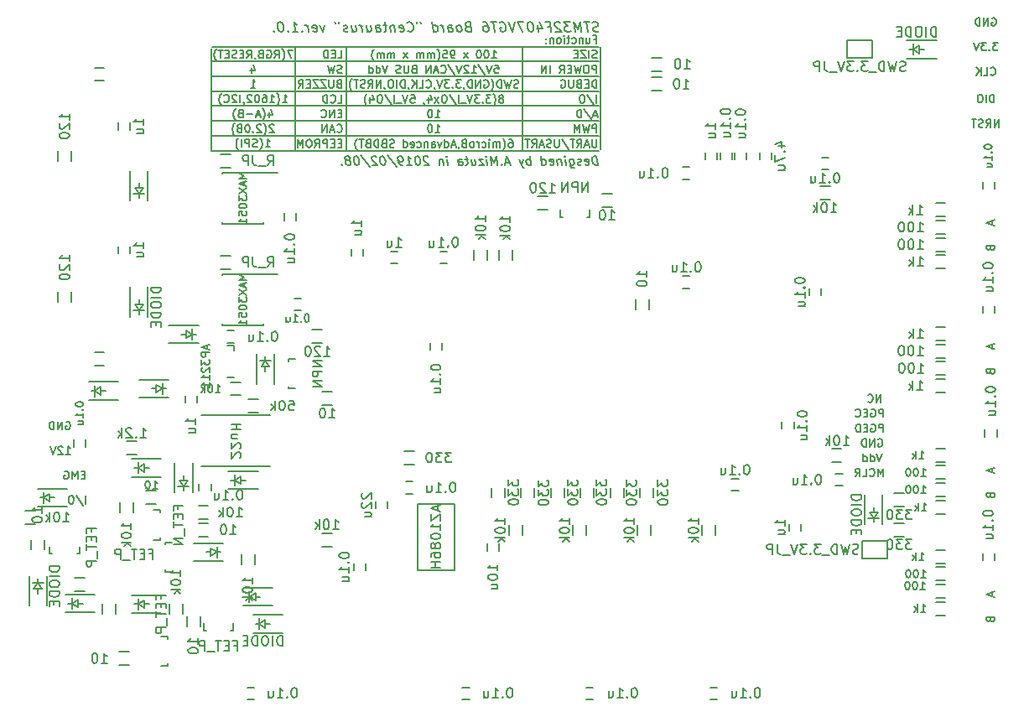
<source format=gbr>
G04 #@! TF.GenerationSoftware,KiCad,Pcbnew,(5.0.2)-1*
G04 #@! TF.CreationDate,2019-03-22T11:58:16+09:00*
G04 #@! TF.ProjectId,stm32f4_Centaurus,73746d33-3266-4345-9f43-656e74617572,rev?*
G04 #@! TF.SameCoordinates,Original*
G04 #@! TF.FileFunction,Legend,Bot*
G04 #@! TF.FilePolarity,Positive*
%FSLAX46Y46*%
G04 Gerber Fmt 4.6, Leading zero omitted, Abs format (unit mm)*
G04 Created by KiCad (PCBNEW (5.0.2)-1) date 2019/03/22 11:58:16*
%MOMM*%
%LPD*%
G01*
G04 APERTURE LIST*
%ADD10C,0.200000*%
%ADD11C,0.150000*%
G04 APERTURE END LIST*
D10*
X112177619Y-69924761D02*
X112040714Y-69972380D01*
X111802619Y-69972380D01*
X111701428Y-69924761D01*
X111647857Y-69877142D01*
X111588333Y-69781904D01*
X111576428Y-69686666D01*
X111612142Y-69591428D01*
X111653809Y-69543809D01*
X111743095Y-69496190D01*
X111927619Y-69448571D01*
X112016904Y-69400952D01*
X112058571Y-69353333D01*
X112094285Y-69258095D01*
X112082380Y-69162857D01*
X112022857Y-69067619D01*
X111969285Y-69020000D01*
X111868095Y-68972380D01*
X111630000Y-68972380D01*
X111493095Y-69020000D01*
X111201428Y-68972380D02*
X110630000Y-68972380D01*
X111040714Y-69972380D02*
X110915714Y-68972380D01*
X110421666Y-69972380D02*
X110296666Y-68972380D01*
X110052619Y-69686666D01*
X109630000Y-68972380D01*
X109755000Y-69972380D01*
X109249047Y-68972380D02*
X108630000Y-68972380D01*
X109010952Y-69353333D01*
X108868095Y-69353333D01*
X108778809Y-69400952D01*
X108737142Y-69448571D01*
X108701428Y-69543809D01*
X108731190Y-69781904D01*
X108790714Y-69877142D01*
X108844285Y-69924761D01*
X108945476Y-69972380D01*
X109231190Y-69972380D01*
X109320476Y-69924761D01*
X109362142Y-69877142D01*
X108260952Y-69067619D02*
X108207380Y-69020000D01*
X108106190Y-68972380D01*
X107868095Y-68972380D01*
X107778809Y-69020000D01*
X107737142Y-69067619D01*
X107701428Y-69162857D01*
X107713333Y-69258095D01*
X107778809Y-69400952D01*
X108421666Y-69972380D01*
X107802619Y-69972380D01*
X106975238Y-69448571D02*
X107308571Y-69448571D01*
X107374047Y-69972380D02*
X107249047Y-68972380D01*
X106772857Y-68972380D01*
X106005000Y-69305714D02*
X106088333Y-69972380D01*
X106195476Y-68924761D02*
X106522857Y-69639047D01*
X105903809Y-69639047D01*
X105249047Y-68972380D02*
X105153809Y-68972380D01*
X105064523Y-69020000D01*
X105022857Y-69067619D01*
X104987142Y-69162857D01*
X104963333Y-69353333D01*
X104993095Y-69591428D01*
X105064523Y-69781904D01*
X105124047Y-69877142D01*
X105177619Y-69924761D01*
X105278809Y-69972380D01*
X105374047Y-69972380D01*
X105463333Y-69924761D01*
X105505000Y-69877142D01*
X105540714Y-69781904D01*
X105564523Y-69591428D01*
X105534761Y-69353333D01*
X105463333Y-69162857D01*
X105403809Y-69067619D01*
X105350238Y-69020000D01*
X105249047Y-68972380D01*
X104582380Y-68972380D02*
X103915714Y-68972380D01*
X104469285Y-69972380D01*
X103677619Y-68972380D02*
X103469285Y-69972380D01*
X103010952Y-68972380D01*
X102159761Y-69020000D02*
X102249047Y-68972380D01*
X102391904Y-68972380D01*
X102540714Y-69020000D01*
X102647857Y-69115238D01*
X102707380Y-69210476D01*
X102778809Y-69400952D01*
X102796666Y-69543809D01*
X102772857Y-69734285D01*
X102737142Y-69829523D01*
X102653809Y-69924761D01*
X102516904Y-69972380D01*
X102421666Y-69972380D01*
X102272857Y-69924761D01*
X102219285Y-69877142D01*
X102177619Y-69543809D01*
X102368095Y-69543809D01*
X101820476Y-68972380D02*
X101249047Y-68972380D01*
X101659761Y-69972380D02*
X101534761Y-68972380D01*
X100487142Y-68972380D02*
X100677619Y-68972380D01*
X100778809Y-69020000D01*
X100832380Y-69067619D01*
X100945476Y-69210476D01*
X101016904Y-69400952D01*
X101064523Y-69781904D01*
X101028809Y-69877142D01*
X100987142Y-69924761D01*
X100897857Y-69972380D01*
X100707380Y-69972380D01*
X100606190Y-69924761D01*
X100552619Y-69877142D01*
X100493095Y-69781904D01*
X100463333Y-69543809D01*
X100499047Y-69448571D01*
X100540714Y-69400952D01*
X100630000Y-69353333D01*
X100820476Y-69353333D01*
X100921666Y-69400952D01*
X100975238Y-69448571D01*
X101034761Y-69543809D01*
X98927619Y-69448571D02*
X98790714Y-69496190D01*
X98749047Y-69543809D01*
X98713333Y-69639047D01*
X98731190Y-69781904D01*
X98790714Y-69877142D01*
X98844285Y-69924761D01*
X98945476Y-69972380D01*
X99326428Y-69972380D01*
X99201428Y-68972380D01*
X98868095Y-68972380D01*
X98778809Y-69020000D01*
X98737142Y-69067619D01*
X98701428Y-69162857D01*
X98713333Y-69258095D01*
X98772857Y-69353333D01*
X98826428Y-69400952D01*
X98927619Y-69448571D01*
X99260952Y-69448571D01*
X98183571Y-69972380D02*
X98272857Y-69924761D01*
X98314523Y-69877142D01*
X98350238Y-69781904D01*
X98314523Y-69496190D01*
X98255000Y-69400952D01*
X98201428Y-69353333D01*
X98100238Y-69305714D01*
X97957380Y-69305714D01*
X97868095Y-69353333D01*
X97826428Y-69400952D01*
X97790714Y-69496190D01*
X97826428Y-69781904D01*
X97885952Y-69877142D01*
X97939523Y-69924761D01*
X98040714Y-69972380D01*
X98183571Y-69972380D01*
X96993095Y-69972380D02*
X96927619Y-69448571D01*
X96963333Y-69353333D01*
X97052619Y-69305714D01*
X97243095Y-69305714D01*
X97344285Y-69353333D01*
X96987142Y-69924761D02*
X97088333Y-69972380D01*
X97326428Y-69972380D01*
X97415714Y-69924761D01*
X97451428Y-69829523D01*
X97439523Y-69734285D01*
X97380000Y-69639047D01*
X97278809Y-69591428D01*
X97040714Y-69591428D01*
X96939523Y-69543809D01*
X96516904Y-69972380D02*
X96433571Y-69305714D01*
X96457380Y-69496190D02*
X96397857Y-69400952D01*
X96344285Y-69353333D01*
X96243095Y-69305714D01*
X96147857Y-69305714D01*
X95469285Y-69972380D02*
X95344285Y-68972380D01*
X95463333Y-69924761D02*
X95564523Y-69972380D01*
X95755000Y-69972380D01*
X95844285Y-69924761D01*
X95885952Y-69877142D01*
X95921666Y-69781904D01*
X95885952Y-69496190D01*
X95826428Y-69400952D01*
X95772857Y-69353333D01*
X95671666Y-69305714D01*
X95481190Y-69305714D01*
X95391904Y-69353333D01*
X94153809Y-68972380D02*
X94177619Y-69162857D01*
X93772857Y-68972380D02*
X93796666Y-69162857D01*
X92885952Y-69877142D02*
X92939523Y-69924761D01*
X93088333Y-69972380D01*
X93183571Y-69972380D01*
X93320476Y-69924761D01*
X93403809Y-69829523D01*
X93439523Y-69734285D01*
X93463333Y-69543809D01*
X93445476Y-69400952D01*
X93374047Y-69210476D01*
X93314523Y-69115238D01*
X93207380Y-69020000D01*
X93058571Y-68972380D01*
X92963333Y-68972380D01*
X92826428Y-69020000D01*
X92784761Y-69067619D01*
X92082380Y-69924761D02*
X92183571Y-69972380D01*
X92374047Y-69972380D01*
X92463333Y-69924761D01*
X92499047Y-69829523D01*
X92451428Y-69448571D01*
X92391904Y-69353333D01*
X92290714Y-69305714D01*
X92100238Y-69305714D01*
X92010952Y-69353333D01*
X91975238Y-69448571D01*
X91987142Y-69543809D01*
X92475238Y-69639047D01*
X91528809Y-69305714D02*
X91612142Y-69972380D01*
X91540714Y-69400952D02*
X91487142Y-69353333D01*
X91385952Y-69305714D01*
X91243095Y-69305714D01*
X91153809Y-69353333D01*
X91118095Y-69448571D01*
X91183571Y-69972380D01*
X90766904Y-69305714D02*
X90385952Y-69305714D01*
X90582380Y-68972380D02*
X90689523Y-69829523D01*
X90653809Y-69924761D01*
X90564523Y-69972380D01*
X90469285Y-69972380D01*
X89707380Y-69972380D02*
X89641904Y-69448571D01*
X89677619Y-69353333D01*
X89766904Y-69305714D01*
X89957380Y-69305714D01*
X90058571Y-69353333D01*
X89701428Y-69924761D02*
X89802619Y-69972380D01*
X90040714Y-69972380D01*
X90130000Y-69924761D01*
X90165714Y-69829523D01*
X90153809Y-69734285D01*
X90094285Y-69639047D01*
X89993095Y-69591428D01*
X89755000Y-69591428D01*
X89653809Y-69543809D01*
X88719285Y-69305714D02*
X88802619Y-69972380D01*
X89147857Y-69305714D02*
X89213333Y-69829523D01*
X89177619Y-69924761D01*
X89088333Y-69972380D01*
X88945476Y-69972380D01*
X88844285Y-69924761D01*
X88790714Y-69877142D01*
X88326428Y-69972380D02*
X88243095Y-69305714D01*
X88266904Y-69496190D02*
X88207380Y-69400952D01*
X88153809Y-69353333D01*
X88052619Y-69305714D01*
X87957380Y-69305714D01*
X87195476Y-69305714D02*
X87278809Y-69972380D01*
X87624047Y-69305714D02*
X87689523Y-69829523D01*
X87653809Y-69924761D01*
X87564523Y-69972380D01*
X87421666Y-69972380D01*
X87320476Y-69924761D01*
X87266904Y-69877142D01*
X86844285Y-69924761D02*
X86755000Y-69972380D01*
X86564523Y-69972380D01*
X86463333Y-69924761D01*
X86403809Y-69829523D01*
X86397857Y-69781904D01*
X86433571Y-69686666D01*
X86522857Y-69639047D01*
X86665714Y-69639047D01*
X86755000Y-69591428D01*
X86790714Y-69496190D01*
X86784761Y-69448571D01*
X86725238Y-69353333D01*
X86624047Y-69305714D01*
X86481190Y-69305714D01*
X86391904Y-69353333D01*
X85915714Y-68972380D02*
X85939523Y-69162857D01*
X85534761Y-68972380D02*
X85558571Y-69162857D01*
X84481190Y-69305714D02*
X84326428Y-69972380D01*
X84005000Y-69305714D01*
X83320476Y-69924761D02*
X83421666Y-69972380D01*
X83612142Y-69972380D01*
X83701428Y-69924761D01*
X83737142Y-69829523D01*
X83689523Y-69448571D01*
X83630000Y-69353333D01*
X83528809Y-69305714D01*
X83338333Y-69305714D01*
X83249047Y-69353333D01*
X83213333Y-69448571D01*
X83225238Y-69543809D01*
X83713333Y-69639047D01*
X82850238Y-69972380D02*
X82766904Y-69305714D01*
X82790714Y-69496190D02*
X82731190Y-69400952D01*
X82677619Y-69353333D01*
X82576428Y-69305714D01*
X82481190Y-69305714D01*
X82219285Y-69877142D02*
X82177619Y-69924761D01*
X82231190Y-69972380D01*
X82272857Y-69924761D01*
X82219285Y-69877142D01*
X82231190Y-69972380D01*
X81231190Y-69972380D02*
X81802619Y-69972380D01*
X81516904Y-69972380D02*
X81391904Y-68972380D01*
X81505000Y-69115238D01*
X81612142Y-69210476D01*
X81713333Y-69258095D01*
X80790714Y-69877142D02*
X80749047Y-69924761D01*
X80802619Y-69972380D01*
X80844285Y-69924761D01*
X80790714Y-69877142D01*
X80802619Y-69972380D01*
X80010952Y-68972380D02*
X79915714Y-68972380D01*
X79826428Y-69020000D01*
X79784761Y-69067619D01*
X79749047Y-69162857D01*
X79725238Y-69353333D01*
X79755000Y-69591428D01*
X79826428Y-69781904D01*
X79885952Y-69877142D01*
X79939523Y-69924761D01*
X80040714Y-69972380D01*
X80135952Y-69972380D01*
X80225238Y-69924761D01*
X80266904Y-69877142D01*
X80302619Y-69781904D01*
X80326428Y-69591428D01*
X80296666Y-69353333D01*
X80225238Y-69162857D01*
X80165714Y-69067619D01*
X80112142Y-69020000D01*
X80010952Y-68972380D01*
X79362142Y-69877142D02*
X79320476Y-69924761D01*
X79374047Y-69972380D01*
X79415714Y-69924761D01*
X79362142Y-69877142D01*
X79374047Y-69972380D01*
X140890476Y-114861904D02*
X140890476Y-114061904D01*
X140623809Y-114633333D01*
X140357142Y-114061904D01*
X140357142Y-114861904D01*
X139519047Y-114785714D02*
X139557142Y-114823809D01*
X139671428Y-114861904D01*
X139747619Y-114861904D01*
X139861904Y-114823809D01*
X139938095Y-114747619D01*
X139976190Y-114671428D01*
X140014285Y-114519047D01*
X140014285Y-114404761D01*
X139976190Y-114252380D01*
X139938095Y-114176190D01*
X139861904Y-114100000D01*
X139747619Y-114061904D01*
X139671428Y-114061904D01*
X139557142Y-114100000D01*
X139519047Y-114138095D01*
X138795238Y-114861904D02*
X139176190Y-114861904D01*
X139176190Y-114061904D01*
X138071428Y-114861904D02*
X138338095Y-114480952D01*
X138528571Y-114861904D02*
X138528571Y-114061904D01*
X138223809Y-114061904D01*
X138147619Y-114100000D01*
X138109523Y-114138095D01*
X138071428Y-114214285D01*
X138071428Y-114328571D01*
X138109523Y-114404761D01*
X138147619Y-114442857D01*
X138223809Y-114480952D01*
X138528571Y-114480952D01*
X140740476Y-112561904D02*
X140473809Y-113361904D01*
X140207142Y-112561904D01*
X139597619Y-113361904D02*
X139597619Y-112561904D01*
X139597619Y-113323809D02*
X139673809Y-113361904D01*
X139826190Y-113361904D01*
X139902380Y-113323809D01*
X139940476Y-113285714D01*
X139978571Y-113209523D01*
X139978571Y-112980952D01*
X139940476Y-112904761D01*
X139902380Y-112866666D01*
X139826190Y-112828571D01*
X139673809Y-112828571D01*
X139597619Y-112866666D01*
X138873809Y-113361904D02*
X138873809Y-112561904D01*
X138873809Y-113323809D02*
X138950000Y-113361904D01*
X139102380Y-113361904D01*
X139178571Y-113323809D01*
X139216666Y-113285714D01*
X139254761Y-113209523D01*
X139254761Y-112980952D01*
X139216666Y-112904761D01*
X139178571Y-112866666D01*
X139102380Y-112828571D01*
X138950000Y-112828571D01*
X138873809Y-112866666D01*
X140359523Y-111100000D02*
X140435714Y-111061904D01*
X140550000Y-111061904D01*
X140664285Y-111100000D01*
X140740476Y-111176190D01*
X140778571Y-111252380D01*
X140816666Y-111404761D01*
X140816666Y-111519047D01*
X140778571Y-111671428D01*
X140740476Y-111747619D01*
X140664285Y-111823809D01*
X140550000Y-111861904D01*
X140473809Y-111861904D01*
X140359523Y-111823809D01*
X140321428Y-111785714D01*
X140321428Y-111519047D01*
X140473809Y-111519047D01*
X139978571Y-111861904D02*
X139978571Y-111061904D01*
X139521428Y-111861904D01*
X139521428Y-111061904D01*
X139140476Y-111861904D02*
X139140476Y-111061904D01*
X138950000Y-111061904D01*
X138835714Y-111100000D01*
X138759523Y-111176190D01*
X138721428Y-111252380D01*
X138683333Y-111404761D01*
X138683333Y-111519047D01*
X138721428Y-111671428D01*
X138759523Y-111747619D01*
X138835714Y-111823809D01*
X138950000Y-111861904D01*
X139140476Y-111861904D01*
X140871428Y-110361904D02*
X140871428Y-109561904D01*
X140566666Y-109561904D01*
X140490476Y-109600000D01*
X140452380Y-109638095D01*
X140414285Y-109714285D01*
X140414285Y-109828571D01*
X140452380Y-109904761D01*
X140490476Y-109942857D01*
X140566666Y-109980952D01*
X140871428Y-109980952D01*
X139652380Y-109600000D02*
X139728571Y-109561904D01*
X139842857Y-109561904D01*
X139957142Y-109600000D01*
X140033333Y-109676190D01*
X140071428Y-109752380D01*
X140109523Y-109904761D01*
X140109523Y-110019047D01*
X140071428Y-110171428D01*
X140033333Y-110247619D01*
X139957142Y-110323809D01*
X139842857Y-110361904D01*
X139766666Y-110361904D01*
X139652380Y-110323809D01*
X139614285Y-110285714D01*
X139614285Y-110019047D01*
X139766666Y-110019047D01*
X139271428Y-109942857D02*
X139004761Y-109942857D01*
X138890476Y-110361904D02*
X139271428Y-110361904D01*
X139271428Y-109561904D01*
X138890476Y-109561904D01*
X138547619Y-110361904D02*
X138547619Y-109561904D01*
X138357142Y-109561904D01*
X138242857Y-109600000D01*
X138166666Y-109676190D01*
X138128571Y-109752380D01*
X138090476Y-109904761D01*
X138090476Y-110019047D01*
X138128571Y-110171428D01*
X138166666Y-110247619D01*
X138242857Y-110323809D01*
X138357142Y-110361904D01*
X138547619Y-110361904D01*
X140871428Y-108861904D02*
X140871428Y-108061904D01*
X140566666Y-108061904D01*
X140490476Y-108100000D01*
X140452380Y-108138095D01*
X140414285Y-108214285D01*
X140414285Y-108328571D01*
X140452380Y-108404761D01*
X140490476Y-108442857D01*
X140566666Y-108480952D01*
X140871428Y-108480952D01*
X139652380Y-108100000D02*
X139728571Y-108061904D01*
X139842857Y-108061904D01*
X139957142Y-108100000D01*
X140033333Y-108176190D01*
X140071428Y-108252380D01*
X140109523Y-108404761D01*
X140109523Y-108519047D01*
X140071428Y-108671428D01*
X140033333Y-108747619D01*
X139957142Y-108823809D01*
X139842857Y-108861904D01*
X139766666Y-108861904D01*
X139652380Y-108823809D01*
X139614285Y-108785714D01*
X139614285Y-108519047D01*
X139766666Y-108519047D01*
X139271428Y-108442857D02*
X139004761Y-108442857D01*
X138890476Y-108861904D02*
X139271428Y-108861904D01*
X139271428Y-108061904D01*
X138890476Y-108061904D01*
X138090476Y-108785714D02*
X138128571Y-108823809D01*
X138242857Y-108861904D01*
X138319047Y-108861904D01*
X138433333Y-108823809D01*
X138509523Y-108747619D01*
X138547619Y-108671428D01*
X138585714Y-108519047D01*
X138585714Y-108404761D01*
X138547619Y-108252380D01*
X138509523Y-108176190D01*
X138433333Y-108100000D01*
X138319047Y-108061904D01*
X138242857Y-108061904D01*
X138128571Y-108100000D01*
X138090476Y-108138095D01*
X140628571Y-107361904D02*
X140628571Y-106561904D01*
X140171428Y-107361904D01*
X140171428Y-106561904D01*
X139333333Y-107285714D02*
X139371428Y-107323809D01*
X139485714Y-107361904D01*
X139561904Y-107361904D01*
X139676190Y-107323809D01*
X139752380Y-107247619D01*
X139790476Y-107171428D01*
X139828571Y-107019047D01*
X139828571Y-106904761D01*
X139790476Y-106752380D01*
X139752380Y-106676190D01*
X139676190Y-106600000D01*
X139561904Y-106561904D01*
X139485714Y-106561904D01*
X139371428Y-106600000D01*
X139333333Y-106638095D01*
X151692857Y-129307142D02*
X151730952Y-129421428D01*
X151769047Y-129459523D01*
X151845238Y-129497619D01*
X151959523Y-129497619D01*
X152035714Y-129459523D01*
X152073809Y-129421428D01*
X152111904Y-129345238D01*
X152111904Y-129040476D01*
X151311904Y-129040476D01*
X151311904Y-129307142D01*
X151350000Y-129383333D01*
X151388095Y-129421428D01*
X151464285Y-129459523D01*
X151540476Y-129459523D01*
X151616666Y-129421428D01*
X151654761Y-129383333D01*
X151692857Y-129307142D01*
X151692857Y-129040476D01*
X151883333Y-126559523D02*
X151883333Y-126940476D01*
X152111904Y-126483333D02*
X151311904Y-126750000D01*
X152111904Y-127016666D01*
X151692857Y-116807142D02*
X151730952Y-116921428D01*
X151769047Y-116959523D01*
X151845238Y-116997619D01*
X151959523Y-116997619D01*
X152035714Y-116959523D01*
X152073809Y-116921428D01*
X152111904Y-116845238D01*
X152111904Y-116540476D01*
X151311904Y-116540476D01*
X151311904Y-116807142D01*
X151350000Y-116883333D01*
X151388095Y-116921428D01*
X151464285Y-116959523D01*
X151540476Y-116959523D01*
X151616666Y-116921428D01*
X151654761Y-116883333D01*
X151692857Y-116807142D01*
X151692857Y-116540476D01*
X151883333Y-114059523D02*
X151883333Y-114440476D01*
X152111904Y-113983333D02*
X151311904Y-114250000D01*
X152111904Y-114516666D01*
X151692857Y-104307142D02*
X151730952Y-104421428D01*
X151769047Y-104459523D01*
X151845238Y-104497619D01*
X151959523Y-104497619D01*
X152035714Y-104459523D01*
X152073809Y-104421428D01*
X152111904Y-104345238D01*
X152111904Y-104040476D01*
X151311904Y-104040476D01*
X151311904Y-104307142D01*
X151350000Y-104383333D01*
X151388095Y-104421428D01*
X151464285Y-104459523D01*
X151540476Y-104459523D01*
X151616666Y-104421428D01*
X151654761Y-104383333D01*
X151692857Y-104307142D01*
X151692857Y-104040476D01*
X151883333Y-101559523D02*
X151883333Y-101940476D01*
X152111904Y-101483333D02*
X151311904Y-101750000D01*
X152111904Y-102016666D01*
X78526190Y-81611904D02*
X78983333Y-81611904D01*
X78754761Y-81611904D02*
X78754761Y-80811904D01*
X78830952Y-80926190D01*
X78907142Y-81002380D01*
X78983333Y-81040476D01*
X77954761Y-81916666D02*
X77992857Y-81878571D01*
X78069047Y-81764285D01*
X78107142Y-81688095D01*
X78145238Y-81573809D01*
X78183333Y-81383333D01*
X78183333Y-81230952D01*
X78145238Y-81040476D01*
X78107142Y-80926190D01*
X78069047Y-80850000D01*
X77992857Y-80735714D01*
X77954761Y-80697619D01*
X77688095Y-81573809D02*
X77573809Y-81611904D01*
X77383333Y-81611904D01*
X77307142Y-81573809D01*
X77269047Y-81535714D01*
X77230952Y-81459523D01*
X77230952Y-81383333D01*
X77269047Y-81307142D01*
X77307142Y-81269047D01*
X77383333Y-81230952D01*
X77535714Y-81192857D01*
X77611904Y-81154761D01*
X77650000Y-81116666D01*
X77688095Y-81040476D01*
X77688095Y-80964285D01*
X77650000Y-80888095D01*
X77611904Y-80850000D01*
X77535714Y-80811904D01*
X77345238Y-80811904D01*
X77230952Y-80850000D01*
X76888095Y-81611904D02*
X76888095Y-80811904D01*
X76583333Y-80811904D01*
X76507142Y-80850000D01*
X76469047Y-80888095D01*
X76430952Y-80964285D01*
X76430952Y-81078571D01*
X76469047Y-81154761D01*
X76507142Y-81192857D01*
X76583333Y-81230952D01*
X76888095Y-81230952D01*
X76088095Y-81611904D02*
X76088095Y-80811904D01*
X75783333Y-81916666D02*
X75745238Y-81878571D01*
X75669047Y-81764285D01*
X75630952Y-81688095D01*
X75592857Y-81573809D01*
X75554761Y-81383333D01*
X75554761Y-81230952D01*
X75592857Y-81040476D01*
X75630952Y-80926190D01*
X75669047Y-80850000D01*
X75745238Y-80735714D01*
X75783333Y-80697619D01*
X79364285Y-79388095D02*
X79326190Y-79350000D01*
X79250000Y-79311904D01*
X79059523Y-79311904D01*
X78983333Y-79350000D01*
X78945238Y-79388095D01*
X78907142Y-79464285D01*
X78907142Y-79540476D01*
X78945238Y-79654761D01*
X79402380Y-80111904D01*
X78907142Y-80111904D01*
X78335714Y-80416666D02*
X78373809Y-80378571D01*
X78450000Y-80264285D01*
X78488095Y-80188095D01*
X78526190Y-80073809D01*
X78564285Y-79883333D01*
X78564285Y-79730952D01*
X78526190Y-79540476D01*
X78488095Y-79426190D01*
X78450000Y-79350000D01*
X78373809Y-79235714D01*
X78335714Y-79197619D01*
X78069047Y-79388095D02*
X78030952Y-79350000D01*
X77954761Y-79311904D01*
X77764285Y-79311904D01*
X77688095Y-79350000D01*
X77650000Y-79388095D01*
X77611904Y-79464285D01*
X77611904Y-79540476D01*
X77650000Y-79654761D01*
X78107142Y-80111904D01*
X77611904Y-80111904D01*
X77269047Y-80035714D02*
X77230952Y-80073809D01*
X77269047Y-80111904D01*
X77307142Y-80073809D01*
X77269047Y-80035714D01*
X77269047Y-80111904D01*
X76735714Y-79311904D02*
X76659523Y-79311904D01*
X76583333Y-79350000D01*
X76545238Y-79388095D01*
X76507142Y-79464285D01*
X76469047Y-79616666D01*
X76469047Y-79807142D01*
X76507142Y-79959523D01*
X76545238Y-80035714D01*
X76583333Y-80073809D01*
X76659523Y-80111904D01*
X76735714Y-80111904D01*
X76811904Y-80073809D01*
X76850000Y-80035714D01*
X76888095Y-79959523D01*
X76926190Y-79807142D01*
X76926190Y-79616666D01*
X76888095Y-79464285D01*
X76850000Y-79388095D01*
X76811904Y-79350000D01*
X76735714Y-79311904D01*
X75859523Y-79692857D02*
X75745238Y-79730952D01*
X75707142Y-79769047D01*
X75669047Y-79845238D01*
X75669047Y-79959523D01*
X75707142Y-80035714D01*
X75745238Y-80073809D01*
X75821428Y-80111904D01*
X76126190Y-80111904D01*
X76126190Y-79311904D01*
X75859523Y-79311904D01*
X75783333Y-79350000D01*
X75745238Y-79388095D01*
X75707142Y-79464285D01*
X75707142Y-79540476D01*
X75745238Y-79616666D01*
X75783333Y-79654761D01*
X75859523Y-79692857D01*
X76126190Y-79692857D01*
X75402380Y-80416666D02*
X75364285Y-80378571D01*
X75288095Y-80264285D01*
X75250000Y-80188095D01*
X75211904Y-80073809D01*
X75173809Y-79883333D01*
X75173809Y-79730952D01*
X75211904Y-79540476D01*
X75250000Y-79426190D01*
X75288095Y-79350000D01*
X75364285Y-79235714D01*
X75402380Y-79197619D01*
X81498095Y-71600000D02*
X81498095Y-72209523D01*
X81498095Y-72209523D02*
X81498095Y-72819047D01*
X81498095Y-72819047D02*
X81498095Y-73428571D01*
X81498095Y-73428571D02*
X81498095Y-74038095D01*
X81498095Y-74038095D02*
X81498095Y-74647619D01*
X81498095Y-74647619D02*
X81498095Y-75257142D01*
X81498095Y-75257142D02*
X81498095Y-75866666D01*
X81498095Y-75866666D02*
X81498095Y-76476190D01*
X81498095Y-76476190D02*
X81498095Y-77085714D01*
X81498095Y-77085714D02*
X81498095Y-77695238D01*
X81498095Y-77695238D02*
X81498095Y-78304761D01*
X81498095Y-78304761D02*
X81498095Y-78914285D01*
X81498095Y-78914285D02*
X81498095Y-79523809D01*
X81498095Y-79523809D02*
X81498095Y-80133333D01*
X81498095Y-80133333D02*
X81498095Y-80742857D01*
X81498095Y-80742857D02*
X81498095Y-81352380D01*
X81498095Y-81352380D02*
X81498095Y-81961904D01*
X112298095Y-71500000D02*
X112298095Y-72109523D01*
X112298095Y-72109523D02*
X112298095Y-72719047D01*
X112298095Y-72719047D02*
X112298095Y-73328571D01*
X112298095Y-73328571D02*
X112298095Y-73938095D01*
X112298095Y-73938095D02*
X112298095Y-74547619D01*
X112298095Y-74547619D02*
X112298095Y-75157142D01*
X112298095Y-75157142D02*
X112298095Y-75766666D01*
X112298095Y-75766666D02*
X112298095Y-76376190D01*
X112298095Y-76376190D02*
X112298095Y-76985714D01*
X112298095Y-76985714D02*
X112298095Y-77595238D01*
X112298095Y-77595238D02*
X112298095Y-78204761D01*
X112298095Y-78204761D02*
X112298095Y-78814285D01*
X112298095Y-78814285D02*
X112298095Y-79423809D01*
X112298095Y-79423809D02*
X112298095Y-80033333D01*
X112298095Y-80033333D02*
X112298095Y-80642857D01*
X112298095Y-80642857D02*
X112298095Y-81252380D01*
X112298095Y-81252380D02*
X112298095Y-81861904D01*
X112130000Y-81958095D02*
X111520476Y-81958095D01*
X111520476Y-81958095D02*
X110910952Y-81958095D01*
X110910952Y-81958095D02*
X110301428Y-81958095D01*
X110301428Y-81958095D02*
X109691904Y-81958095D01*
X109691904Y-81958095D02*
X109082380Y-81958095D01*
X109082380Y-81958095D02*
X108472857Y-81958095D01*
X108472857Y-81958095D02*
X107863333Y-81958095D01*
X107863333Y-81958095D02*
X107253809Y-81958095D01*
X107253809Y-81958095D02*
X106644285Y-81958095D01*
X106644285Y-81958095D02*
X106034761Y-81958095D01*
X106034761Y-81958095D02*
X105425238Y-81958095D01*
X105425238Y-81958095D02*
X104815714Y-81958095D01*
X104815714Y-81958095D02*
X104206190Y-81958095D01*
X104206190Y-81958095D02*
X103596666Y-81958095D01*
X103596666Y-81958095D02*
X102987142Y-81958095D01*
X102987142Y-81958095D02*
X102377619Y-81958095D01*
X102377619Y-81958095D02*
X101768095Y-81958095D01*
X101768095Y-81958095D02*
X101158571Y-81958095D01*
X101158571Y-81958095D02*
X100549047Y-81958095D01*
X100549047Y-81958095D02*
X99939523Y-81958095D01*
X99939523Y-81958095D02*
X99330000Y-81958095D01*
X99330000Y-81958095D02*
X98720476Y-81958095D01*
X98720476Y-81958095D02*
X98110952Y-81958095D01*
X98110952Y-81958095D02*
X97501428Y-81958095D01*
X97501428Y-81958095D02*
X96891904Y-81958095D01*
X96891904Y-81958095D02*
X96282380Y-81958095D01*
X96282380Y-81958095D02*
X95672857Y-81958095D01*
X95672857Y-81958095D02*
X95063333Y-81958095D01*
X95063333Y-81958095D02*
X94453809Y-81958095D01*
X94453809Y-81958095D02*
X93844285Y-81958095D01*
X93844285Y-81958095D02*
X93234761Y-81958095D01*
X93234761Y-81958095D02*
X92625238Y-81958095D01*
X92625238Y-81958095D02*
X92015714Y-81958095D01*
X92015714Y-81958095D02*
X91406190Y-81958095D01*
X91406190Y-81958095D02*
X90796666Y-81958095D01*
X90796666Y-81958095D02*
X90187142Y-81958095D01*
X90187142Y-81958095D02*
X89577619Y-81958095D01*
X89577619Y-81958095D02*
X88968095Y-81958095D01*
X88968095Y-81958095D02*
X88358571Y-81958095D01*
X88358571Y-81958095D02*
X87749047Y-81958095D01*
X87749047Y-81958095D02*
X87139523Y-81958095D01*
X87139523Y-81958095D02*
X86530000Y-81958095D01*
X86530000Y-81958095D02*
X85920476Y-81958095D01*
X85920476Y-81958095D02*
X85310952Y-81958095D01*
X85310952Y-81958095D02*
X84701428Y-81958095D01*
X84701428Y-81958095D02*
X84091904Y-81958095D01*
X84091904Y-81958095D02*
X83482380Y-81958095D01*
X83482380Y-81958095D02*
X82872857Y-81958095D01*
X82872857Y-81958095D02*
X82263333Y-81958095D01*
X82263333Y-81958095D02*
X81653809Y-81958095D01*
X81653809Y-81958095D02*
X81044285Y-81958095D01*
X81044285Y-81958095D02*
X80434761Y-81958095D01*
X80434761Y-81958095D02*
X79825238Y-81958095D01*
X79825238Y-81958095D02*
X79215714Y-81958095D01*
X79215714Y-81958095D02*
X78606190Y-81958095D01*
X78606190Y-81958095D02*
X77996666Y-81958095D01*
X77996666Y-81958095D02*
X77387142Y-81958095D01*
X77387142Y-81958095D02*
X76777619Y-81958095D01*
X76777619Y-81958095D02*
X76168095Y-81958095D01*
X76168095Y-81958095D02*
X75558571Y-81958095D01*
X75558571Y-81958095D02*
X74949047Y-81958095D01*
X74949047Y-81958095D02*
X74339523Y-81958095D01*
X74339523Y-81958095D02*
X73730000Y-81958095D01*
X73730000Y-81958095D02*
X73120476Y-81958095D01*
X112130000Y-80458095D02*
X111520476Y-80458095D01*
X111520476Y-80458095D02*
X110910952Y-80458095D01*
X110910952Y-80458095D02*
X110301428Y-80458095D01*
X110301428Y-80458095D02*
X109691904Y-80458095D01*
X109691904Y-80458095D02*
X109082380Y-80458095D01*
X109082380Y-80458095D02*
X108472857Y-80458095D01*
X108472857Y-80458095D02*
X107863333Y-80458095D01*
X107863333Y-80458095D02*
X107253809Y-80458095D01*
X107253809Y-80458095D02*
X106644285Y-80458095D01*
X106644285Y-80458095D02*
X106034761Y-80458095D01*
X106034761Y-80458095D02*
X105425238Y-80458095D01*
X105425238Y-80458095D02*
X104815714Y-80458095D01*
X104815714Y-80458095D02*
X104206190Y-80458095D01*
X104206190Y-80458095D02*
X103596666Y-80458095D01*
X103596666Y-80458095D02*
X102987142Y-80458095D01*
X102987142Y-80458095D02*
X102377619Y-80458095D01*
X102377619Y-80458095D02*
X101768095Y-80458095D01*
X101768095Y-80458095D02*
X101158571Y-80458095D01*
X101158571Y-80458095D02*
X100549047Y-80458095D01*
X100549047Y-80458095D02*
X99939523Y-80458095D01*
X99939523Y-80458095D02*
X99330000Y-80458095D01*
X99330000Y-80458095D02*
X98720476Y-80458095D01*
X98720476Y-80458095D02*
X98110952Y-80458095D01*
X98110952Y-80458095D02*
X97501428Y-80458095D01*
X97501428Y-80458095D02*
X96891904Y-80458095D01*
X96891904Y-80458095D02*
X96282380Y-80458095D01*
X96282380Y-80458095D02*
X95672857Y-80458095D01*
X95672857Y-80458095D02*
X95063333Y-80458095D01*
X95063333Y-80458095D02*
X94453809Y-80458095D01*
X94453809Y-80458095D02*
X93844285Y-80458095D01*
X93844285Y-80458095D02*
X93234761Y-80458095D01*
X93234761Y-80458095D02*
X92625238Y-80458095D01*
X92625238Y-80458095D02*
X92015714Y-80458095D01*
X92015714Y-80458095D02*
X91406190Y-80458095D01*
X91406190Y-80458095D02*
X90796666Y-80458095D01*
X90796666Y-80458095D02*
X90187142Y-80458095D01*
X90187142Y-80458095D02*
X89577619Y-80458095D01*
X89577619Y-80458095D02*
X88968095Y-80458095D01*
X88968095Y-80458095D02*
X88358571Y-80458095D01*
X88358571Y-80458095D02*
X87749047Y-80458095D01*
X87749047Y-80458095D02*
X87139523Y-80458095D01*
X87139523Y-80458095D02*
X86530000Y-80458095D01*
X86530000Y-80458095D02*
X85920476Y-80458095D01*
X85920476Y-80458095D02*
X85310952Y-80458095D01*
X85310952Y-80458095D02*
X84701428Y-80458095D01*
X84701428Y-80458095D02*
X84091904Y-80458095D01*
X84091904Y-80458095D02*
X83482380Y-80458095D01*
X83482380Y-80458095D02*
X82872857Y-80458095D01*
X82872857Y-80458095D02*
X82263333Y-80458095D01*
X82263333Y-80458095D02*
X81653809Y-80458095D01*
X81653809Y-80458095D02*
X81044285Y-80458095D01*
X81044285Y-80458095D02*
X80434761Y-80458095D01*
X80434761Y-80458095D02*
X79825238Y-80458095D01*
X79825238Y-80458095D02*
X79215714Y-80458095D01*
X79215714Y-80458095D02*
X78606190Y-80458095D01*
X78606190Y-80458095D02*
X77996666Y-80458095D01*
X77996666Y-80458095D02*
X77387142Y-80458095D01*
X77387142Y-80458095D02*
X76777619Y-80458095D01*
X76777619Y-80458095D02*
X76168095Y-80458095D01*
X76168095Y-80458095D02*
X75558571Y-80458095D01*
X75558571Y-80458095D02*
X74949047Y-80458095D01*
X74949047Y-80458095D02*
X74339523Y-80458095D01*
X74339523Y-80458095D02*
X73730000Y-80458095D01*
X73730000Y-80458095D02*
X73120476Y-80458095D01*
X112130000Y-78958095D02*
X111520476Y-78958095D01*
X111520476Y-78958095D02*
X110910952Y-78958095D01*
X110910952Y-78958095D02*
X110301428Y-78958095D01*
X110301428Y-78958095D02*
X109691904Y-78958095D01*
X109691904Y-78958095D02*
X109082380Y-78958095D01*
X109082380Y-78958095D02*
X108472857Y-78958095D01*
X108472857Y-78958095D02*
X107863333Y-78958095D01*
X107863333Y-78958095D02*
X107253809Y-78958095D01*
X107253809Y-78958095D02*
X106644285Y-78958095D01*
X106644285Y-78958095D02*
X106034761Y-78958095D01*
X106034761Y-78958095D02*
X105425238Y-78958095D01*
X105425238Y-78958095D02*
X104815714Y-78958095D01*
X104815714Y-78958095D02*
X104206190Y-78958095D01*
X104206190Y-78958095D02*
X103596666Y-78958095D01*
X103596666Y-78958095D02*
X102987142Y-78958095D01*
X102987142Y-78958095D02*
X102377619Y-78958095D01*
X102377619Y-78958095D02*
X101768095Y-78958095D01*
X101768095Y-78958095D02*
X101158571Y-78958095D01*
X101158571Y-78958095D02*
X100549047Y-78958095D01*
X100549047Y-78958095D02*
X99939523Y-78958095D01*
X99939523Y-78958095D02*
X99330000Y-78958095D01*
X99330000Y-78958095D02*
X98720476Y-78958095D01*
X98720476Y-78958095D02*
X98110952Y-78958095D01*
X98110952Y-78958095D02*
X97501428Y-78958095D01*
X97501428Y-78958095D02*
X96891904Y-78958095D01*
X96891904Y-78958095D02*
X96282380Y-78958095D01*
X96282380Y-78958095D02*
X95672857Y-78958095D01*
X95672857Y-78958095D02*
X95063333Y-78958095D01*
X95063333Y-78958095D02*
X94453809Y-78958095D01*
X94453809Y-78958095D02*
X93844285Y-78958095D01*
X93844285Y-78958095D02*
X93234761Y-78958095D01*
X93234761Y-78958095D02*
X92625238Y-78958095D01*
X92625238Y-78958095D02*
X92015714Y-78958095D01*
X92015714Y-78958095D02*
X91406190Y-78958095D01*
X91406190Y-78958095D02*
X90796666Y-78958095D01*
X90796666Y-78958095D02*
X90187142Y-78958095D01*
X90187142Y-78958095D02*
X89577619Y-78958095D01*
X89577619Y-78958095D02*
X88968095Y-78958095D01*
X88968095Y-78958095D02*
X88358571Y-78958095D01*
X88358571Y-78958095D02*
X87749047Y-78958095D01*
X87749047Y-78958095D02*
X87139523Y-78958095D01*
X87139523Y-78958095D02*
X86530000Y-78958095D01*
X86530000Y-78958095D02*
X85920476Y-78958095D01*
X85920476Y-78958095D02*
X85310952Y-78958095D01*
X85310952Y-78958095D02*
X84701428Y-78958095D01*
X84701428Y-78958095D02*
X84091904Y-78958095D01*
X84091904Y-78958095D02*
X83482380Y-78958095D01*
X83482380Y-78958095D02*
X82872857Y-78958095D01*
X82872857Y-78958095D02*
X82263333Y-78958095D01*
X82263333Y-78958095D02*
X81653809Y-78958095D01*
X81653809Y-78958095D02*
X81044285Y-78958095D01*
X81044285Y-78958095D02*
X80434761Y-78958095D01*
X80434761Y-78958095D02*
X79825238Y-78958095D01*
X79825238Y-78958095D02*
X79215714Y-78958095D01*
X79215714Y-78958095D02*
X78606190Y-78958095D01*
X78606190Y-78958095D02*
X77996666Y-78958095D01*
X77996666Y-78958095D02*
X77387142Y-78958095D01*
X77387142Y-78958095D02*
X76777619Y-78958095D01*
X76777619Y-78958095D02*
X76168095Y-78958095D01*
X76168095Y-78958095D02*
X75558571Y-78958095D01*
X75558571Y-78958095D02*
X74949047Y-78958095D01*
X74949047Y-78958095D02*
X74339523Y-78958095D01*
X74339523Y-78958095D02*
X73730000Y-78958095D01*
X73730000Y-78958095D02*
X73120476Y-78958095D01*
X112130000Y-77458095D02*
X111520476Y-77458095D01*
X111520476Y-77458095D02*
X110910952Y-77458095D01*
X110910952Y-77458095D02*
X110301428Y-77458095D01*
X110301428Y-77458095D02*
X109691904Y-77458095D01*
X109691904Y-77458095D02*
X109082380Y-77458095D01*
X109082380Y-77458095D02*
X108472857Y-77458095D01*
X108472857Y-77458095D02*
X107863333Y-77458095D01*
X107863333Y-77458095D02*
X107253809Y-77458095D01*
X107253809Y-77458095D02*
X106644285Y-77458095D01*
X106644285Y-77458095D02*
X106034761Y-77458095D01*
X106034761Y-77458095D02*
X105425238Y-77458095D01*
X105425238Y-77458095D02*
X104815714Y-77458095D01*
X104815714Y-77458095D02*
X104206190Y-77458095D01*
X104206190Y-77458095D02*
X103596666Y-77458095D01*
X103596666Y-77458095D02*
X102987142Y-77458095D01*
X102987142Y-77458095D02*
X102377619Y-77458095D01*
X102377619Y-77458095D02*
X101768095Y-77458095D01*
X101768095Y-77458095D02*
X101158571Y-77458095D01*
X101158571Y-77458095D02*
X100549047Y-77458095D01*
X100549047Y-77458095D02*
X99939523Y-77458095D01*
X99939523Y-77458095D02*
X99330000Y-77458095D01*
X99330000Y-77458095D02*
X98720476Y-77458095D01*
X98720476Y-77458095D02*
X98110952Y-77458095D01*
X98110952Y-77458095D02*
X97501428Y-77458095D01*
X97501428Y-77458095D02*
X96891904Y-77458095D01*
X96891904Y-77458095D02*
X96282380Y-77458095D01*
X96282380Y-77458095D02*
X95672857Y-77458095D01*
X95672857Y-77458095D02*
X95063333Y-77458095D01*
X95063333Y-77458095D02*
X94453809Y-77458095D01*
X94453809Y-77458095D02*
X93844285Y-77458095D01*
X93844285Y-77458095D02*
X93234761Y-77458095D01*
X93234761Y-77458095D02*
X92625238Y-77458095D01*
X92625238Y-77458095D02*
X92015714Y-77458095D01*
X92015714Y-77458095D02*
X91406190Y-77458095D01*
X91406190Y-77458095D02*
X90796666Y-77458095D01*
X90796666Y-77458095D02*
X90187142Y-77458095D01*
X90187142Y-77458095D02*
X89577619Y-77458095D01*
X89577619Y-77458095D02*
X88968095Y-77458095D01*
X88968095Y-77458095D02*
X88358571Y-77458095D01*
X88358571Y-77458095D02*
X87749047Y-77458095D01*
X87749047Y-77458095D02*
X87139523Y-77458095D01*
X87139523Y-77458095D02*
X86530000Y-77458095D01*
X86530000Y-77458095D02*
X85920476Y-77458095D01*
X85920476Y-77458095D02*
X85310952Y-77458095D01*
X85310952Y-77458095D02*
X84701428Y-77458095D01*
X84701428Y-77458095D02*
X84091904Y-77458095D01*
X84091904Y-77458095D02*
X83482380Y-77458095D01*
X83482380Y-77458095D02*
X82872857Y-77458095D01*
X82872857Y-77458095D02*
X82263333Y-77458095D01*
X82263333Y-77458095D02*
X81653809Y-77458095D01*
X81653809Y-77458095D02*
X81044285Y-77458095D01*
X81044285Y-77458095D02*
X80434761Y-77458095D01*
X80434761Y-77458095D02*
X79825238Y-77458095D01*
X79825238Y-77458095D02*
X79215714Y-77458095D01*
X79215714Y-77458095D02*
X78606190Y-77458095D01*
X78606190Y-77458095D02*
X77996666Y-77458095D01*
X77996666Y-77458095D02*
X77387142Y-77458095D01*
X77387142Y-77458095D02*
X76777619Y-77458095D01*
X76777619Y-77458095D02*
X76168095Y-77458095D01*
X76168095Y-77458095D02*
X75558571Y-77458095D01*
X75558571Y-77458095D02*
X74949047Y-77458095D01*
X74949047Y-77458095D02*
X74339523Y-77458095D01*
X74339523Y-77458095D02*
X73730000Y-77458095D01*
X73730000Y-77458095D02*
X73120476Y-77458095D01*
X112130000Y-75958095D02*
X111520476Y-75958095D01*
X111520476Y-75958095D02*
X110910952Y-75958095D01*
X110910952Y-75958095D02*
X110301428Y-75958095D01*
X110301428Y-75958095D02*
X109691904Y-75958095D01*
X109691904Y-75958095D02*
X109082380Y-75958095D01*
X109082380Y-75958095D02*
X108472857Y-75958095D01*
X108472857Y-75958095D02*
X107863333Y-75958095D01*
X107863333Y-75958095D02*
X107253809Y-75958095D01*
X107253809Y-75958095D02*
X106644285Y-75958095D01*
X106644285Y-75958095D02*
X106034761Y-75958095D01*
X106034761Y-75958095D02*
X105425238Y-75958095D01*
X105425238Y-75958095D02*
X104815714Y-75958095D01*
X104815714Y-75958095D02*
X104206190Y-75958095D01*
X104206190Y-75958095D02*
X103596666Y-75958095D01*
X103596666Y-75958095D02*
X102987142Y-75958095D01*
X102987142Y-75958095D02*
X102377619Y-75958095D01*
X102377619Y-75958095D02*
X101768095Y-75958095D01*
X101768095Y-75958095D02*
X101158571Y-75958095D01*
X101158571Y-75958095D02*
X100549047Y-75958095D01*
X100549047Y-75958095D02*
X99939523Y-75958095D01*
X99939523Y-75958095D02*
X99330000Y-75958095D01*
X99330000Y-75958095D02*
X98720476Y-75958095D01*
X98720476Y-75958095D02*
X98110952Y-75958095D01*
X98110952Y-75958095D02*
X97501428Y-75958095D01*
X97501428Y-75958095D02*
X96891904Y-75958095D01*
X96891904Y-75958095D02*
X96282380Y-75958095D01*
X96282380Y-75958095D02*
X95672857Y-75958095D01*
X95672857Y-75958095D02*
X95063333Y-75958095D01*
X95063333Y-75958095D02*
X94453809Y-75958095D01*
X94453809Y-75958095D02*
X93844285Y-75958095D01*
X93844285Y-75958095D02*
X93234761Y-75958095D01*
X93234761Y-75958095D02*
X92625238Y-75958095D01*
X92625238Y-75958095D02*
X92015714Y-75958095D01*
X92015714Y-75958095D02*
X91406190Y-75958095D01*
X91406190Y-75958095D02*
X90796666Y-75958095D01*
X90796666Y-75958095D02*
X90187142Y-75958095D01*
X90187142Y-75958095D02*
X89577619Y-75958095D01*
X89577619Y-75958095D02*
X88968095Y-75958095D01*
X88968095Y-75958095D02*
X88358571Y-75958095D01*
X88358571Y-75958095D02*
X87749047Y-75958095D01*
X87749047Y-75958095D02*
X87139523Y-75958095D01*
X87139523Y-75958095D02*
X86530000Y-75958095D01*
X86530000Y-75958095D02*
X85920476Y-75958095D01*
X85920476Y-75958095D02*
X85310952Y-75958095D01*
X85310952Y-75958095D02*
X84701428Y-75958095D01*
X84701428Y-75958095D02*
X84091904Y-75958095D01*
X84091904Y-75958095D02*
X83482380Y-75958095D01*
X83482380Y-75958095D02*
X82872857Y-75958095D01*
X82872857Y-75958095D02*
X82263333Y-75958095D01*
X82263333Y-75958095D02*
X81653809Y-75958095D01*
X81653809Y-75958095D02*
X81044285Y-75958095D01*
X81044285Y-75958095D02*
X80434761Y-75958095D01*
X80434761Y-75958095D02*
X79825238Y-75958095D01*
X79825238Y-75958095D02*
X79215714Y-75958095D01*
X79215714Y-75958095D02*
X78606190Y-75958095D01*
X78606190Y-75958095D02*
X77996666Y-75958095D01*
X77996666Y-75958095D02*
X77387142Y-75958095D01*
X77387142Y-75958095D02*
X76777619Y-75958095D01*
X76777619Y-75958095D02*
X76168095Y-75958095D01*
X76168095Y-75958095D02*
X75558571Y-75958095D01*
X75558571Y-75958095D02*
X74949047Y-75958095D01*
X74949047Y-75958095D02*
X74339523Y-75958095D01*
X74339523Y-75958095D02*
X73730000Y-75958095D01*
X73730000Y-75958095D02*
X73120476Y-75958095D01*
X112130000Y-74458095D02*
X111520476Y-74458095D01*
X111520476Y-74458095D02*
X110910952Y-74458095D01*
X110910952Y-74458095D02*
X110301428Y-74458095D01*
X110301428Y-74458095D02*
X109691904Y-74458095D01*
X109691904Y-74458095D02*
X109082380Y-74458095D01*
X109082380Y-74458095D02*
X108472857Y-74458095D01*
X108472857Y-74458095D02*
X107863333Y-74458095D01*
X107863333Y-74458095D02*
X107253809Y-74458095D01*
X107253809Y-74458095D02*
X106644285Y-74458095D01*
X106644285Y-74458095D02*
X106034761Y-74458095D01*
X106034761Y-74458095D02*
X105425238Y-74458095D01*
X105425238Y-74458095D02*
X104815714Y-74458095D01*
X104815714Y-74458095D02*
X104206190Y-74458095D01*
X104206190Y-74458095D02*
X103596666Y-74458095D01*
X103596666Y-74458095D02*
X102987142Y-74458095D01*
X102987142Y-74458095D02*
X102377619Y-74458095D01*
X102377619Y-74458095D02*
X101768095Y-74458095D01*
X101768095Y-74458095D02*
X101158571Y-74458095D01*
X101158571Y-74458095D02*
X100549047Y-74458095D01*
X100549047Y-74458095D02*
X99939523Y-74458095D01*
X99939523Y-74458095D02*
X99330000Y-74458095D01*
X99330000Y-74458095D02*
X98720476Y-74458095D01*
X98720476Y-74458095D02*
X98110952Y-74458095D01*
X98110952Y-74458095D02*
X97501428Y-74458095D01*
X97501428Y-74458095D02*
X96891904Y-74458095D01*
X96891904Y-74458095D02*
X96282380Y-74458095D01*
X96282380Y-74458095D02*
X95672857Y-74458095D01*
X95672857Y-74458095D02*
X95063333Y-74458095D01*
X95063333Y-74458095D02*
X94453809Y-74458095D01*
X94453809Y-74458095D02*
X93844285Y-74458095D01*
X93844285Y-74458095D02*
X93234761Y-74458095D01*
X93234761Y-74458095D02*
X92625238Y-74458095D01*
X92625238Y-74458095D02*
X92015714Y-74458095D01*
X92015714Y-74458095D02*
X91406190Y-74458095D01*
X91406190Y-74458095D02*
X90796666Y-74458095D01*
X90796666Y-74458095D02*
X90187142Y-74458095D01*
X90187142Y-74458095D02*
X89577619Y-74458095D01*
X89577619Y-74458095D02*
X88968095Y-74458095D01*
X88968095Y-74458095D02*
X88358571Y-74458095D01*
X88358571Y-74458095D02*
X87749047Y-74458095D01*
X87749047Y-74458095D02*
X87139523Y-74458095D01*
X87139523Y-74458095D02*
X86530000Y-74458095D01*
X86530000Y-74458095D02*
X85920476Y-74458095D01*
X85920476Y-74458095D02*
X85310952Y-74458095D01*
X85310952Y-74458095D02*
X84701428Y-74458095D01*
X84701428Y-74458095D02*
X84091904Y-74458095D01*
X84091904Y-74458095D02*
X83482380Y-74458095D01*
X83482380Y-74458095D02*
X82872857Y-74458095D01*
X82872857Y-74458095D02*
X82263333Y-74458095D01*
X82263333Y-74458095D02*
X81653809Y-74458095D01*
X81653809Y-74458095D02*
X81044285Y-74458095D01*
X81044285Y-74458095D02*
X80434761Y-74458095D01*
X80434761Y-74458095D02*
X79825238Y-74458095D01*
X79825238Y-74458095D02*
X79215714Y-74458095D01*
X79215714Y-74458095D02*
X78606190Y-74458095D01*
X78606190Y-74458095D02*
X77996666Y-74458095D01*
X77996666Y-74458095D02*
X77387142Y-74458095D01*
X77387142Y-74458095D02*
X76777619Y-74458095D01*
X76777619Y-74458095D02*
X76168095Y-74458095D01*
X76168095Y-74458095D02*
X75558571Y-74458095D01*
X75558571Y-74458095D02*
X74949047Y-74458095D01*
X74949047Y-74458095D02*
X74339523Y-74458095D01*
X74339523Y-74458095D02*
X73730000Y-74458095D01*
X73730000Y-74458095D02*
X73120476Y-74458095D01*
X112130000Y-72958095D02*
X111520476Y-72958095D01*
X111520476Y-72958095D02*
X110910952Y-72958095D01*
X110910952Y-72958095D02*
X110301428Y-72958095D01*
X110301428Y-72958095D02*
X109691904Y-72958095D01*
X109691904Y-72958095D02*
X109082380Y-72958095D01*
X109082380Y-72958095D02*
X108472857Y-72958095D01*
X108472857Y-72958095D02*
X107863333Y-72958095D01*
X107863333Y-72958095D02*
X107253809Y-72958095D01*
X107253809Y-72958095D02*
X106644285Y-72958095D01*
X106644285Y-72958095D02*
X106034761Y-72958095D01*
X106034761Y-72958095D02*
X105425238Y-72958095D01*
X105425238Y-72958095D02*
X104815714Y-72958095D01*
X104815714Y-72958095D02*
X104206190Y-72958095D01*
X104206190Y-72958095D02*
X103596666Y-72958095D01*
X103596666Y-72958095D02*
X102987142Y-72958095D01*
X102987142Y-72958095D02*
X102377619Y-72958095D01*
X102377619Y-72958095D02*
X101768095Y-72958095D01*
X101768095Y-72958095D02*
X101158571Y-72958095D01*
X101158571Y-72958095D02*
X100549047Y-72958095D01*
X100549047Y-72958095D02*
X99939523Y-72958095D01*
X99939523Y-72958095D02*
X99330000Y-72958095D01*
X99330000Y-72958095D02*
X98720476Y-72958095D01*
X98720476Y-72958095D02*
X98110952Y-72958095D01*
X98110952Y-72958095D02*
X97501428Y-72958095D01*
X97501428Y-72958095D02*
X96891904Y-72958095D01*
X96891904Y-72958095D02*
X96282380Y-72958095D01*
X96282380Y-72958095D02*
X95672857Y-72958095D01*
X95672857Y-72958095D02*
X95063333Y-72958095D01*
X95063333Y-72958095D02*
X94453809Y-72958095D01*
X94453809Y-72958095D02*
X93844285Y-72958095D01*
X93844285Y-72958095D02*
X93234761Y-72958095D01*
X93234761Y-72958095D02*
X92625238Y-72958095D01*
X92625238Y-72958095D02*
X92015714Y-72958095D01*
X92015714Y-72958095D02*
X91406190Y-72958095D01*
X91406190Y-72958095D02*
X90796666Y-72958095D01*
X90796666Y-72958095D02*
X90187142Y-72958095D01*
X90187142Y-72958095D02*
X89577619Y-72958095D01*
X89577619Y-72958095D02*
X88968095Y-72958095D01*
X88968095Y-72958095D02*
X88358571Y-72958095D01*
X88358571Y-72958095D02*
X87749047Y-72958095D01*
X87749047Y-72958095D02*
X87139523Y-72958095D01*
X87139523Y-72958095D02*
X86530000Y-72958095D01*
X86530000Y-72958095D02*
X85920476Y-72958095D01*
X85920476Y-72958095D02*
X85310952Y-72958095D01*
X85310952Y-72958095D02*
X84701428Y-72958095D01*
X84701428Y-72958095D02*
X84091904Y-72958095D01*
X84091904Y-72958095D02*
X83482380Y-72958095D01*
X83482380Y-72958095D02*
X82872857Y-72958095D01*
X82872857Y-72958095D02*
X82263333Y-72958095D01*
X82263333Y-72958095D02*
X81653809Y-72958095D01*
X81653809Y-72958095D02*
X81044285Y-72958095D01*
X81044285Y-72958095D02*
X80434761Y-72958095D01*
X80434761Y-72958095D02*
X79825238Y-72958095D01*
X79825238Y-72958095D02*
X79215714Y-72958095D01*
X79215714Y-72958095D02*
X78606190Y-72958095D01*
X78606190Y-72958095D02*
X77996666Y-72958095D01*
X77996666Y-72958095D02*
X77387142Y-72958095D01*
X77387142Y-72958095D02*
X76777619Y-72958095D01*
X76777619Y-72958095D02*
X76168095Y-72958095D01*
X76168095Y-72958095D02*
X75558571Y-72958095D01*
X75558571Y-72958095D02*
X74949047Y-72958095D01*
X74949047Y-72958095D02*
X74339523Y-72958095D01*
X74339523Y-72958095D02*
X73730000Y-72958095D01*
X73730000Y-72958095D02*
X73120476Y-72958095D01*
X112130000Y-71458095D02*
X111520476Y-71458095D01*
X111520476Y-71458095D02*
X110910952Y-71458095D01*
X110910952Y-71458095D02*
X110301428Y-71458095D01*
X110301428Y-71458095D02*
X109691904Y-71458095D01*
X109691904Y-71458095D02*
X109082380Y-71458095D01*
X109082380Y-71458095D02*
X108472857Y-71458095D01*
X108472857Y-71458095D02*
X107863333Y-71458095D01*
X107863333Y-71458095D02*
X107253809Y-71458095D01*
X107253809Y-71458095D02*
X106644285Y-71458095D01*
X106644285Y-71458095D02*
X106034761Y-71458095D01*
X106034761Y-71458095D02*
X105425238Y-71458095D01*
X105425238Y-71458095D02*
X104815714Y-71458095D01*
X104815714Y-71458095D02*
X104206190Y-71458095D01*
X104206190Y-71458095D02*
X103596666Y-71458095D01*
X103596666Y-71458095D02*
X102987142Y-71458095D01*
X102987142Y-71458095D02*
X102377619Y-71458095D01*
X102377619Y-71458095D02*
X101768095Y-71458095D01*
X101768095Y-71458095D02*
X101158571Y-71458095D01*
X101158571Y-71458095D02*
X100549047Y-71458095D01*
X100549047Y-71458095D02*
X99939523Y-71458095D01*
X99939523Y-71458095D02*
X99330000Y-71458095D01*
X99330000Y-71458095D02*
X98720476Y-71458095D01*
X98720476Y-71458095D02*
X98110952Y-71458095D01*
X98110952Y-71458095D02*
X97501428Y-71458095D01*
X97501428Y-71458095D02*
X96891904Y-71458095D01*
X96891904Y-71458095D02*
X96282380Y-71458095D01*
X96282380Y-71458095D02*
X95672857Y-71458095D01*
X95672857Y-71458095D02*
X95063333Y-71458095D01*
X95063333Y-71458095D02*
X94453809Y-71458095D01*
X94453809Y-71458095D02*
X93844285Y-71458095D01*
X93844285Y-71458095D02*
X93234761Y-71458095D01*
X93234761Y-71458095D02*
X92625238Y-71458095D01*
X92625238Y-71458095D02*
X92015714Y-71458095D01*
X92015714Y-71458095D02*
X91406190Y-71458095D01*
X91406190Y-71458095D02*
X90796666Y-71458095D01*
X90796666Y-71458095D02*
X90187142Y-71458095D01*
X90187142Y-71458095D02*
X89577619Y-71458095D01*
X89577619Y-71458095D02*
X88968095Y-71458095D01*
X88968095Y-71458095D02*
X88358571Y-71458095D01*
X88358571Y-71458095D02*
X87749047Y-71458095D01*
X87749047Y-71458095D02*
X87139523Y-71458095D01*
X87139523Y-71458095D02*
X86530000Y-71458095D01*
X86530000Y-71458095D02*
X85920476Y-71458095D01*
X85920476Y-71458095D02*
X85310952Y-71458095D01*
X85310952Y-71458095D02*
X84701428Y-71458095D01*
X84701428Y-71458095D02*
X84091904Y-71458095D01*
X84091904Y-71458095D02*
X83482380Y-71458095D01*
X83482380Y-71458095D02*
X82872857Y-71458095D01*
X82872857Y-71458095D02*
X82263333Y-71458095D01*
X82263333Y-71458095D02*
X81653809Y-71458095D01*
X81653809Y-71458095D02*
X81044285Y-71458095D01*
X81044285Y-71458095D02*
X80434761Y-71458095D01*
X80434761Y-71458095D02*
X79825238Y-71458095D01*
X79825238Y-71458095D02*
X79215714Y-71458095D01*
X79215714Y-71458095D02*
X78606190Y-71458095D01*
X78606190Y-71458095D02*
X77996666Y-71458095D01*
X77996666Y-71458095D02*
X77387142Y-71458095D01*
X77387142Y-71458095D02*
X76777619Y-71458095D01*
X76777619Y-71458095D02*
X76168095Y-71458095D01*
X76168095Y-71458095D02*
X75558571Y-71458095D01*
X75558571Y-71458095D02*
X74949047Y-71458095D01*
X74949047Y-71458095D02*
X74339523Y-71458095D01*
X74339523Y-71458095D02*
X73730000Y-71458095D01*
X73730000Y-71458095D02*
X73120476Y-71458095D01*
X73088095Y-71630000D02*
X73088095Y-72239523D01*
X73088095Y-72239523D02*
X73088095Y-72849047D01*
X73088095Y-72849047D02*
X73088095Y-73458571D01*
X73088095Y-73458571D02*
X73088095Y-74068095D01*
X73088095Y-74068095D02*
X73088095Y-74677619D01*
X73088095Y-74677619D02*
X73088095Y-75287142D01*
X73088095Y-75287142D02*
X73088095Y-75896666D01*
X73088095Y-75896666D02*
X73088095Y-76506190D01*
X73088095Y-76506190D02*
X73088095Y-77115714D01*
X73088095Y-77115714D02*
X73088095Y-77725238D01*
X73088095Y-77725238D02*
X73088095Y-78334761D01*
X73088095Y-78334761D02*
X73088095Y-78944285D01*
X73088095Y-78944285D02*
X73088095Y-79553809D01*
X73088095Y-79553809D02*
X73088095Y-80163333D01*
X73088095Y-80163333D02*
X73088095Y-80772857D01*
X73088095Y-80772857D02*
X73088095Y-81382380D01*
X73088095Y-81382380D02*
X73088095Y-81991904D01*
X78869047Y-78078571D02*
X78869047Y-78611904D01*
X79059523Y-77773809D02*
X79250000Y-78345238D01*
X78754761Y-78345238D01*
X78221428Y-78916666D02*
X78259523Y-78878571D01*
X78335714Y-78764285D01*
X78373809Y-78688095D01*
X78411904Y-78573809D01*
X78450000Y-78383333D01*
X78450000Y-78230952D01*
X78411904Y-78040476D01*
X78373809Y-77926190D01*
X78335714Y-77850000D01*
X78259523Y-77735714D01*
X78221428Y-77697619D01*
X77954761Y-78383333D02*
X77573809Y-78383333D01*
X78030952Y-78611904D02*
X77764285Y-77811904D01*
X77497619Y-78611904D01*
X77230952Y-78307142D02*
X76621428Y-78307142D01*
X75973809Y-78192857D02*
X75859523Y-78230952D01*
X75821428Y-78269047D01*
X75783333Y-78345238D01*
X75783333Y-78459523D01*
X75821428Y-78535714D01*
X75859523Y-78573809D01*
X75935714Y-78611904D01*
X76240476Y-78611904D01*
X76240476Y-77811904D01*
X75973809Y-77811904D01*
X75897619Y-77850000D01*
X75859523Y-77888095D01*
X75821428Y-77964285D01*
X75821428Y-78040476D01*
X75859523Y-78116666D01*
X75897619Y-78154761D01*
X75973809Y-78192857D01*
X76240476Y-78192857D01*
X75516666Y-78916666D02*
X75478571Y-78878571D01*
X75402380Y-78764285D01*
X75364285Y-78688095D01*
X75326190Y-78573809D01*
X75288095Y-78383333D01*
X75288095Y-78230952D01*
X75326190Y-78040476D01*
X75364285Y-77926190D01*
X75402380Y-77850000D01*
X75478571Y-77735714D01*
X75516666Y-77697619D01*
X80240476Y-77111904D02*
X80697619Y-77111904D01*
X80469047Y-77111904D02*
X80469047Y-76311904D01*
X80545238Y-76426190D01*
X80621428Y-76502380D01*
X80697619Y-76540476D01*
X79669047Y-77416666D02*
X79707142Y-77378571D01*
X79783333Y-77264285D01*
X79821428Y-77188095D01*
X79859523Y-77073809D01*
X79897619Y-76883333D01*
X79897619Y-76730952D01*
X79859523Y-76540476D01*
X79821428Y-76426190D01*
X79783333Y-76350000D01*
X79707142Y-76235714D01*
X79669047Y-76197619D01*
X78945238Y-77111904D02*
X79402380Y-77111904D01*
X79173809Y-77111904D02*
X79173809Y-76311904D01*
X79250000Y-76426190D01*
X79326190Y-76502380D01*
X79402380Y-76540476D01*
X78259523Y-76311904D02*
X78411904Y-76311904D01*
X78488095Y-76350000D01*
X78526190Y-76388095D01*
X78602380Y-76502380D01*
X78640476Y-76654761D01*
X78640476Y-76959523D01*
X78602380Y-77035714D01*
X78564285Y-77073809D01*
X78488095Y-77111904D01*
X78335714Y-77111904D01*
X78259523Y-77073809D01*
X78221428Y-77035714D01*
X78183333Y-76959523D01*
X78183333Y-76769047D01*
X78221428Y-76692857D01*
X78259523Y-76654761D01*
X78335714Y-76616666D01*
X78488095Y-76616666D01*
X78564285Y-76654761D01*
X78602380Y-76692857D01*
X78640476Y-76769047D01*
X77688095Y-76311904D02*
X77611904Y-76311904D01*
X77535714Y-76350000D01*
X77497619Y-76388095D01*
X77459523Y-76464285D01*
X77421428Y-76616666D01*
X77421428Y-76807142D01*
X77459523Y-76959523D01*
X77497619Y-77035714D01*
X77535714Y-77073809D01*
X77611904Y-77111904D01*
X77688095Y-77111904D01*
X77764285Y-77073809D01*
X77802380Y-77035714D01*
X77840476Y-76959523D01*
X77878571Y-76807142D01*
X77878571Y-76616666D01*
X77840476Y-76464285D01*
X77802380Y-76388095D01*
X77764285Y-76350000D01*
X77688095Y-76311904D01*
X77116666Y-76388095D02*
X77078571Y-76350000D01*
X77002380Y-76311904D01*
X76811904Y-76311904D01*
X76735714Y-76350000D01*
X76697619Y-76388095D01*
X76659523Y-76464285D01*
X76659523Y-76540476D01*
X76697619Y-76654761D01*
X77154761Y-77111904D01*
X76659523Y-77111904D01*
X76278571Y-77073809D02*
X76278571Y-77111904D01*
X76316666Y-77188095D01*
X76354761Y-77226190D01*
X75935714Y-77111904D02*
X75935714Y-76311904D01*
X75592857Y-76388095D02*
X75554761Y-76350000D01*
X75478571Y-76311904D01*
X75288095Y-76311904D01*
X75211904Y-76350000D01*
X75173809Y-76388095D01*
X75135714Y-76464285D01*
X75135714Y-76540476D01*
X75173809Y-76654761D01*
X75630952Y-77111904D01*
X75135714Y-77111904D01*
X74335714Y-77035714D02*
X74373809Y-77073809D01*
X74488095Y-77111904D01*
X74564285Y-77111904D01*
X74678571Y-77073809D01*
X74754761Y-76997619D01*
X74792857Y-76921428D01*
X74830952Y-76769047D01*
X74830952Y-76654761D01*
X74792857Y-76502380D01*
X74754761Y-76426190D01*
X74678571Y-76350000D01*
X74564285Y-76311904D01*
X74488095Y-76311904D01*
X74373809Y-76350000D01*
X74335714Y-76388095D01*
X74069047Y-77416666D02*
X74030952Y-77378571D01*
X73954761Y-77264285D01*
X73916666Y-77188095D01*
X73878571Y-77073809D01*
X73840476Y-76883333D01*
X73840476Y-76730952D01*
X73878571Y-76540476D01*
X73916666Y-76426190D01*
X73954761Y-76350000D01*
X74030952Y-76235714D01*
X74069047Y-76197619D01*
X77021428Y-75611904D02*
X77478571Y-75611904D01*
X77250000Y-75611904D02*
X77250000Y-74811904D01*
X77326190Y-74926190D01*
X77402380Y-75002380D01*
X77478571Y-75040476D01*
X77097619Y-73578571D02*
X77097619Y-74111904D01*
X77288095Y-73273809D02*
X77478571Y-73845238D01*
X76983333Y-73845238D01*
X81250000Y-71811904D02*
X80716666Y-71811904D01*
X81059523Y-72611904D01*
X80183333Y-72916666D02*
X80221428Y-72878571D01*
X80297619Y-72764285D01*
X80335714Y-72688095D01*
X80373809Y-72573809D01*
X80411904Y-72383333D01*
X80411904Y-72230952D01*
X80373809Y-72040476D01*
X80335714Y-71926190D01*
X80297619Y-71850000D01*
X80221428Y-71735714D01*
X80183333Y-71697619D01*
X79421428Y-72611904D02*
X79688095Y-72230952D01*
X79878571Y-72611904D02*
X79878571Y-71811904D01*
X79573809Y-71811904D01*
X79497619Y-71850000D01*
X79459523Y-71888095D01*
X79421428Y-71964285D01*
X79421428Y-72078571D01*
X79459523Y-72154761D01*
X79497619Y-72192857D01*
X79573809Y-72230952D01*
X79878571Y-72230952D01*
X78659523Y-71850000D02*
X78735714Y-71811904D01*
X78850000Y-71811904D01*
X78964285Y-71850000D01*
X79040476Y-71926190D01*
X79078571Y-72002380D01*
X79116666Y-72154761D01*
X79116666Y-72269047D01*
X79078571Y-72421428D01*
X79040476Y-72497619D01*
X78964285Y-72573809D01*
X78850000Y-72611904D01*
X78773809Y-72611904D01*
X78659523Y-72573809D01*
X78621428Y-72535714D01*
X78621428Y-72269047D01*
X78773809Y-72269047D01*
X78011904Y-72192857D02*
X77897619Y-72230952D01*
X77859523Y-72269047D01*
X77821428Y-72345238D01*
X77821428Y-72459523D01*
X77859523Y-72535714D01*
X77897619Y-72573809D01*
X77973809Y-72611904D01*
X78278571Y-72611904D01*
X78278571Y-71811904D01*
X78011904Y-71811904D01*
X77935714Y-71850000D01*
X77897619Y-71888095D01*
X77859523Y-71964285D01*
X77859523Y-72040476D01*
X77897619Y-72116666D01*
X77935714Y-72154761D01*
X78011904Y-72192857D01*
X78278571Y-72192857D01*
X77440476Y-72573809D02*
X77440476Y-72611904D01*
X77478571Y-72688095D01*
X77516666Y-72726190D01*
X76640476Y-72611904D02*
X76907142Y-72230952D01*
X77097619Y-72611904D02*
X77097619Y-71811904D01*
X76792857Y-71811904D01*
X76716666Y-71850000D01*
X76678571Y-71888095D01*
X76640476Y-71964285D01*
X76640476Y-72078571D01*
X76678571Y-72154761D01*
X76716666Y-72192857D01*
X76792857Y-72230952D01*
X77097619Y-72230952D01*
X76297619Y-72192857D02*
X76030952Y-72192857D01*
X75916666Y-72611904D02*
X76297619Y-72611904D01*
X76297619Y-71811904D01*
X75916666Y-71811904D01*
X75611904Y-72573809D02*
X75497619Y-72611904D01*
X75307142Y-72611904D01*
X75230952Y-72573809D01*
X75192857Y-72535714D01*
X75154761Y-72459523D01*
X75154761Y-72383333D01*
X75192857Y-72307142D01*
X75230952Y-72269047D01*
X75307142Y-72230952D01*
X75459523Y-72192857D01*
X75535714Y-72154761D01*
X75573809Y-72116666D01*
X75611904Y-72040476D01*
X75611904Y-71964285D01*
X75573809Y-71888095D01*
X75535714Y-71850000D01*
X75459523Y-71811904D01*
X75269047Y-71811904D01*
X75154761Y-71850000D01*
X74811904Y-72192857D02*
X74545238Y-72192857D01*
X74430952Y-72611904D02*
X74811904Y-72611904D01*
X74811904Y-71811904D01*
X74430952Y-71811904D01*
X74202380Y-71811904D02*
X73745238Y-71811904D01*
X73973809Y-72611904D02*
X73973809Y-71811904D01*
X73554761Y-72916666D02*
X73516666Y-72878571D01*
X73440476Y-72764285D01*
X73402380Y-72688095D01*
X73364285Y-72573809D01*
X73326190Y-72383333D01*
X73326190Y-72230952D01*
X73364285Y-72040476D01*
X73402380Y-71926190D01*
X73440476Y-71850000D01*
X73516666Y-71735714D01*
X73554761Y-71697619D01*
X86698095Y-71500000D02*
X86698095Y-72109523D01*
X86698095Y-72109523D02*
X86698095Y-72719047D01*
X86698095Y-72719047D02*
X86698095Y-73328571D01*
X86698095Y-73328571D02*
X86698095Y-73938095D01*
X86698095Y-73938095D02*
X86698095Y-74547619D01*
X86698095Y-74547619D02*
X86698095Y-75157142D01*
X86698095Y-75157142D02*
X86698095Y-75766666D01*
X86698095Y-75766666D02*
X86698095Y-76376190D01*
X86698095Y-76376190D02*
X86698095Y-76985714D01*
X86698095Y-76985714D02*
X86698095Y-77595238D01*
X86698095Y-77595238D02*
X86698095Y-78204761D01*
X86698095Y-78204761D02*
X86698095Y-78814285D01*
X86698095Y-78814285D02*
X86698095Y-79423809D01*
X86698095Y-79423809D02*
X86698095Y-80033333D01*
X86698095Y-80033333D02*
X86698095Y-80642857D01*
X86698095Y-80642857D02*
X86698095Y-81252380D01*
X86698095Y-81252380D02*
X86698095Y-81861904D01*
X104448095Y-71500000D02*
X104448095Y-72109523D01*
X104448095Y-72109523D02*
X104448095Y-72719047D01*
X104448095Y-72719047D02*
X104448095Y-73328571D01*
X104448095Y-73328571D02*
X104448095Y-73938095D01*
X104448095Y-73938095D02*
X104448095Y-74547619D01*
X104448095Y-74547619D02*
X104448095Y-75157142D01*
X104448095Y-75157142D02*
X104448095Y-75766666D01*
X104448095Y-75766666D02*
X104448095Y-76376190D01*
X104448095Y-76376190D02*
X104448095Y-76985714D01*
X104448095Y-76985714D02*
X104448095Y-77595238D01*
X104448095Y-77595238D02*
X104448095Y-78204761D01*
X104448095Y-78204761D02*
X104448095Y-78814285D01*
X104448095Y-78814285D02*
X104448095Y-79423809D01*
X104448095Y-79423809D02*
X104448095Y-80033333D01*
X104448095Y-80033333D02*
X104448095Y-80642857D01*
X104448095Y-80642857D02*
X104448095Y-81252380D01*
X104448095Y-81252380D02*
X104448095Y-81861904D01*
X103129047Y-80831904D02*
X103281428Y-80831904D01*
X103357619Y-80870000D01*
X103395714Y-80908095D01*
X103471904Y-81022380D01*
X103510000Y-81174761D01*
X103510000Y-81479523D01*
X103471904Y-81555714D01*
X103433809Y-81593809D01*
X103357619Y-81631904D01*
X103205238Y-81631904D01*
X103129047Y-81593809D01*
X103090952Y-81555714D01*
X103052857Y-81479523D01*
X103052857Y-81289047D01*
X103090952Y-81212857D01*
X103129047Y-81174761D01*
X103205238Y-81136666D01*
X103357619Y-81136666D01*
X103433809Y-81174761D01*
X103471904Y-81212857D01*
X103510000Y-81289047D01*
X102481428Y-81936666D02*
X102519523Y-81898571D01*
X102595714Y-81784285D01*
X102633809Y-81708095D01*
X102671904Y-81593809D01*
X102710000Y-81403333D01*
X102710000Y-81250952D01*
X102671904Y-81060476D01*
X102633809Y-80946190D01*
X102595714Y-80870000D01*
X102519523Y-80755714D01*
X102481428Y-80717619D01*
X102176666Y-81631904D02*
X102176666Y-81098571D01*
X102176666Y-81174761D02*
X102138571Y-81136666D01*
X102062380Y-81098571D01*
X101948095Y-81098571D01*
X101871904Y-81136666D01*
X101833809Y-81212857D01*
X101833809Y-81631904D01*
X101833809Y-81212857D02*
X101795714Y-81136666D01*
X101719523Y-81098571D01*
X101605238Y-81098571D01*
X101529047Y-81136666D01*
X101490952Y-81212857D01*
X101490952Y-81631904D01*
X101110000Y-81631904D02*
X101110000Y-81098571D01*
X101110000Y-80831904D02*
X101148095Y-80870000D01*
X101110000Y-80908095D01*
X101071904Y-80870000D01*
X101110000Y-80831904D01*
X101110000Y-80908095D01*
X100386190Y-81593809D02*
X100462380Y-81631904D01*
X100614761Y-81631904D01*
X100690952Y-81593809D01*
X100729047Y-81555714D01*
X100767142Y-81479523D01*
X100767142Y-81250952D01*
X100729047Y-81174761D01*
X100690952Y-81136666D01*
X100614761Y-81098571D01*
X100462380Y-81098571D01*
X100386190Y-81136666D01*
X100043333Y-81631904D02*
X100043333Y-81098571D01*
X100043333Y-81250952D02*
X100005238Y-81174761D01*
X99967142Y-81136666D01*
X99890952Y-81098571D01*
X99814761Y-81098571D01*
X99433809Y-81631904D02*
X99510000Y-81593809D01*
X99548095Y-81555714D01*
X99586190Y-81479523D01*
X99586190Y-81250952D01*
X99548095Y-81174761D01*
X99510000Y-81136666D01*
X99433809Y-81098571D01*
X99319523Y-81098571D01*
X99243333Y-81136666D01*
X99205238Y-81174761D01*
X99167142Y-81250952D01*
X99167142Y-81479523D01*
X99205238Y-81555714D01*
X99243333Y-81593809D01*
X99319523Y-81631904D01*
X99433809Y-81631904D01*
X98557619Y-81212857D02*
X98443333Y-81250952D01*
X98405238Y-81289047D01*
X98367142Y-81365238D01*
X98367142Y-81479523D01*
X98405238Y-81555714D01*
X98443333Y-81593809D01*
X98519523Y-81631904D01*
X98824285Y-81631904D01*
X98824285Y-80831904D01*
X98557619Y-80831904D01*
X98481428Y-80870000D01*
X98443333Y-80908095D01*
X98405238Y-80984285D01*
X98405238Y-81060476D01*
X98443333Y-81136666D01*
X98481428Y-81174761D01*
X98557619Y-81212857D01*
X98824285Y-81212857D01*
X97986190Y-81593809D02*
X97986190Y-81631904D01*
X98024285Y-81708095D01*
X98062380Y-81746190D01*
X97681428Y-81403333D02*
X97300476Y-81403333D01*
X97757619Y-81631904D02*
X97490952Y-80831904D01*
X97224285Y-81631904D01*
X96614761Y-81631904D02*
X96614761Y-80831904D01*
X96614761Y-81593809D02*
X96690952Y-81631904D01*
X96843333Y-81631904D01*
X96919523Y-81593809D01*
X96957619Y-81555714D01*
X96995714Y-81479523D01*
X96995714Y-81250952D01*
X96957619Y-81174761D01*
X96919523Y-81136666D01*
X96843333Y-81098571D01*
X96690952Y-81098571D01*
X96614761Y-81136666D01*
X96310000Y-81098571D02*
X96119523Y-81631904D01*
X95929047Y-81098571D01*
X95281428Y-81631904D02*
X95281428Y-81212857D01*
X95319523Y-81136666D01*
X95395714Y-81098571D01*
X95548095Y-81098571D01*
X95624285Y-81136666D01*
X95281428Y-81593809D02*
X95357619Y-81631904D01*
X95548095Y-81631904D01*
X95624285Y-81593809D01*
X95662380Y-81517619D01*
X95662380Y-81441428D01*
X95624285Y-81365238D01*
X95548095Y-81327142D01*
X95357619Y-81327142D01*
X95281428Y-81289047D01*
X94900476Y-81098571D02*
X94900476Y-81631904D01*
X94900476Y-81174761D02*
X94862380Y-81136666D01*
X94786190Y-81098571D01*
X94671904Y-81098571D01*
X94595714Y-81136666D01*
X94557619Y-81212857D01*
X94557619Y-81631904D01*
X93833809Y-81593809D02*
X93910000Y-81631904D01*
X94062380Y-81631904D01*
X94138571Y-81593809D01*
X94176666Y-81555714D01*
X94214761Y-81479523D01*
X94214761Y-81250952D01*
X94176666Y-81174761D01*
X94138571Y-81136666D01*
X94062380Y-81098571D01*
X93910000Y-81098571D01*
X93833809Y-81136666D01*
X93186190Y-81593809D02*
X93262380Y-81631904D01*
X93414761Y-81631904D01*
X93490952Y-81593809D01*
X93529047Y-81517619D01*
X93529047Y-81212857D01*
X93490952Y-81136666D01*
X93414761Y-81098571D01*
X93262380Y-81098571D01*
X93186190Y-81136666D01*
X93148095Y-81212857D01*
X93148095Y-81289047D01*
X93529047Y-81365238D01*
X92462380Y-81631904D02*
X92462380Y-80831904D01*
X92462380Y-81593809D02*
X92538571Y-81631904D01*
X92690952Y-81631904D01*
X92767142Y-81593809D01*
X92805238Y-81555714D01*
X92843333Y-81479523D01*
X92843333Y-81250952D01*
X92805238Y-81174761D01*
X92767142Y-81136666D01*
X92690952Y-81098571D01*
X92538571Y-81098571D01*
X92462380Y-81136666D01*
X91510000Y-81593809D02*
X91395714Y-81631904D01*
X91205238Y-81631904D01*
X91129047Y-81593809D01*
X91090952Y-81555714D01*
X91052857Y-81479523D01*
X91052857Y-81403333D01*
X91090952Y-81327142D01*
X91129047Y-81289047D01*
X91205238Y-81250952D01*
X91357619Y-81212857D01*
X91433809Y-81174761D01*
X91471904Y-81136666D01*
X91510000Y-81060476D01*
X91510000Y-80984285D01*
X91471904Y-80908095D01*
X91433809Y-80870000D01*
X91357619Y-80831904D01*
X91167142Y-80831904D01*
X91052857Y-80870000D01*
X90443333Y-81212857D02*
X90329047Y-81250952D01*
X90290952Y-81289047D01*
X90252857Y-81365238D01*
X90252857Y-81479523D01*
X90290952Y-81555714D01*
X90329047Y-81593809D01*
X90405238Y-81631904D01*
X90710000Y-81631904D01*
X90710000Y-80831904D01*
X90443333Y-80831904D01*
X90367142Y-80870000D01*
X90329047Y-80908095D01*
X90290952Y-80984285D01*
X90290952Y-81060476D01*
X90329047Y-81136666D01*
X90367142Y-81174761D01*
X90443333Y-81212857D01*
X90710000Y-81212857D01*
X89910000Y-81631904D02*
X89910000Y-80831904D01*
X89719523Y-80831904D01*
X89605238Y-80870000D01*
X89529047Y-80946190D01*
X89490952Y-81022380D01*
X89452857Y-81174761D01*
X89452857Y-81289047D01*
X89490952Y-81441428D01*
X89529047Y-81517619D01*
X89605238Y-81593809D01*
X89719523Y-81631904D01*
X89910000Y-81631904D01*
X88843333Y-81212857D02*
X88729047Y-81250952D01*
X88690952Y-81289047D01*
X88652857Y-81365238D01*
X88652857Y-81479523D01*
X88690952Y-81555714D01*
X88729047Y-81593809D01*
X88805238Y-81631904D01*
X89110000Y-81631904D01*
X89110000Y-80831904D01*
X88843333Y-80831904D01*
X88767142Y-80870000D01*
X88729047Y-80908095D01*
X88690952Y-80984285D01*
X88690952Y-81060476D01*
X88729047Y-81136666D01*
X88767142Y-81174761D01*
X88843333Y-81212857D01*
X89110000Y-81212857D01*
X88424285Y-80831904D02*
X87967142Y-80831904D01*
X88195714Y-81631904D02*
X88195714Y-80831904D01*
X87776666Y-81936666D02*
X87738571Y-81898571D01*
X87662380Y-81784285D01*
X87624285Y-81708095D01*
X87586190Y-81593809D01*
X87548095Y-81403333D01*
X87548095Y-81250952D01*
X87586190Y-81060476D01*
X87624285Y-80946190D01*
X87662380Y-80870000D01*
X87738571Y-80755714D01*
X87776666Y-80717619D01*
X95662380Y-80131904D02*
X96119523Y-80131904D01*
X95890952Y-80131904D02*
X95890952Y-79331904D01*
X95967142Y-79446190D01*
X96043333Y-79522380D01*
X96119523Y-79560476D01*
X95167142Y-79331904D02*
X95090952Y-79331904D01*
X95014761Y-79370000D01*
X94976666Y-79408095D01*
X94938571Y-79484285D01*
X94900476Y-79636666D01*
X94900476Y-79827142D01*
X94938571Y-79979523D01*
X94976666Y-80055714D01*
X95014761Y-80093809D01*
X95090952Y-80131904D01*
X95167142Y-80131904D01*
X95243333Y-80093809D01*
X95281428Y-80055714D01*
X95319523Y-79979523D01*
X95357619Y-79827142D01*
X95357619Y-79636666D01*
X95319523Y-79484285D01*
X95281428Y-79408095D01*
X95243333Y-79370000D01*
X95167142Y-79331904D01*
X95662380Y-78631904D02*
X96119523Y-78631904D01*
X95890952Y-78631904D02*
X95890952Y-77831904D01*
X95967142Y-77946190D01*
X96043333Y-78022380D01*
X96119523Y-78060476D01*
X95167142Y-77831904D02*
X95090952Y-77831904D01*
X95014761Y-77870000D01*
X94976666Y-77908095D01*
X94938571Y-77984285D01*
X94900476Y-78136666D01*
X94900476Y-78327142D01*
X94938571Y-78479523D01*
X94976666Y-78555714D01*
X95014761Y-78593809D01*
X95090952Y-78631904D01*
X95167142Y-78631904D01*
X95243333Y-78593809D01*
X95281428Y-78555714D01*
X95319523Y-78479523D01*
X95357619Y-78327142D01*
X95357619Y-78136666D01*
X95319523Y-77984285D01*
X95281428Y-77908095D01*
X95243333Y-77870000D01*
X95167142Y-77831904D01*
X102386190Y-76674761D02*
X102462380Y-76636666D01*
X102500476Y-76598571D01*
X102538571Y-76522380D01*
X102538571Y-76484285D01*
X102500476Y-76408095D01*
X102462380Y-76370000D01*
X102386190Y-76331904D01*
X102233809Y-76331904D01*
X102157619Y-76370000D01*
X102119523Y-76408095D01*
X102081428Y-76484285D01*
X102081428Y-76522380D01*
X102119523Y-76598571D01*
X102157619Y-76636666D01*
X102233809Y-76674761D01*
X102386190Y-76674761D01*
X102462380Y-76712857D01*
X102500476Y-76750952D01*
X102538571Y-76827142D01*
X102538571Y-76979523D01*
X102500476Y-77055714D01*
X102462380Y-77093809D01*
X102386190Y-77131904D01*
X102233809Y-77131904D01*
X102157619Y-77093809D01*
X102119523Y-77055714D01*
X102081428Y-76979523D01*
X102081428Y-76827142D01*
X102119523Y-76750952D01*
X102157619Y-76712857D01*
X102233809Y-76674761D01*
X101510000Y-77436666D02*
X101548095Y-77398571D01*
X101624285Y-77284285D01*
X101662380Y-77208095D01*
X101700476Y-77093809D01*
X101738571Y-76903333D01*
X101738571Y-76750952D01*
X101700476Y-76560476D01*
X101662380Y-76446190D01*
X101624285Y-76370000D01*
X101548095Y-76255714D01*
X101510000Y-76217619D01*
X101281428Y-76331904D02*
X100786190Y-76331904D01*
X101052857Y-76636666D01*
X100938571Y-76636666D01*
X100862380Y-76674761D01*
X100824285Y-76712857D01*
X100786190Y-76789047D01*
X100786190Y-76979523D01*
X100824285Y-77055714D01*
X100862380Y-77093809D01*
X100938571Y-77131904D01*
X101167142Y-77131904D01*
X101243333Y-77093809D01*
X101281428Y-77055714D01*
X100443333Y-77055714D02*
X100405238Y-77093809D01*
X100443333Y-77131904D01*
X100481428Y-77093809D01*
X100443333Y-77055714D01*
X100443333Y-77131904D01*
X100138571Y-76331904D02*
X99643333Y-76331904D01*
X99910000Y-76636666D01*
X99795714Y-76636666D01*
X99719523Y-76674761D01*
X99681428Y-76712857D01*
X99643333Y-76789047D01*
X99643333Y-76979523D01*
X99681428Y-77055714D01*
X99719523Y-77093809D01*
X99795714Y-77131904D01*
X100024285Y-77131904D01*
X100100476Y-77093809D01*
X100138571Y-77055714D01*
X99414761Y-76331904D02*
X99148095Y-77131904D01*
X98881428Y-76331904D01*
X98805238Y-77208095D02*
X98195714Y-77208095D01*
X98005238Y-77131904D02*
X98005238Y-76331904D01*
X97052857Y-76293809D02*
X97738571Y-77322380D01*
X96633809Y-76331904D02*
X96481428Y-76331904D01*
X96405238Y-76370000D01*
X96329047Y-76446190D01*
X96290952Y-76598571D01*
X96290952Y-76865238D01*
X96329047Y-77017619D01*
X96405238Y-77093809D01*
X96481428Y-77131904D01*
X96633809Y-77131904D01*
X96710000Y-77093809D01*
X96786190Y-77017619D01*
X96824285Y-76865238D01*
X96824285Y-76598571D01*
X96786190Y-76446190D01*
X96710000Y-76370000D01*
X96633809Y-76331904D01*
X96024285Y-77131904D02*
X95605238Y-76598571D01*
X96024285Y-76598571D02*
X95605238Y-77131904D01*
X94957619Y-76598571D02*
X94957619Y-77131904D01*
X95148095Y-76293809D02*
X95338571Y-76865238D01*
X94843333Y-76865238D01*
X94500476Y-77093809D02*
X94500476Y-77131904D01*
X94538571Y-77208095D01*
X94576666Y-77246190D01*
X93167142Y-76331904D02*
X93548095Y-76331904D01*
X93586190Y-76712857D01*
X93548095Y-76674761D01*
X93471904Y-76636666D01*
X93281428Y-76636666D01*
X93205238Y-76674761D01*
X93167142Y-76712857D01*
X93129047Y-76789047D01*
X93129047Y-76979523D01*
X93167142Y-77055714D01*
X93205238Y-77093809D01*
X93281428Y-77131904D01*
X93471904Y-77131904D01*
X93548095Y-77093809D01*
X93586190Y-77055714D01*
X92900476Y-76331904D02*
X92633809Y-77131904D01*
X92367142Y-76331904D01*
X92290952Y-77208095D02*
X91681428Y-77208095D01*
X91490952Y-77131904D02*
X91490952Y-76331904D01*
X90538571Y-76293809D02*
X91224285Y-77322380D01*
X90119523Y-76331904D02*
X89967142Y-76331904D01*
X89890952Y-76370000D01*
X89814761Y-76446190D01*
X89776666Y-76598571D01*
X89776666Y-76865238D01*
X89814761Y-77017619D01*
X89890952Y-77093809D01*
X89967142Y-77131904D01*
X90119523Y-77131904D01*
X90195714Y-77093809D01*
X90271904Y-77017619D01*
X90310000Y-76865238D01*
X90310000Y-76598571D01*
X90271904Y-76446190D01*
X90195714Y-76370000D01*
X90119523Y-76331904D01*
X89090952Y-76598571D02*
X89090952Y-77131904D01*
X89281428Y-76293809D02*
X89471904Y-76865238D01*
X88976666Y-76865238D01*
X88748095Y-77436666D02*
X88710000Y-77398571D01*
X88633809Y-77284285D01*
X88595714Y-77208095D01*
X88557619Y-77093809D01*
X88519523Y-76903333D01*
X88519523Y-76750952D01*
X88557619Y-76560476D01*
X88595714Y-76446190D01*
X88633809Y-76370000D01*
X88710000Y-76255714D01*
X88748095Y-76217619D01*
X104043333Y-75593809D02*
X103929047Y-75631904D01*
X103738571Y-75631904D01*
X103662380Y-75593809D01*
X103624285Y-75555714D01*
X103586190Y-75479523D01*
X103586190Y-75403333D01*
X103624285Y-75327142D01*
X103662380Y-75289047D01*
X103738571Y-75250952D01*
X103890952Y-75212857D01*
X103967142Y-75174761D01*
X104005238Y-75136666D01*
X104043333Y-75060476D01*
X104043333Y-74984285D01*
X104005238Y-74908095D01*
X103967142Y-74870000D01*
X103890952Y-74831904D01*
X103700476Y-74831904D01*
X103586190Y-74870000D01*
X103319523Y-74831904D02*
X103129047Y-75631904D01*
X102976666Y-75060476D01*
X102824285Y-75631904D01*
X102633809Y-74831904D01*
X102329047Y-75631904D02*
X102329047Y-74831904D01*
X102138571Y-74831904D01*
X102024285Y-74870000D01*
X101948095Y-74946190D01*
X101910000Y-75022380D01*
X101871904Y-75174761D01*
X101871904Y-75289047D01*
X101910000Y-75441428D01*
X101948095Y-75517619D01*
X102024285Y-75593809D01*
X102138571Y-75631904D01*
X102329047Y-75631904D01*
X101300476Y-75936666D02*
X101338571Y-75898571D01*
X101414761Y-75784285D01*
X101452857Y-75708095D01*
X101490952Y-75593809D01*
X101529047Y-75403333D01*
X101529047Y-75250952D01*
X101490952Y-75060476D01*
X101452857Y-74946190D01*
X101414761Y-74870000D01*
X101338571Y-74755714D01*
X101300476Y-74717619D01*
X100576666Y-74870000D02*
X100652857Y-74831904D01*
X100767142Y-74831904D01*
X100881428Y-74870000D01*
X100957619Y-74946190D01*
X100995714Y-75022380D01*
X101033809Y-75174761D01*
X101033809Y-75289047D01*
X100995714Y-75441428D01*
X100957619Y-75517619D01*
X100881428Y-75593809D01*
X100767142Y-75631904D01*
X100690952Y-75631904D01*
X100576666Y-75593809D01*
X100538571Y-75555714D01*
X100538571Y-75289047D01*
X100690952Y-75289047D01*
X100195714Y-75631904D02*
X100195714Y-74831904D01*
X99738571Y-75631904D01*
X99738571Y-74831904D01*
X99357619Y-75631904D02*
X99357619Y-74831904D01*
X99167142Y-74831904D01*
X99052857Y-74870000D01*
X98976666Y-74946190D01*
X98938571Y-75022380D01*
X98900476Y-75174761D01*
X98900476Y-75289047D01*
X98938571Y-75441428D01*
X98976666Y-75517619D01*
X99052857Y-75593809D01*
X99167142Y-75631904D01*
X99357619Y-75631904D01*
X98519523Y-75593809D02*
X98519523Y-75631904D01*
X98557619Y-75708095D01*
X98595714Y-75746190D01*
X98252857Y-74831904D02*
X97757619Y-74831904D01*
X98024285Y-75136666D01*
X97910000Y-75136666D01*
X97833809Y-75174761D01*
X97795714Y-75212857D01*
X97757619Y-75289047D01*
X97757619Y-75479523D01*
X97795714Y-75555714D01*
X97833809Y-75593809D01*
X97910000Y-75631904D01*
X98138571Y-75631904D01*
X98214761Y-75593809D01*
X98252857Y-75555714D01*
X97414761Y-75555714D02*
X97376666Y-75593809D01*
X97414761Y-75631904D01*
X97452857Y-75593809D01*
X97414761Y-75555714D01*
X97414761Y-75631904D01*
X97110000Y-74831904D02*
X96614761Y-74831904D01*
X96881428Y-75136666D01*
X96767142Y-75136666D01*
X96690952Y-75174761D01*
X96652857Y-75212857D01*
X96614761Y-75289047D01*
X96614761Y-75479523D01*
X96652857Y-75555714D01*
X96690952Y-75593809D01*
X96767142Y-75631904D01*
X96995714Y-75631904D01*
X97071904Y-75593809D01*
X97110000Y-75555714D01*
X96386190Y-74831904D02*
X96119523Y-75631904D01*
X95852857Y-74831904D01*
X95548095Y-75593809D02*
X95548095Y-75631904D01*
X95586190Y-75708095D01*
X95624285Y-75746190D01*
X94748095Y-75555714D02*
X94786190Y-75593809D01*
X94900476Y-75631904D01*
X94976666Y-75631904D01*
X95090952Y-75593809D01*
X95167142Y-75517619D01*
X95205238Y-75441428D01*
X95243333Y-75289047D01*
X95243333Y-75174761D01*
X95205238Y-75022380D01*
X95167142Y-74946190D01*
X95090952Y-74870000D01*
X94976666Y-74831904D01*
X94900476Y-74831904D01*
X94786190Y-74870000D01*
X94748095Y-74908095D01*
X94024285Y-75631904D02*
X94405238Y-75631904D01*
X94405238Y-74831904D01*
X93757619Y-75631904D02*
X93757619Y-74831904D01*
X93300476Y-75631904D02*
X93643333Y-75174761D01*
X93300476Y-74831904D02*
X93757619Y-75289047D01*
X92919523Y-75593809D02*
X92919523Y-75631904D01*
X92957619Y-75708095D01*
X92995714Y-75746190D01*
X92576666Y-75631904D02*
X92576666Y-74831904D01*
X92386190Y-74831904D01*
X92271904Y-74870000D01*
X92195714Y-74946190D01*
X92157619Y-75022380D01*
X92119523Y-75174761D01*
X92119523Y-75289047D01*
X92157619Y-75441428D01*
X92195714Y-75517619D01*
X92271904Y-75593809D01*
X92386190Y-75631904D01*
X92576666Y-75631904D01*
X91776666Y-75631904D02*
X91776666Y-74831904D01*
X91243333Y-74831904D02*
X91090952Y-74831904D01*
X91014761Y-74870000D01*
X90938571Y-74946190D01*
X90900476Y-75098571D01*
X90900476Y-75365238D01*
X90938571Y-75517619D01*
X91014761Y-75593809D01*
X91090952Y-75631904D01*
X91243333Y-75631904D01*
X91319523Y-75593809D01*
X91395714Y-75517619D01*
X91433809Y-75365238D01*
X91433809Y-75098571D01*
X91395714Y-74946190D01*
X91319523Y-74870000D01*
X91243333Y-74831904D01*
X90519523Y-75593809D02*
X90519523Y-75631904D01*
X90557619Y-75708095D01*
X90595714Y-75746190D01*
X90176666Y-75631904D02*
X90176666Y-74831904D01*
X89719523Y-75631904D01*
X89719523Y-74831904D01*
X88881428Y-75631904D02*
X89148095Y-75250952D01*
X89338571Y-75631904D02*
X89338571Y-74831904D01*
X89033809Y-74831904D01*
X88957619Y-74870000D01*
X88919523Y-74908095D01*
X88881428Y-74984285D01*
X88881428Y-75098571D01*
X88919523Y-75174761D01*
X88957619Y-75212857D01*
X89033809Y-75250952D01*
X89338571Y-75250952D01*
X88576666Y-75593809D02*
X88462380Y-75631904D01*
X88271904Y-75631904D01*
X88195714Y-75593809D01*
X88157619Y-75555714D01*
X88119523Y-75479523D01*
X88119523Y-75403333D01*
X88157619Y-75327142D01*
X88195714Y-75289047D01*
X88271904Y-75250952D01*
X88424285Y-75212857D01*
X88500476Y-75174761D01*
X88538571Y-75136666D01*
X88576666Y-75060476D01*
X88576666Y-74984285D01*
X88538571Y-74908095D01*
X88500476Y-74870000D01*
X88424285Y-74831904D01*
X88233809Y-74831904D01*
X88119523Y-74870000D01*
X87890952Y-74831904D02*
X87433809Y-74831904D01*
X87662380Y-75631904D02*
X87662380Y-74831904D01*
X87243333Y-75936666D02*
X87205238Y-75898571D01*
X87129047Y-75784285D01*
X87090952Y-75708095D01*
X87052857Y-75593809D01*
X87014761Y-75403333D01*
X87014761Y-75250952D01*
X87052857Y-75060476D01*
X87090952Y-74946190D01*
X87129047Y-74870000D01*
X87205238Y-74755714D01*
X87243333Y-74717619D01*
X101643333Y-73331904D02*
X102024285Y-73331904D01*
X102062380Y-73712857D01*
X102024285Y-73674761D01*
X101948095Y-73636666D01*
X101757619Y-73636666D01*
X101681428Y-73674761D01*
X101643333Y-73712857D01*
X101605238Y-73789047D01*
X101605238Y-73979523D01*
X101643333Y-74055714D01*
X101681428Y-74093809D01*
X101757619Y-74131904D01*
X101948095Y-74131904D01*
X102024285Y-74093809D01*
X102062380Y-74055714D01*
X101376666Y-73331904D02*
X101110000Y-74131904D01*
X100843333Y-73331904D01*
X100005238Y-73293809D02*
X100690952Y-74322380D01*
X99319523Y-74131904D02*
X99776666Y-74131904D01*
X99548095Y-74131904D02*
X99548095Y-73331904D01*
X99624285Y-73446190D01*
X99700476Y-73522380D01*
X99776666Y-73560476D01*
X99014761Y-73408095D02*
X98976666Y-73370000D01*
X98900476Y-73331904D01*
X98710000Y-73331904D01*
X98633809Y-73370000D01*
X98595714Y-73408095D01*
X98557619Y-73484285D01*
X98557619Y-73560476D01*
X98595714Y-73674761D01*
X99052857Y-74131904D01*
X98557619Y-74131904D01*
X98329047Y-73331904D02*
X98062380Y-74131904D01*
X97795714Y-73331904D01*
X96957619Y-73293809D02*
X97643333Y-74322380D01*
X96233809Y-74055714D02*
X96271904Y-74093809D01*
X96386190Y-74131904D01*
X96462380Y-74131904D01*
X96576666Y-74093809D01*
X96652857Y-74017619D01*
X96690952Y-73941428D01*
X96729047Y-73789047D01*
X96729047Y-73674761D01*
X96690952Y-73522380D01*
X96652857Y-73446190D01*
X96576666Y-73370000D01*
X96462380Y-73331904D01*
X96386190Y-73331904D01*
X96271904Y-73370000D01*
X96233809Y-73408095D01*
X95929047Y-73903333D02*
X95548095Y-73903333D01*
X96005238Y-74131904D02*
X95738571Y-73331904D01*
X95471904Y-74131904D01*
X95205238Y-74131904D02*
X95205238Y-73331904D01*
X94748095Y-74131904D01*
X94748095Y-73331904D01*
X93490952Y-73712857D02*
X93376666Y-73750952D01*
X93338571Y-73789047D01*
X93300476Y-73865238D01*
X93300476Y-73979523D01*
X93338571Y-74055714D01*
X93376666Y-74093809D01*
X93452857Y-74131904D01*
X93757619Y-74131904D01*
X93757619Y-73331904D01*
X93490952Y-73331904D01*
X93414761Y-73370000D01*
X93376666Y-73408095D01*
X93338571Y-73484285D01*
X93338571Y-73560476D01*
X93376666Y-73636666D01*
X93414761Y-73674761D01*
X93490952Y-73712857D01*
X93757619Y-73712857D01*
X92957619Y-73331904D02*
X92957619Y-73979523D01*
X92919523Y-74055714D01*
X92881428Y-74093809D01*
X92805238Y-74131904D01*
X92652857Y-74131904D01*
X92576666Y-74093809D01*
X92538571Y-74055714D01*
X92500476Y-73979523D01*
X92500476Y-73331904D01*
X92157619Y-74093809D02*
X92043333Y-74131904D01*
X91852857Y-74131904D01*
X91776666Y-74093809D01*
X91738571Y-74055714D01*
X91700476Y-73979523D01*
X91700476Y-73903333D01*
X91738571Y-73827142D01*
X91776666Y-73789047D01*
X91852857Y-73750952D01*
X92005238Y-73712857D01*
X92081428Y-73674761D01*
X92119523Y-73636666D01*
X92157619Y-73560476D01*
X92157619Y-73484285D01*
X92119523Y-73408095D01*
X92081428Y-73370000D01*
X92005238Y-73331904D01*
X91814761Y-73331904D01*
X91700476Y-73370000D01*
X90862380Y-73331904D02*
X90595714Y-74131904D01*
X90329047Y-73331904D01*
X89719523Y-74131904D02*
X89719523Y-73331904D01*
X89719523Y-74093809D02*
X89795714Y-74131904D01*
X89948095Y-74131904D01*
X90024285Y-74093809D01*
X90062380Y-74055714D01*
X90100476Y-73979523D01*
X90100476Y-73750952D01*
X90062380Y-73674761D01*
X90024285Y-73636666D01*
X89948095Y-73598571D01*
X89795714Y-73598571D01*
X89719523Y-73636666D01*
X88995714Y-74131904D02*
X88995714Y-73331904D01*
X88995714Y-74093809D02*
X89071904Y-74131904D01*
X89224285Y-74131904D01*
X89300476Y-74093809D01*
X89338571Y-74055714D01*
X89376666Y-73979523D01*
X89376666Y-73750952D01*
X89338571Y-73674761D01*
X89300476Y-73636666D01*
X89224285Y-73598571D01*
X89071904Y-73598571D01*
X88995714Y-73636666D01*
X101338571Y-72631904D02*
X101795714Y-72631904D01*
X101567142Y-72631904D02*
X101567142Y-71831904D01*
X101643333Y-71946190D01*
X101719523Y-72022380D01*
X101795714Y-72060476D01*
X100843333Y-71831904D02*
X100767142Y-71831904D01*
X100690952Y-71870000D01*
X100652857Y-71908095D01*
X100614761Y-71984285D01*
X100576666Y-72136666D01*
X100576666Y-72327142D01*
X100614761Y-72479523D01*
X100652857Y-72555714D01*
X100690952Y-72593809D01*
X100767142Y-72631904D01*
X100843333Y-72631904D01*
X100919523Y-72593809D01*
X100957619Y-72555714D01*
X100995714Y-72479523D01*
X101033809Y-72327142D01*
X101033809Y-72136666D01*
X100995714Y-71984285D01*
X100957619Y-71908095D01*
X100919523Y-71870000D01*
X100843333Y-71831904D01*
X100081428Y-71831904D02*
X100005238Y-71831904D01*
X99929047Y-71870000D01*
X99890952Y-71908095D01*
X99852857Y-71984285D01*
X99814761Y-72136666D01*
X99814761Y-72327142D01*
X99852857Y-72479523D01*
X99890952Y-72555714D01*
X99929047Y-72593809D01*
X100005238Y-72631904D01*
X100081428Y-72631904D01*
X100157619Y-72593809D01*
X100195714Y-72555714D01*
X100233809Y-72479523D01*
X100271904Y-72327142D01*
X100271904Y-72136666D01*
X100233809Y-71984285D01*
X100195714Y-71908095D01*
X100157619Y-71870000D01*
X100081428Y-71831904D01*
X98938571Y-72631904D02*
X98519523Y-72098571D01*
X98938571Y-72098571D02*
X98519523Y-72631904D01*
X97567142Y-72631904D02*
X97414761Y-72631904D01*
X97338571Y-72593809D01*
X97300476Y-72555714D01*
X97224285Y-72441428D01*
X97186190Y-72289047D01*
X97186190Y-71984285D01*
X97224285Y-71908095D01*
X97262380Y-71870000D01*
X97338571Y-71831904D01*
X97490952Y-71831904D01*
X97567142Y-71870000D01*
X97605238Y-71908095D01*
X97643333Y-71984285D01*
X97643333Y-72174761D01*
X97605238Y-72250952D01*
X97567142Y-72289047D01*
X97490952Y-72327142D01*
X97338571Y-72327142D01*
X97262380Y-72289047D01*
X97224285Y-72250952D01*
X97186190Y-72174761D01*
X96462380Y-71831904D02*
X96843333Y-71831904D01*
X96881428Y-72212857D01*
X96843333Y-72174761D01*
X96767142Y-72136666D01*
X96576666Y-72136666D01*
X96500476Y-72174761D01*
X96462380Y-72212857D01*
X96424285Y-72289047D01*
X96424285Y-72479523D01*
X96462380Y-72555714D01*
X96500476Y-72593809D01*
X96576666Y-72631904D01*
X96767142Y-72631904D01*
X96843333Y-72593809D01*
X96881428Y-72555714D01*
X95852857Y-72936666D02*
X95890952Y-72898571D01*
X95967142Y-72784285D01*
X96005238Y-72708095D01*
X96043333Y-72593809D01*
X96081428Y-72403333D01*
X96081428Y-72250952D01*
X96043333Y-72060476D01*
X96005238Y-71946190D01*
X95967142Y-71870000D01*
X95890952Y-71755714D01*
X95852857Y-71717619D01*
X95548095Y-72631904D02*
X95548095Y-72098571D01*
X95548095Y-72174761D02*
X95510000Y-72136666D01*
X95433809Y-72098571D01*
X95319523Y-72098571D01*
X95243333Y-72136666D01*
X95205238Y-72212857D01*
X95205238Y-72631904D01*
X95205238Y-72212857D02*
X95167142Y-72136666D01*
X95090952Y-72098571D01*
X94976666Y-72098571D01*
X94900476Y-72136666D01*
X94862380Y-72212857D01*
X94862380Y-72631904D01*
X94481428Y-72631904D02*
X94481428Y-72098571D01*
X94481428Y-72174761D02*
X94443333Y-72136666D01*
X94367142Y-72098571D01*
X94252857Y-72098571D01*
X94176666Y-72136666D01*
X94138571Y-72212857D01*
X94138571Y-72631904D01*
X94138571Y-72212857D02*
X94100476Y-72136666D01*
X94024285Y-72098571D01*
X93910000Y-72098571D01*
X93833809Y-72136666D01*
X93795714Y-72212857D01*
X93795714Y-72631904D01*
X92881428Y-72631904D02*
X92462380Y-72098571D01*
X92881428Y-72098571D02*
X92462380Y-72631904D01*
X91548095Y-72631904D02*
X91548095Y-72098571D01*
X91548095Y-72174761D02*
X91510000Y-72136666D01*
X91433809Y-72098571D01*
X91319523Y-72098571D01*
X91243333Y-72136666D01*
X91205238Y-72212857D01*
X91205238Y-72631904D01*
X91205238Y-72212857D02*
X91167142Y-72136666D01*
X91090952Y-72098571D01*
X90976666Y-72098571D01*
X90900476Y-72136666D01*
X90862380Y-72212857D01*
X90862380Y-72631904D01*
X90481428Y-72631904D02*
X90481428Y-72098571D01*
X90481428Y-72174761D02*
X90443333Y-72136666D01*
X90367142Y-72098571D01*
X90252857Y-72098571D01*
X90176666Y-72136666D01*
X90138571Y-72212857D01*
X90138571Y-72631904D01*
X90138571Y-72212857D02*
X90100476Y-72136666D01*
X90024285Y-72098571D01*
X89910000Y-72098571D01*
X89833809Y-72136666D01*
X89795714Y-72212857D01*
X89795714Y-72631904D01*
X89490952Y-72936666D02*
X89452857Y-72898571D01*
X89376666Y-72784285D01*
X89338571Y-72708095D01*
X89300476Y-72593809D01*
X89262380Y-72403333D01*
X89262380Y-72250952D01*
X89300476Y-72060476D01*
X89338571Y-71946190D01*
X89376666Y-71870000D01*
X89452857Y-71755714D01*
X89490952Y-71717619D01*
X86189523Y-81212857D02*
X85922857Y-81212857D01*
X85808571Y-81631904D02*
X86189523Y-81631904D01*
X86189523Y-80831904D01*
X85808571Y-80831904D01*
X85465714Y-81212857D02*
X85199047Y-81212857D01*
X85084761Y-81631904D02*
X85465714Y-81631904D01*
X85465714Y-80831904D01*
X85084761Y-80831904D01*
X84741904Y-81631904D02*
X84741904Y-80831904D01*
X84437142Y-80831904D01*
X84360952Y-80870000D01*
X84322857Y-80908095D01*
X84284761Y-80984285D01*
X84284761Y-81098571D01*
X84322857Y-81174761D01*
X84360952Y-81212857D01*
X84437142Y-81250952D01*
X84741904Y-81250952D01*
X83484761Y-81631904D02*
X83751428Y-81250952D01*
X83941904Y-81631904D02*
X83941904Y-80831904D01*
X83637142Y-80831904D01*
X83560952Y-80870000D01*
X83522857Y-80908095D01*
X83484761Y-80984285D01*
X83484761Y-81098571D01*
X83522857Y-81174761D01*
X83560952Y-81212857D01*
X83637142Y-81250952D01*
X83941904Y-81250952D01*
X82989523Y-80831904D02*
X82837142Y-80831904D01*
X82760952Y-80870000D01*
X82684761Y-80946190D01*
X82646666Y-81098571D01*
X82646666Y-81365238D01*
X82684761Y-81517619D01*
X82760952Y-81593809D01*
X82837142Y-81631904D01*
X82989523Y-81631904D01*
X83065714Y-81593809D01*
X83141904Y-81517619D01*
X83180000Y-81365238D01*
X83180000Y-81098571D01*
X83141904Y-80946190D01*
X83065714Y-80870000D01*
X82989523Y-80831904D01*
X82303809Y-81631904D02*
X82303809Y-80831904D01*
X82037142Y-81403333D01*
X81770476Y-80831904D01*
X81770476Y-81631904D01*
X85732380Y-80055714D02*
X85770476Y-80093809D01*
X85884761Y-80131904D01*
X85960952Y-80131904D01*
X86075238Y-80093809D01*
X86151428Y-80017619D01*
X86189523Y-79941428D01*
X86227619Y-79789047D01*
X86227619Y-79674761D01*
X86189523Y-79522380D01*
X86151428Y-79446190D01*
X86075238Y-79370000D01*
X85960952Y-79331904D01*
X85884761Y-79331904D01*
X85770476Y-79370000D01*
X85732380Y-79408095D01*
X85427619Y-79903333D02*
X85046666Y-79903333D01*
X85503809Y-80131904D02*
X85237142Y-79331904D01*
X84970476Y-80131904D01*
X84703809Y-80131904D02*
X84703809Y-79331904D01*
X84246666Y-80131904D01*
X84246666Y-79331904D01*
X86189523Y-78212857D02*
X85922857Y-78212857D01*
X85808571Y-78631904D02*
X86189523Y-78631904D01*
X86189523Y-77831904D01*
X85808571Y-77831904D01*
X85465714Y-78631904D02*
X85465714Y-77831904D01*
X85008571Y-78631904D01*
X85008571Y-77831904D01*
X84170476Y-78555714D02*
X84208571Y-78593809D01*
X84322857Y-78631904D01*
X84399047Y-78631904D01*
X84513333Y-78593809D01*
X84589523Y-78517619D01*
X84627619Y-78441428D01*
X84665714Y-78289047D01*
X84665714Y-78174761D01*
X84627619Y-78022380D01*
X84589523Y-77946190D01*
X84513333Y-77870000D01*
X84399047Y-77831904D01*
X84322857Y-77831904D01*
X84208571Y-77870000D01*
X84170476Y-77908095D01*
X85808571Y-77131904D02*
X86189523Y-77131904D01*
X86189523Y-76331904D01*
X85084761Y-77055714D02*
X85122857Y-77093809D01*
X85237142Y-77131904D01*
X85313333Y-77131904D01*
X85427619Y-77093809D01*
X85503809Y-77017619D01*
X85541904Y-76941428D01*
X85580000Y-76789047D01*
X85580000Y-76674761D01*
X85541904Y-76522380D01*
X85503809Y-76446190D01*
X85427619Y-76370000D01*
X85313333Y-76331904D01*
X85237142Y-76331904D01*
X85122857Y-76370000D01*
X85084761Y-76408095D01*
X84741904Y-77131904D02*
X84741904Y-76331904D01*
X84551428Y-76331904D01*
X84437142Y-76370000D01*
X84360952Y-76446190D01*
X84322857Y-76522380D01*
X84284761Y-76674761D01*
X84284761Y-76789047D01*
X84322857Y-76941428D01*
X84360952Y-77017619D01*
X84437142Y-77093809D01*
X84551428Y-77131904D01*
X84741904Y-77131904D01*
X85922857Y-75212857D02*
X85808571Y-75250952D01*
X85770476Y-75289047D01*
X85732380Y-75365238D01*
X85732380Y-75479523D01*
X85770476Y-75555714D01*
X85808571Y-75593809D01*
X85884761Y-75631904D01*
X86189523Y-75631904D01*
X86189523Y-74831904D01*
X85922857Y-74831904D01*
X85846666Y-74870000D01*
X85808571Y-74908095D01*
X85770476Y-74984285D01*
X85770476Y-75060476D01*
X85808571Y-75136666D01*
X85846666Y-75174761D01*
X85922857Y-75212857D01*
X86189523Y-75212857D01*
X85389523Y-74831904D02*
X85389523Y-75479523D01*
X85351428Y-75555714D01*
X85313333Y-75593809D01*
X85237142Y-75631904D01*
X85084761Y-75631904D01*
X85008571Y-75593809D01*
X84970476Y-75555714D01*
X84932380Y-75479523D01*
X84932380Y-74831904D01*
X84627619Y-74831904D02*
X84094285Y-74831904D01*
X84627619Y-75631904D01*
X84094285Y-75631904D01*
X83865714Y-74831904D02*
X83332380Y-74831904D01*
X83865714Y-75631904D01*
X83332380Y-75631904D01*
X83027619Y-75212857D02*
X82760952Y-75212857D01*
X82646666Y-75631904D02*
X83027619Y-75631904D01*
X83027619Y-74831904D01*
X82646666Y-74831904D01*
X81846666Y-75631904D02*
X82113333Y-75250952D01*
X82303809Y-75631904D02*
X82303809Y-74831904D01*
X81999047Y-74831904D01*
X81922857Y-74870000D01*
X81884761Y-74908095D01*
X81846666Y-74984285D01*
X81846666Y-75098571D01*
X81884761Y-75174761D01*
X81922857Y-75212857D01*
X81999047Y-75250952D01*
X82303809Y-75250952D01*
X86227619Y-74093809D02*
X86113333Y-74131904D01*
X85922857Y-74131904D01*
X85846666Y-74093809D01*
X85808571Y-74055714D01*
X85770476Y-73979523D01*
X85770476Y-73903333D01*
X85808571Y-73827142D01*
X85846666Y-73789047D01*
X85922857Y-73750952D01*
X86075238Y-73712857D01*
X86151428Y-73674761D01*
X86189523Y-73636666D01*
X86227619Y-73560476D01*
X86227619Y-73484285D01*
X86189523Y-73408095D01*
X86151428Y-73370000D01*
X86075238Y-73331904D01*
X85884761Y-73331904D01*
X85770476Y-73370000D01*
X85503809Y-73331904D02*
X85313333Y-74131904D01*
X85160952Y-73560476D01*
X85008571Y-74131904D01*
X84818095Y-73331904D01*
X85808571Y-72631904D02*
X86189523Y-72631904D01*
X86189523Y-71831904D01*
X85541904Y-72212857D02*
X85275238Y-72212857D01*
X85160952Y-72631904D02*
X85541904Y-72631904D01*
X85541904Y-71831904D01*
X85160952Y-71831904D01*
X84818095Y-72631904D02*
X84818095Y-71831904D01*
X84627619Y-71831904D01*
X84513333Y-71870000D01*
X84437142Y-71946190D01*
X84399047Y-72022380D01*
X84360952Y-72174761D01*
X84360952Y-72289047D01*
X84399047Y-72441428D01*
X84437142Y-72517619D01*
X84513333Y-72593809D01*
X84627619Y-72631904D01*
X84818095Y-72631904D01*
X111939523Y-80831904D02*
X111939523Y-81479523D01*
X111901428Y-81555714D01*
X111863333Y-81593809D01*
X111787142Y-81631904D01*
X111634761Y-81631904D01*
X111558571Y-81593809D01*
X111520476Y-81555714D01*
X111482380Y-81479523D01*
X111482380Y-80831904D01*
X111139523Y-81403333D02*
X110758571Y-81403333D01*
X111215714Y-81631904D02*
X110949047Y-80831904D01*
X110682380Y-81631904D01*
X109958571Y-81631904D02*
X110225238Y-81250952D01*
X110415714Y-81631904D02*
X110415714Y-80831904D01*
X110110952Y-80831904D01*
X110034761Y-80870000D01*
X109996666Y-80908095D01*
X109958571Y-80984285D01*
X109958571Y-81098571D01*
X109996666Y-81174761D01*
X110034761Y-81212857D01*
X110110952Y-81250952D01*
X110415714Y-81250952D01*
X109730000Y-80831904D02*
X109272857Y-80831904D01*
X109501428Y-81631904D02*
X109501428Y-80831904D01*
X108434761Y-80793809D02*
X109120476Y-81822380D01*
X108168095Y-80831904D02*
X108168095Y-81479523D01*
X108130000Y-81555714D01*
X108091904Y-81593809D01*
X108015714Y-81631904D01*
X107863333Y-81631904D01*
X107787142Y-81593809D01*
X107749047Y-81555714D01*
X107710952Y-81479523D01*
X107710952Y-80831904D01*
X107368095Y-81593809D02*
X107253809Y-81631904D01*
X107063333Y-81631904D01*
X106987142Y-81593809D01*
X106949047Y-81555714D01*
X106910952Y-81479523D01*
X106910952Y-81403333D01*
X106949047Y-81327142D01*
X106987142Y-81289047D01*
X107063333Y-81250952D01*
X107215714Y-81212857D01*
X107291904Y-81174761D01*
X107330000Y-81136666D01*
X107368095Y-81060476D01*
X107368095Y-80984285D01*
X107330000Y-80908095D01*
X107291904Y-80870000D01*
X107215714Y-80831904D01*
X107025238Y-80831904D01*
X106910952Y-80870000D01*
X106606190Y-81403333D02*
X106225238Y-81403333D01*
X106682380Y-81631904D02*
X106415714Y-80831904D01*
X106149047Y-81631904D01*
X105425238Y-81631904D02*
X105691904Y-81250952D01*
X105882380Y-81631904D02*
X105882380Y-80831904D01*
X105577619Y-80831904D01*
X105501428Y-80870000D01*
X105463333Y-80908095D01*
X105425238Y-80984285D01*
X105425238Y-81098571D01*
X105463333Y-81174761D01*
X105501428Y-81212857D01*
X105577619Y-81250952D01*
X105882380Y-81250952D01*
X105196666Y-80831904D02*
X104739523Y-80831904D01*
X104968095Y-81631904D02*
X104968095Y-80831904D01*
X111939523Y-80131904D02*
X111939523Y-79331904D01*
X111634761Y-79331904D01*
X111558571Y-79370000D01*
X111520476Y-79408095D01*
X111482380Y-79484285D01*
X111482380Y-79598571D01*
X111520476Y-79674761D01*
X111558571Y-79712857D01*
X111634761Y-79750952D01*
X111939523Y-79750952D01*
X111215714Y-79331904D02*
X111025238Y-80131904D01*
X110872857Y-79560476D01*
X110720476Y-80131904D01*
X110530000Y-79331904D01*
X110225238Y-80131904D02*
X110225238Y-79331904D01*
X109958571Y-79903333D01*
X109691904Y-79331904D01*
X109691904Y-80131904D01*
X111977619Y-78403333D02*
X111596666Y-78403333D01*
X112053809Y-78631904D02*
X111787142Y-77831904D01*
X111520476Y-78631904D01*
X110682380Y-77793809D02*
X111368095Y-78822380D01*
X110415714Y-78631904D02*
X110415714Y-77831904D01*
X110225238Y-77831904D01*
X110110952Y-77870000D01*
X110034761Y-77946190D01*
X109996666Y-78022380D01*
X109958571Y-78174761D01*
X109958571Y-78289047D01*
X109996666Y-78441428D01*
X110034761Y-78517619D01*
X110110952Y-78593809D01*
X110225238Y-78631904D01*
X110415714Y-78631904D01*
X111939523Y-77131904D02*
X111939523Y-76331904D01*
X110987142Y-76293809D02*
X111672857Y-77322380D01*
X110568095Y-76331904D02*
X110415714Y-76331904D01*
X110339523Y-76370000D01*
X110263333Y-76446190D01*
X110225238Y-76598571D01*
X110225238Y-76865238D01*
X110263333Y-77017619D01*
X110339523Y-77093809D01*
X110415714Y-77131904D01*
X110568095Y-77131904D01*
X110644285Y-77093809D01*
X110720476Y-77017619D01*
X110758571Y-76865238D01*
X110758571Y-76598571D01*
X110720476Y-76446190D01*
X110644285Y-76370000D01*
X110568095Y-76331904D01*
X111939523Y-75631904D02*
X111939523Y-74831904D01*
X111749047Y-74831904D01*
X111634761Y-74870000D01*
X111558571Y-74946190D01*
X111520476Y-75022380D01*
X111482380Y-75174761D01*
X111482380Y-75289047D01*
X111520476Y-75441428D01*
X111558571Y-75517619D01*
X111634761Y-75593809D01*
X111749047Y-75631904D01*
X111939523Y-75631904D01*
X111139523Y-75212857D02*
X110872857Y-75212857D01*
X110758571Y-75631904D02*
X111139523Y-75631904D01*
X111139523Y-74831904D01*
X110758571Y-74831904D01*
X110149047Y-75212857D02*
X110034761Y-75250952D01*
X109996666Y-75289047D01*
X109958571Y-75365238D01*
X109958571Y-75479523D01*
X109996666Y-75555714D01*
X110034761Y-75593809D01*
X110110952Y-75631904D01*
X110415714Y-75631904D01*
X110415714Y-74831904D01*
X110149047Y-74831904D01*
X110072857Y-74870000D01*
X110034761Y-74908095D01*
X109996666Y-74984285D01*
X109996666Y-75060476D01*
X110034761Y-75136666D01*
X110072857Y-75174761D01*
X110149047Y-75212857D01*
X110415714Y-75212857D01*
X109615714Y-74831904D02*
X109615714Y-75479523D01*
X109577619Y-75555714D01*
X109539523Y-75593809D01*
X109463333Y-75631904D01*
X109310952Y-75631904D01*
X109234761Y-75593809D01*
X109196666Y-75555714D01*
X109158571Y-75479523D01*
X109158571Y-74831904D01*
X108358571Y-74870000D02*
X108434761Y-74831904D01*
X108549047Y-74831904D01*
X108663333Y-74870000D01*
X108739523Y-74946190D01*
X108777619Y-75022380D01*
X108815714Y-75174761D01*
X108815714Y-75289047D01*
X108777619Y-75441428D01*
X108739523Y-75517619D01*
X108663333Y-75593809D01*
X108549047Y-75631904D01*
X108472857Y-75631904D01*
X108358571Y-75593809D01*
X108320476Y-75555714D01*
X108320476Y-75289047D01*
X108472857Y-75289047D01*
X111939523Y-74131904D02*
X111939523Y-73331904D01*
X111634761Y-73331904D01*
X111558571Y-73370000D01*
X111520476Y-73408095D01*
X111482380Y-73484285D01*
X111482380Y-73598571D01*
X111520476Y-73674761D01*
X111558571Y-73712857D01*
X111634761Y-73750952D01*
X111939523Y-73750952D01*
X110987142Y-73331904D02*
X110834761Y-73331904D01*
X110758571Y-73370000D01*
X110682380Y-73446190D01*
X110644285Y-73598571D01*
X110644285Y-73865238D01*
X110682380Y-74017619D01*
X110758571Y-74093809D01*
X110834761Y-74131904D01*
X110987142Y-74131904D01*
X111063333Y-74093809D01*
X111139523Y-74017619D01*
X111177619Y-73865238D01*
X111177619Y-73598571D01*
X111139523Y-73446190D01*
X111063333Y-73370000D01*
X110987142Y-73331904D01*
X110377619Y-73331904D02*
X110187142Y-74131904D01*
X110034761Y-73560476D01*
X109882380Y-74131904D01*
X109691904Y-73331904D01*
X109387142Y-73712857D02*
X109120476Y-73712857D01*
X109006190Y-74131904D02*
X109387142Y-74131904D01*
X109387142Y-73331904D01*
X109006190Y-73331904D01*
X108206190Y-74131904D02*
X108472857Y-73750952D01*
X108663333Y-74131904D02*
X108663333Y-73331904D01*
X108358571Y-73331904D01*
X108282380Y-73370000D01*
X108244285Y-73408095D01*
X108206190Y-73484285D01*
X108206190Y-73598571D01*
X108244285Y-73674761D01*
X108282380Y-73712857D01*
X108358571Y-73750952D01*
X108663333Y-73750952D01*
X107253809Y-74131904D02*
X107253809Y-73331904D01*
X106872857Y-74131904D02*
X106872857Y-73331904D01*
X106415714Y-74131904D01*
X106415714Y-73331904D01*
X111977619Y-72593809D02*
X111863333Y-72631904D01*
X111672857Y-72631904D01*
X111596666Y-72593809D01*
X111558571Y-72555714D01*
X111520476Y-72479523D01*
X111520476Y-72403333D01*
X111558571Y-72327142D01*
X111596666Y-72289047D01*
X111672857Y-72250952D01*
X111825238Y-72212857D01*
X111901428Y-72174761D01*
X111939523Y-72136666D01*
X111977619Y-72060476D01*
X111977619Y-71984285D01*
X111939523Y-71908095D01*
X111901428Y-71870000D01*
X111825238Y-71831904D01*
X111634761Y-71831904D01*
X111520476Y-71870000D01*
X111177619Y-72631904D02*
X111177619Y-71831904D01*
X110872857Y-71831904D02*
X110339523Y-71831904D01*
X110872857Y-72631904D01*
X110339523Y-72631904D01*
X110034761Y-72212857D02*
X109768095Y-72212857D01*
X109653809Y-72631904D02*
X110034761Y-72631904D01*
X110034761Y-71831904D01*
X109653809Y-71831904D01*
X111672857Y-70712857D02*
X111939523Y-70712857D01*
X111939523Y-71131904D02*
X111939523Y-70331904D01*
X111558571Y-70331904D01*
X110910952Y-70598571D02*
X110910952Y-71131904D01*
X111253809Y-70598571D02*
X111253809Y-71017619D01*
X111215714Y-71093809D01*
X111139523Y-71131904D01*
X111025238Y-71131904D01*
X110949047Y-71093809D01*
X110910952Y-71055714D01*
X110530000Y-70598571D02*
X110530000Y-71131904D01*
X110530000Y-70674761D02*
X110491904Y-70636666D01*
X110415714Y-70598571D01*
X110301428Y-70598571D01*
X110225238Y-70636666D01*
X110187142Y-70712857D01*
X110187142Y-71131904D01*
X109463333Y-71093809D02*
X109539523Y-71131904D01*
X109691904Y-71131904D01*
X109768095Y-71093809D01*
X109806190Y-71055714D01*
X109844285Y-70979523D01*
X109844285Y-70750952D01*
X109806190Y-70674761D01*
X109768095Y-70636666D01*
X109691904Y-70598571D01*
X109539523Y-70598571D01*
X109463333Y-70636666D01*
X109234761Y-70598571D02*
X108930000Y-70598571D01*
X109120476Y-70331904D02*
X109120476Y-71017619D01*
X109082380Y-71093809D01*
X109006190Y-71131904D01*
X108930000Y-71131904D01*
X108663333Y-71131904D02*
X108663333Y-70598571D01*
X108663333Y-70331904D02*
X108701428Y-70370000D01*
X108663333Y-70408095D01*
X108625238Y-70370000D01*
X108663333Y-70331904D01*
X108663333Y-70408095D01*
X108168095Y-71131904D02*
X108244285Y-71093809D01*
X108282380Y-71055714D01*
X108320476Y-70979523D01*
X108320476Y-70750952D01*
X108282380Y-70674761D01*
X108244285Y-70636666D01*
X108168095Y-70598571D01*
X108053809Y-70598571D01*
X107977619Y-70636666D01*
X107939523Y-70674761D01*
X107901428Y-70750952D01*
X107901428Y-70979523D01*
X107939523Y-71055714D01*
X107977619Y-71093809D01*
X108053809Y-71131904D01*
X108168095Y-71131904D01*
X107558571Y-70598571D02*
X107558571Y-71131904D01*
X107558571Y-70674761D02*
X107520476Y-70636666D01*
X107444285Y-70598571D01*
X107330000Y-70598571D01*
X107253809Y-70636666D01*
X107215714Y-70712857D01*
X107215714Y-71131904D01*
X106834761Y-71055714D02*
X106796666Y-71093809D01*
X106834761Y-71131904D01*
X106872857Y-71093809D01*
X106834761Y-71055714D01*
X106834761Y-71131904D01*
X106834761Y-70636666D02*
X106796666Y-70674761D01*
X106834761Y-70712857D01*
X106872857Y-70674761D01*
X106834761Y-70636666D01*
X106834761Y-70712857D01*
X112050357Y-83407142D02*
X111937857Y-82507142D01*
X111723571Y-82507142D01*
X111600357Y-82550000D01*
X111525357Y-82635714D01*
X111493214Y-82721428D01*
X111471785Y-82892857D01*
X111487857Y-83021428D01*
X111552142Y-83192857D01*
X111605714Y-83278571D01*
X111702142Y-83364285D01*
X111836071Y-83407142D01*
X112050357Y-83407142D01*
X110802142Y-83364285D02*
X110893214Y-83407142D01*
X111064642Y-83407142D01*
X111145000Y-83364285D01*
X111177142Y-83278571D01*
X111134285Y-82935714D01*
X111080714Y-82850000D01*
X110989642Y-82807142D01*
X110818214Y-82807142D01*
X110737857Y-82850000D01*
X110705714Y-82935714D01*
X110716428Y-83021428D01*
X111155714Y-83107142D01*
X110416428Y-83364285D02*
X110336071Y-83407142D01*
X110164642Y-83407142D01*
X110073571Y-83364285D01*
X110020000Y-83278571D01*
X110014642Y-83235714D01*
X110046785Y-83150000D01*
X110127142Y-83107142D01*
X110255714Y-83107142D01*
X110336071Y-83064285D01*
X110368214Y-82978571D01*
X110362857Y-82935714D01*
X110309285Y-82850000D01*
X110218214Y-82807142D01*
X110089642Y-82807142D01*
X110009285Y-82850000D01*
X109189642Y-82807142D02*
X109280714Y-83535714D01*
X109334285Y-83621428D01*
X109382500Y-83664285D01*
X109473571Y-83707142D01*
X109602142Y-83707142D01*
X109682500Y-83664285D01*
X109259285Y-83364285D02*
X109350357Y-83407142D01*
X109521785Y-83407142D01*
X109602142Y-83364285D01*
X109639642Y-83321428D01*
X109671785Y-83235714D01*
X109639642Y-82978571D01*
X109586071Y-82892857D01*
X109537857Y-82850000D01*
X109446785Y-82807142D01*
X109275357Y-82807142D01*
X109195000Y-82850000D01*
X108836071Y-83407142D02*
X108761071Y-82807142D01*
X108723571Y-82507142D02*
X108771785Y-82550000D01*
X108734285Y-82592857D01*
X108686071Y-82550000D01*
X108723571Y-82507142D01*
X108734285Y-82592857D01*
X108332500Y-82807142D02*
X108407500Y-83407142D01*
X108343214Y-82892857D02*
X108295000Y-82850000D01*
X108203928Y-82807142D01*
X108075357Y-82807142D01*
X107995000Y-82850000D01*
X107962857Y-82935714D01*
X108021785Y-83407142D01*
X107245000Y-83364285D02*
X107336071Y-83407142D01*
X107507500Y-83407142D01*
X107587857Y-83364285D01*
X107620000Y-83278571D01*
X107577142Y-82935714D01*
X107523571Y-82850000D01*
X107432500Y-82807142D01*
X107261071Y-82807142D01*
X107180714Y-82850000D01*
X107148571Y-82935714D01*
X107159285Y-83021428D01*
X107598571Y-83107142D01*
X106436071Y-83407142D02*
X106323571Y-82507142D01*
X106430714Y-83364285D02*
X106521785Y-83407142D01*
X106693214Y-83407142D01*
X106773571Y-83364285D01*
X106811071Y-83321428D01*
X106843214Y-83235714D01*
X106811071Y-82978571D01*
X106757500Y-82892857D01*
X106709285Y-82850000D01*
X106618214Y-82807142D01*
X106446785Y-82807142D01*
X106366428Y-82850000D01*
X105321785Y-83407142D02*
X105209285Y-82507142D01*
X105252142Y-82850000D02*
X105161071Y-82807142D01*
X104989642Y-82807142D01*
X104909285Y-82850000D01*
X104871785Y-82892857D01*
X104839642Y-82978571D01*
X104871785Y-83235714D01*
X104925357Y-83321428D01*
X104973571Y-83364285D01*
X105064642Y-83407142D01*
X105236071Y-83407142D01*
X105316428Y-83364285D01*
X104518214Y-82807142D02*
X104378928Y-83407142D01*
X104089642Y-82807142D02*
X104378928Y-83407142D01*
X104491428Y-83621428D01*
X104539642Y-83664285D01*
X104630714Y-83707142D01*
X103146785Y-83150000D02*
X102718214Y-83150000D01*
X103264642Y-83407142D02*
X102852142Y-82507142D01*
X102664642Y-83407142D01*
X102353928Y-83321428D02*
X102316428Y-83364285D01*
X102364642Y-83407142D01*
X102402142Y-83364285D01*
X102353928Y-83321428D01*
X102364642Y-83407142D01*
X101936071Y-83407142D02*
X101823571Y-82507142D01*
X101603928Y-83150000D01*
X101223571Y-82507142D01*
X101336071Y-83407142D01*
X100907500Y-83407142D02*
X100832500Y-82807142D01*
X100795000Y-82507142D02*
X100843214Y-82550000D01*
X100805714Y-82592857D01*
X100757500Y-82550000D01*
X100795000Y-82507142D01*
X100805714Y-82592857D01*
X100489642Y-82807142D02*
X100018214Y-82807142D01*
X100564642Y-83407142D01*
X100093214Y-83407142D01*
X99289642Y-82807142D02*
X99364642Y-83407142D01*
X99675357Y-82807142D02*
X99734285Y-83278571D01*
X99702142Y-83364285D01*
X99621785Y-83407142D01*
X99493214Y-83407142D01*
X99402142Y-83364285D01*
X99353928Y-83321428D01*
X98989642Y-82807142D02*
X98646785Y-82807142D01*
X98823571Y-82507142D02*
X98920000Y-83278571D01*
X98887857Y-83364285D01*
X98807500Y-83407142D01*
X98721785Y-83407142D01*
X98036071Y-83407142D02*
X97977142Y-82935714D01*
X98009285Y-82850000D01*
X98089642Y-82807142D01*
X98261071Y-82807142D01*
X98352142Y-82850000D01*
X98030714Y-83364285D02*
X98121785Y-83407142D01*
X98336071Y-83407142D01*
X98416428Y-83364285D01*
X98448571Y-83278571D01*
X98437857Y-83192857D01*
X98384285Y-83107142D01*
X98293214Y-83064285D01*
X98078928Y-83064285D01*
X97987857Y-83021428D01*
X96921785Y-83407142D02*
X96846785Y-82807142D01*
X96809285Y-82507142D02*
X96857500Y-82550000D01*
X96820000Y-82592857D01*
X96771785Y-82550000D01*
X96809285Y-82507142D01*
X96820000Y-82592857D01*
X96418214Y-82807142D02*
X96493214Y-83407142D01*
X96428928Y-82892857D02*
X96380714Y-82850000D01*
X96289642Y-82807142D01*
X96161071Y-82807142D01*
X96080714Y-82850000D01*
X96048571Y-82935714D01*
X96107500Y-83407142D01*
X94934285Y-82592857D02*
X94886071Y-82550000D01*
X94795000Y-82507142D01*
X94580714Y-82507142D01*
X94500357Y-82550000D01*
X94462857Y-82592857D01*
X94430714Y-82678571D01*
X94441428Y-82764285D01*
X94500357Y-82892857D01*
X95078928Y-83407142D01*
X94521785Y-83407142D01*
X93852142Y-82507142D02*
X93766428Y-82507142D01*
X93686071Y-82550000D01*
X93648571Y-82592857D01*
X93616428Y-82678571D01*
X93595000Y-82850000D01*
X93621785Y-83064285D01*
X93686071Y-83235714D01*
X93739642Y-83321428D01*
X93787857Y-83364285D01*
X93878928Y-83407142D01*
X93964642Y-83407142D01*
X94045000Y-83364285D01*
X94082500Y-83321428D01*
X94114642Y-83235714D01*
X94136071Y-83064285D01*
X94109285Y-82850000D01*
X94045000Y-82678571D01*
X93991428Y-82592857D01*
X93943214Y-82550000D01*
X93852142Y-82507142D01*
X92807500Y-83407142D02*
X93321785Y-83407142D01*
X93064642Y-83407142D02*
X92952142Y-82507142D01*
X93053928Y-82635714D01*
X93150357Y-82721428D01*
X93241428Y-82764285D01*
X92378928Y-83407142D02*
X92207500Y-83407142D01*
X92116428Y-83364285D01*
X92068214Y-83321428D01*
X91966428Y-83192857D01*
X91902142Y-83021428D01*
X91859285Y-82678571D01*
X91891428Y-82592857D01*
X91928928Y-82550000D01*
X92009285Y-82507142D01*
X92180714Y-82507142D01*
X92271785Y-82550000D01*
X92320000Y-82592857D01*
X92373571Y-82678571D01*
X92400357Y-82892857D01*
X92368214Y-82978571D01*
X92330714Y-83021428D01*
X92250357Y-83064285D01*
X92078928Y-83064285D01*
X91987857Y-83021428D01*
X91939642Y-82978571D01*
X91886071Y-82892857D01*
X90803928Y-82464285D02*
X91720000Y-83621428D01*
X90337857Y-82507142D02*
X90252142Y-82507142D01*
X90171785Y-82550000D01*
X90134285Y-82592857D01*
X90102142Y-82678571D01*
X90080714Y-82850000D01*
X90107500Y-83064285D01*
X90171785Y-83235714D01*
X90225357Y-83321428D01*
X90273571Y-83364285D01*
X90364642Y-83407142D01*
X90450357Y-83407142D01*
X90530714Y-83364285D01*
X90568214Y-83321428D01*
X90600357Y-83235714D01*
X90621785Y-83064285D01*
X90595000Y-82850000D01*
X90530714Y-82678571D01*
X90477142Y-82592857D01*
X90428928Y-82550000D01*
X90337857Y-82507142D01*
X89705714Y-82592857D02*
X89657500Y-82550000D01*
X89566428Y-82507142D01*
X89352142Y-82507142D01*
X89271785Y-82550000D01*
X89234285Y-82592857D01*
X89202142Y-82678571D01*
X89212857Y-82764285D01*
X89271785Y-82892857D01*
X89850357Y-83407142D01*
X89293214Y-83407142D01*
X88146785Y-82464285D02*
X89062857Y-83621428D01*
X87680714Y-82507142D02*
X87595000Y-82507142D01*
X87514642Y-82550000D01*
X87477142Y-82592857D01*
X87445000Y-82678571D01*
X87423571Y-82850000D01*
X87450357Y-83064285D01*
X87514642Y-83235714D01*
X87568214Y-83321428D01*
X87616428Y-83364285D01*
X87707500Y-83407142D01*
X87793214Y-83407142D01*
X87873571Y-83364285D01*
X87911071Y-83321428D01*
X87943214Y-83235714D01*
X87964642Y-83064285D01*
X87937857Y-82850000D01*
X87873571Y-82678571D01*
X87820000Y-82592857D01*
X87771785Y-82550000D01*
X87680714Y-82507142D01*
X86914642Y-82892857D02*
X86995000Y-82850000D01*
X87032500Y-82807142D01*
X87064642Y-82721428D01*
X87059285Y-82678571D01*
X87005714Y-82592857D01*
X86957500Y-82550000D01*
X86866428Y-82507142D01*
X86695000Y-82507142D01*
X86614642Y-82550000D01*
X86577142Y-82592857D01*
X86545000Y-82678571D01*
X86550357Y-82721428D01*
X86603928Y-82807142D01*
X86652142Y-82850000D01*
X86743214Y-82892857D01*
X86914642Y-82892857D01*
X87005714Y-82935714D01*
X87053928Y-82978571D01*
X87107500Y-83064285D01*
X87128928Y-83235714D01*
X87096785Y-83321428D01*
X87059285Y-83364285D01*
X86978928Y-83407142D01*
X86807500Y-83407142D01*
X86716428Y-83364285D01*
X86668214Y-83321428D01*
X86614642Y-83235714D01*
X86593214Y-83064285D01*
X86625357Y-82978571D01*
X86662857Y-82935714D01*
X86743214Y-82892857D01*
X86239642Y-83321428D02*
X86202142Y-83364285D01*
X86250357Y-83407142D01*
X86287857Y-83364285D01*
X86239642Y-83321428D01*
X86250357Y-83407142D01*
D11*
X151692857Y-91807142D02*
X151730952Y-91921428D01*
X151769047Y-91959523D01*
X151845238Y-91997619D01*
X151959523Y-91997619D01*
X152035714Y-91959523D01*
X152073809Y-91921428D01*
X152111904Y-91845238D01*
X152111904Y-91540476D01*
X151311904Y-91540476D01*
X151311904Y-91807142D01*
X151350000Y-91883333D01*
X151388095Y-91921428D01*
X151464285Y-91959523D01*
X151540476Y-91959523D01*
X151616666Y-91921428D01*
X151654761Y-91883333D01*
X151692857Y-91807142D01*
X151692857Y-91540476D01*
X151883333Y-89059523D02*
X151883333Y-89440476D01*
X152111904Y-88983333D02*
X151311904Y-89250000D01*
X152111904Y-89516666D01*
X152564285Y-79611904D02*
X152564285Y-78811904D01*
X152107142Y-79611904D01*
X152107142Y-78811904D01*
X151269047Y-79611904D02*
X151535714Y-79230952D01*
X151726190Y-79611904D02*
X151726190Y-78811904D01*
X151421428Y-78811904D01*
X151345238Y-78850000D01*
X151307142Y-78888095D01*
X151269047Y-78964285D01*
X151269047Y-79078571D01*
X151307142Y-79154761D01*
X151345238Y-79192857D01*
X151421428Y-79230952D01*
X151726190Y-79230952D01*
X150964285Y-79573809D02*
X150850000Y-79611904D01*
X150659523Y-79611904D01*
X150583333Y-79573809D01*
X150545238Y-79535714D01*
X150507142Y-79459523D01*
X150507142Y-79383333D01*
X150545238Y-79307142D01*
X150583333Y-79269047D01*
X150659523Y-79230952D01*
X150811904Y-79192857D01*
X150888095Y-79154761D01*
X150926190Y-79116666D01*
X150964285Y-79040476D01*
X150964285Y-78964285D01*
X150926190Y-78888095D01*
X150888095Y-78850000D01*
X150811904Y-78811904D01*
X150621428Y-78811904D01*
X150507142Y-78850000D01*
X150278571Y-78811904D02*
X149821428Y-78811904D01*
X150050000Y-79611904D02*
X150050000Y-78811904D01*
X152430952Y-71061904D02*
X151935714Y-71061904D01*
X152202380Y-71366666D01*
X152088095Y-71366666D01*
X152011904Y-71404761D01*
X151973809Y-71442857D01*
X151935714Y-71519047D01*
X151935714Y-71709523D01*
X151973809Y-71785714D01*
X152011904Y-71823809D01*
X152088095Y-71861904D01*
X152316666Y-71861904D01*
X152392857Y-71823809D01*
X152430952Y-71785714D01*
X151592857Y-71785714D02*
X151554761Y-71823809D01*
X151592857Y-71861904D01*
X151630952Y-71823809D01*
X151592857Y-71785714D01*
X151592857Y-71861904D01*
X151288095Y-71061904D02*
X150792857Y-71061904D01*
X151059523Y-71366666D01*
X150945238Y-71366666D01*
X150869047Y-71404761D01*
X150830952Y-71442857D01*
X150792857Y-71519047D01*
X150792857Y-71709523D01*
X150830952Y-71785714D01*
X150869047Y-71823809D01*
X150945238Y-71861904D01*
X151173809Y-71861904D01*
X151250000Y-71823809D01*
X151288095Y-71785714D01*
X150564285Y-71061904D02*
X150297619Y-71861904D01*
X150030952Y-71061904D01*
X151859523Y-68600000D02*
X151935714Y-68561904D01*
X152050000Y-68561904D01*
X152164285Y-68600000D01*
X152240476Y-68676190D01*
X152278571Y-68752380D01*
X152316666Y-68904761D01*
X152316666Y-69019047D01*
X152278571Y-69171428D01*
X152240476Y-69247619D01*
X152164285Y-69323809D01*
X152050000Y-69361904D01*
X151973809Y-69361904D01*
X151859523Y-69323809D01*
X151821428Y-69285714D01*
X151821428Y-69019047D01*
X151973809Y-69019047D01*
X151478571Y-69361904D02*
X151478571Y-68561904D01*
X151021428Y-69361904D01*
X151021428Y-68561904D01*
X150640476Y-69361904D02*
X150640476Y-68561904D01*
X150450000Y-68561904D01*
X150335714Y-68600000D01*
X150259523Y-68676190D01*
X150221428Y-68752380D01*
X150183333Y-68904761D01*
X150183333Y-69019047D01*
X150221428Y-69171428D01*
X150259523Y-69247619D01*
X150335714Y-69323809D01*
X150450000Y-69361904D01*
X150640476Y-69361904D01*
X152069047Y-77111904D02*
X152069047Y-76311904D01*
X151878571Y-76311904D01*
X151764285Y-76350000D01*
X151688095Y-76426190D01*
X151650000Y-76502380D01*
X151611904Y-76654761D01*
X151611904Y-76769047D01*
X151650000Y-76921428D01*
X151688095Y-76997619D01*
X151764285Y-77073809D01*
X151878571Y-77111904D01*
X152069047Y-77111904D01*
X151269047Y-77111904D02*
X151269047Y-76311904D01*
X150735714Y-76311904D02*
X150583333Y-76311904D01*
X150507142Y-76350000D01*
X150430952Y-76426190D01*
X150392857Y-76578571D01*
X150392857Y-76845238D01*
X150430952Y-76997619D01*
X150507142Y-77073809D01*
X150583333Y-77111904D01*
X150735714Y-77111904D01*
X150811904Y-77073809D01*
X150888095Y-76997619D01*
X150926190Y-76845238D01*
X150926190Y-76578571D01*
X150888095Y-76426190D01*
X150811904Y-76350000D01*
X150735714Y-76311904D01*
X151726190Y-74285714D02*
X151764285Y-74323809D01*
X151878571Y-74361904D01*
X151954761Y-74361904D01*
X152069047Y-74323809D01*
X152145238Y-74247619D01*
X152183333Y-74171428D01*
X152221428Y-74019047D01*
X152221428Y-73904761D01*
X152183333Y-73752380D01*
X152145238Y-73676190D01*
X152069047Y-73600000D01*
X151954761Y-73561904D01*
X151878571Y-73561904D01*
X151764285Y-73600000D01*
X151726190Y-73638095D01*
X151002380Y-74361904D02*
X151383333Y-74361904D01*
X151383333Y-73561904D01*
X150735714Y-74361904D02*
X150735714Y-73561904D01*
X150278571Y-74361904D02*
X150621428Y-73904761D01*
X150278571Y-73561904D02*
X150735714Y-74019047D01*
X60338095Y-117611904D02*
X60338095Y-116811904D01*
X59385714Y-116773809D02*
X60071428Y-117802380D01*
X58966666Y-116811904D02*
X58814285Y-116811904D01*
X58738095Y-116850000D01*
X58661904Y-116926190D01*
X58623809Y-117078571D01*
X58623809Y-117345238D01*
X58661904Y-117497619D01*
X58738095Y-117573809D01*
X58814285Y-117611904D01*
X58966666Y-117611904D01*
X59042857Y-117573809D01*
X59119047Y-117497619D01*
X59157142Y-117345238D01*
X59157142Y-117078571D01*
X59119047Y-116926190D01*
X59042857Y-116850000D01*
X58966666Y-116811904D01*
X60278571Y-114692857D02*
X60011904Y-114692857D01*
X59897619Y-115111904D02*
X60278571Y-115111904D01*
X60278571Y-114311904D01*
X59897619Y-114311904D01*
X59554761Y-115111904D02*
X59554761Y-114311904D01*
X59288095Y-114883333D01*
X59021428Y-114311904D01*
X59021428Y-115111904D01*
X58221428Y-114350000D02*
X58297619Y-114311904D01*
X58411904Y-114311904D01*
X58526190Y-114350000D01*
X58602380Y-114426190D01*
X58640476Y-114502380D01*
X58678571Y-114654761D01*
X58678571Y-114769047D01*
X58640476Y-114921428D01*
X58602380Y-114997619D01*
X58526190Y-115073809D01*
X58411904Y-115111904D01*
X58335714Y-115111904D01*
X58221428Y-115073809D01*
X58183333Y-115035714D01*
X58183333Y-114769047D01*
X58335714Y-114769047D01*
X58345238Y-112611904D02*
X58802380Y-112611904D01*
X58573809Y-112611904D02*
X58573809Y-111811904D01*
X58650000Y-111926190D01*
X58726190Y-112002380D01*
X58802380Y-112040476D01*
X58040476Y-111888095D02*
X58002380Y-111850000D01*
X57926190Y-111811904D01*
X57735714Y-111811904D01*
X57659523Y-111850000D01*
X57621428Y-111888095D01*
X57583333Y-111964285D01*
X57583333Y-112040476D01*
X57621428Y-112154761D01*
X58078571Y-112611904D01*
X57583333Y-112611904D01*
X57354761Y-111811904D02*
X57088095Y-112611904D01*
X56821428Y-111811904D01*
X58359523Y-109350000D02*
X58435714Y-109311904D01*
X58550000Y-109311904D01*
X58664285Y-109350000D01*
X58740476Y-109426190D01*
X58778571Y-109502380D01*
X58816666Y-109654761D01*
X58816666Y-109769047D01*
X58778571Y-109921428D01*
X58740476Y-109997619D01*
X58664285Y-110073809D01*
X58550000Y-110111904D01*
X58473809Y-110111904D01*
X58359523Y-110073809D01*
X58321428Y-110035714D01*
X58321428Y-109769047D01*
X58473809Y-109769047D01*
X57978571Y-110111904D02*
X57978571Y-109311904D01*
X57521428Y-110111904D01*
X57521428Y-109311904D01*
X57140476Y-110111904D02*
X57140476Y-109311904D01*
X56950000Y-109311904D01*
X56835714Y-109350000D01*
X56759523Y-109426190D01*
X56721428Y-109502380D01*
X56683333Y-109654761D01*
X56683333Y-109769047D01*
X56721428Y-109921428D01*
X56759523Y-109997619D01*
X56835714Y-110073809D01*
X56950000Y-110111904D01*
X57140476Y-110111904D01*
G04 #@! TO.C,D9*
X77500000Y-127000000D02*
X78000000Y-127000000D01*
X77500000Y-127400000D02*
X76900000Y-127000000D01*
X77500000Y-126600000D02*
X77500000Y-127400000D01*
X76900000Y-127000000D02*
X77500000Y-126600000D01*
X76900000Y-127000000D02*
X76900000Y-127550000D01*
X76900000Y-127000000D02*
X76900000Y-126450000D01*
X76500000Y-127000000D02*
X76900000Y-127000000D01*
X79250000Y-127900000D02*
X76250000Y-127900000D01*
X79250000Y-126100000D02*
X76250000Y-126100000D01*
G04 #@! TO.C,D20*
X78500000Y-103750000D02*
X78500000Y-104250000D01*
X78100000Y-103750000D02*
X78500000Y-103150000D01*
X78900000Y-103750000D02*
X78100000Y-103750000D01*
X78500000Y-103150000D02*
X78900000Y-103750000D01*
X78500000Y-103150000D02*
X77950000Y-103150000D01*
X78500000Y-103150000D02*
X79050000Y-103150000D01*
X78500000Y-102750000D02*
X78500000Y-103150000D01*
X77600000Y-105500000D02*
X77600000Y-102500000D01*
X79400000Y-105500000D02*
X79400000Y-102500000D01*
G04 #@! TO.C,U4*
X75350520Y-101649800D02*
X75350520Y-102140020D01*
X74649480Y-101649800D02*
X75350520Y-101649800D01*
X74649480Y-104850200D02*
X75350520Y-104850200D01*
G04 #@! TO.C,D29*
X67500000Y-106000000D02*
X67000000Y-106000000D01*
X67500000Y-105600000D02*
X68100000Y-106000000D01*
X67500000Y-106400000D02*
X67500000Y-105600000D01*
X68100000Y-106000000D02*
X67500000Y-106400000D01*
X68100000Y-106000000D02*
X68100000Y-105450000D01*
X68100000Y-106000000D02*
X68100000Y-106550000D01*
X68500000Y-106000000D02*
X68100000Y-106000000D01*
X65750000Y-105100000D02*
X68750000Y-105100000D01*
X65750000Y-106900000D02*
X68750000Y-106900000D01*
G04 #@! TO.C,D32*
X56750000Y-117000000D02*
X57250000Y-117000000D01*
X56750000Y-117400000D02*
X56150000Y-117000000D01*
X56750000Y-116600000D02*
X56750000Y-117400000D01*
X56150000Y-117000000D02*
X56750000Y-116600000D01*
X56150000Y-117000000D02*
X56150000Y-117550000D01*
X56150000Y-117000000D02*
X56150000Y-116450000D01*
X55750000Y-117000000D02*
X56150000Y-117000000D01*
X58500000Y-117900000D02*
X55500000Y-117900000D01*
X58500000Y-116100000D02*
X55500000Y-116100000D01*
G04 #@! TO.C,D38*
X64850000Y-84000000D02*
X64850000Y-87000000D01*
X66650000Y-84000000D02*
X66650000Y-87000000D01*
X65750000Y-86750000D02*
X65750000Y-86350000D01*
X65750000Y-86350000D02*
X65200000Y-86350000D01*
X65750000Y-86350000D02*
X66300000Y-86350000D01*
X65750000Y-86350000D02*
X65350000Y-85750000D01*
X65350000Y-85750000D02*
X66150000Y-85750000D01*
X66150000Y-85750000D02*
X65750000Y-86350000D01*
X65750000Y-85750000D02*
X65750000Y-85250000D01*
G04 #@! TO.C,D39*
X65750000Y-97500000D02*
X65750000Y-97000000D01*
X66150000Y-97500000D02*
X65750000Y-98100000D01*
X65350000Y-97500000D02*
X66150000Y-97500000D01*
X65750000Y-98100000D02*
X65350000Y-97500000D01*
X65750000Y-98100000D02*
X66300000Y-98100000D01*
X65750000Y-98100000D02*
X65200000Y-98100000D01*
X65750000Y-98500000D02*
X65750000Y-98100000D01*
X66650000Y-95750000D02*
X66650000Y-98750000D01*
X64850000Y-95750000D02*
X64850000Y-98750000D01*
G04 #@! TO.C,D40*
X144500000Y-71750000D02*
X145000000Y-71750000D01*
X144500000Y-72150000D02*
X143900000Y-71750000D01*
X144500000Y-71350000D02*
X144500000Y-72150000D01*
X143900000Y-71750000D02*
X144500000Y-71350000D01*
X143900000Y-71750000D02*
X143900000Y-72300000D01*
X143900000Y-71750000D02*
X143900000Y-71200000D01*
X143500000Y-71750000D02*
X143900000Y-71750000D01*
X146250000Y-72650000D02*
X143250000Y-72650000D01*
X146250000Y-70850000D02*
X143250000Y-70850000D01*
G04 #@! TO.C,D6*
X55540000Y-126170000D02*
X55540000Y-126670000D01*
X55140000Y-126170000D02*
X55540000Y-125570000D01*
X55940000Y-126170000D02*
X55140000Y-126170000D01*
X55540000Y-125570000D02*
X55940000Y-126170000D01*
X55540000Y-125570000D02*
X54990000Y-125570000D01*
X55540000Y-125570000D02*
X56090000Y-125570000D01*
X55540000Y-125170000D02*
X55540000Y-125570000D01*
X54640000Y-127920000D02*
X54640000Y-124920000D01*
X56440000Y-127920000D02*
X56440000Y-124920000D01*
G04 #@! TO.C,D7*
X63650000Y-105320000D02*
X60650000Y-105320000D01*
X63650000Y-107120000D02*
X60650000Y-107120000D01*
X60900000Y-106220000D02*
X61300000Y-106220000D01*
X61300000Y-106220000D02*
X61300000Y-105670000D01*
X61300000Y-106220000D02*
X61300000Y-106770000D01*
X61300000Y-106220000D02*
X61900000Y-105820000D01*
X61900000Y-105820000D02*
X61900000Y-106620000D01*
X61900000Y-106620000D02*
X61300000Y-106220000D01*
X61900000Y-106220000D02*
X62400000Y-106220000D01*
G04 #@! TO.C,D8*
X59570000Y-127680000D02*
X60070000Y-127680000D01*
X59570000Y-128080000D02*
X58970000Y-127680000D01*
X59570000Y-127280000D02*
X59570000Y-128080000D01*
X58970000Y-127680000D02*
X59570000Y-127280000D01*
X58970000Y-127680000D02*
X58970000Y-128230000D01*
X58970000Y-127680000D02*
X58970000Y-127130000D01*
X58570000Y-127680000D02*
X58970000Y-127680000D01*
X61320000Y-128580000D02*
X58320000Y-128580000D01*
X61320000Y-126780000D02*
X58320000Y-126780000D01*
G04 #@! TO.C,D10*
X69350000Y-113500000D02*
X69350000Y-116500000D01*
X71150000Y-113500000D02*
X71150000Y-116500000D01*
X70250000Y-116250000D02*
X70250000Y-115850000D01*
X70250000Y-115850000D02*
X69700000Y-115850000D01*
X70250000Y-115850000D02*
X70800000Y-115850000D01*
X70250000Y-115850000D02*
X69850000Y-115250000D01*
X69850000Y-115250000D02*
X70650000Y-115250000D01*
X70650000Y-115250000D02*
X70250000Y-115850000D01*
X70250000Y-115250000D02*
X70250000Y-114750000D01*
G04 #@! TO.C,D11*
X71250000Y-123400000D02*
X74250000Y-123400000D01*
X71250000Y-121600000D02*
X74250000Y-121600000D01*
X74000000Y-122500000D02*
X73600000Y-122500000D01*
X73600000Y-122500000D02*
X73600000Y-123050000D01*
X73600000Y-122500000D02*
X73600000Y-121950000D01*
X73600000Y-122500000D02*
X73000000Y-122900000D01*
X73000000Y-122900000D02*
X73000000Y-122100000D01*
X73000000Y-122100000D02*
X73600000Y-122500000D01*
X73000000Y-122500000D02*
X72500000Y-122500000D01*
G04 #@! TO.C,D27*
X66250000Y-127750000D02*
X66750000Y-127750000D01*
X66250000Y-128150000D02*
X65650000Y-127750000D01*
X66250000Y-127350000D02*
X66250000Y-128150000D01*
X65650000Y-127750000D02*
X66250000Y-127350000D01*
X65650000Y-127750000D02*
X65650000Y-128300000D01*
X65650000Y-127750000D02*
X65650000Y-127200000D01*
X65250000Y-127750000D02*
X65650000Y-127750000D01*
X68000000Y-128650000D02*
X65000000Y-128650000D01*
X68000000Y-126850000D02*
X65000000Y-126850000D01*
G04 #@! TO.C,D28*
X139920000Y-118460000D02*
X139920000Y-117960000D01*
X140320000Y-118460000D02*
X139920000Y-119060000D01*
X139520000Y-118460000D02*
X140320000Y-118460000D01*
X139920000Y-119060000D02*
X139520000Y-118460000D01*
X139920000Y-119060000D02*
X140470000Y-119060000D01*
X139920000Y-119060000D02*
X139370000Y-119060000D01*
X139920000Y-119460000D02*
X139920000Y-119060000D01*
X140820000Y-116710000D02*
X140820000Y-119710000D01*
X139020000Y-116710000D02*
X139020000Y-119710000D01*
G04 #@! TO.C,L1*
X72050000Y-108700000D02*
X78950000Y-108700000D01*
X72050000Y-113800000D02*
X78950000Y-113800000D01*
G04 #@! TO.C,U2*
X93900000Y-117650000D02*
X93900000Y-124350000D01*
X97600000Y-117650000D02*
X93900000Y-117650000D01*
X97600000Y-124350000D02*
X97610000Y-117650000D01*
X97600000Y-124350000D02*
X93900000Y-124350000D01*
G04 #@! TO.C,U5*
X78325000Y-84225000D02*
X79725000Y-84225000D01*
X78325000Y-89325000D02*
X74175000Y-89325000D01*
X78325000Y-84175000D02*
X74175000Y-84175000D01*
X78325000Y-89325000D02*
X78325000Y-89180000D01*
X74175000Y-89325000D02*
X74175000Y-89180000D01*
X74175000Y-84175000D02*
X74175000Y-84320000D01*
X78325000Y-84175000D02*
X78325000Y-84225000D01*
G04 #@! TO.C,U6*
X78325000Y-94425000D02*
X78325000Y-94475000D01*
X74175000Y-94425000D02*
X74175000Y-94570000D01*
X74175000Y-99575000D02*
X74175000Y-99430000D01*
X78325000Y-99575000D02*
X78325000Y-99430000D01*
X78325000Y-94425000D02*
X74175000Y-94425000D01*
X78325000Y-99575000D02*
X74175000Y-99575000D01*
X78325000Y-94475000D02*
X79725000Y-94475000D01*
G04 #@! TO.C,D12*
X78500000Y-129750000D02*
X79000000Y-129750000D01*
X78500000Y-130150000D02*
X77900000Y-129750000D01*
X78500000Y-129350000D02*
X78500000Y-130150000D01*
X77900000Y-129750000D02*
X78500000Y-129350000D01*
X77900000Y-129750000D02*
X77900000Y-130300000D01*
X77900000Y-129750000D02*
X77900000Y-129200000D01*
X77500000Y-129750000D02*
X77900000Y-129750000D01*
X80250000Y-130650000D02*
X77250000Y-130650000D01*
X80250000Y-128850000D02*
X77250000Y-128850000D01*
G04 #@! TO.C,C1*
X132600000Y-120350000D02*
X132600000Y-119650000D01*
X131400000Y-119650000D02*
X131400000Y-120350000D01*
G04 #@! TO.C,C2*
X130650000Y-109360000D02*
X130650000Y-110060000D01*
X131850000Y-110060000D02*
X131850000Y-109360000D01*
G04 #@! TO.C,C3*
X125570000Y-116310000D02*
X126270000Y-116310000D01*
X126270000Y-115110000D02*
X125570000Y-115110000D01*
G04 #@! TO.C,C4*
X136070000Y-115810000D02*
X136770000Y-115810000D01*
X136770000Y-114610000D02*
X136070000Y-114610000D01*
G04 #@! TO.C,C5*
X71820000Y-115610000D02*
X71820000Y-116310000D01*
X73020000Y-116310000D02*
X73020000Y-115610000D01*
G04 #@! TO.C,C6*
X90850000Y-118100000D02*
X90850000Y-117400000D01*
X89650000Y-117400000D02*
X89650000Y-118100000D01*
G04 #@! TO.C,C7*
X102100000Y-122350000D02*
X102100000Y-121650000D01*
X100900000Y-121650000D02*
X100900000Y-122350000D01*
G04 #@! TO.C,C8*
X151150000Y-110150000D02*
X151150000Y-110850000D01*
X152350000Y-110850000D02*
X152350000Y-110150000D01*
G04 #@! TO.C,C9*
X150900000Y-97650000D02*
X150900000Y-98350000D01*
X152100000Y-98350000D02*
X152100000Y-97650000D01*
G04 #@! TO.C,C10*
X88600000Y-124350000D02*
X88600000Y-123650000D01*
X87400000Y-123650000D02*
X87400000Y-124350000D01*
G04 #@! TO.C,C12*
X93350000Y-115400000D02*
X92650000Y-115400000D01*
X92650000Y-116600000D02*
X93350000Y-116600000D01*
G04 #@! TO.C,C14*
X152100000Y-85850000D02*
X152100000Y-85150000D01*
X150900000Y-85150000D02*
X150900000Y-85850000D01*
G04 #@! TO.C,C15*
X150900000Y-122650000D02*
X150900000Y-123350000D01*
X152100000Y-123350000D02*
X152100000Y-122650000D01*
G04 #@! TO.C,C16*
X123400000Y-137350000D02*
X124100000Y-137350000D01*
X124100000Y-136150000D02*
X123400000Y-136150000D01*
G04 #@! TO.C,C17*
X110900000Y-137350000D02*
X111600000Y-137350000D01*
X111600000Y-136150000D02*
X110900000Y-136150000D01*
G04 #@! TO.C,C18*
X75350000Y-100150000D02*
X74650000Y-100150000D01*
X74650000Y-101350000D02*
X75350000Y-101350000D01*
G04 #@! TO.C,C19*
X71600000Y-107400000D02*
X71600000Y-106700000D01*
X70400000Y-106700000D02*
X70400000Y-107400000D01*
G04 #@! TO.C,C20*
X80395000Y-88305000D02*
X80395000Y-89005000D01*
X81595000Y-89005000D02*
X81595000Y-88305000D01*
G04 #@! TO.C,C21*
X81400000Y-98100000D02*
X82100000Y-98100000D01*
X82100000Y-96900000D02*
X81400000Y-96900000D01*
G04 #@! TO.C,C22*
X63650000Y-79150000D02*
X63650000Y-79850000D01*
X64850000Y-79850000D02*
X64850000Y-79150000D01*
G04 #@! TO.C,C23*
X64850000Y-92350000D02*
X64850000Y-91650000D01*
X63650000Y-91650000D02*
X63650000Y-92350000D01*
G04 #@! TO.C,C24*
X99100000Y-136150000D02*
X98400000Y-136150000D01*
X98400000Y-137350000D02*
X99100000Y-137350000D01*
G04 #@! TO.C,C25*
X77350000Y-136150000D02*
X76650000Y-136150000D01*
X76650000Y-137350000D02*
X77350000Y-137350000D01*
G04 #@! TO.C,C28*
X96850000Y-92150000D02*
X96150000Y-92150000D01*
X96150000Y-93350000D02*
X96850000Y-93350000D01*
G04 #@! TO.C,C29*
X88350000Y-92600000D02*
X88350000Y-91900000D01*
X87150000Y-91900000D02*
X87150000Y-92600000D01*
G04 #@! TO.C,C30*
X91850000Y-92150000D02*
X91150000Y-92150000D01*
X91150000Y-93350000D02*
X91850000Y-93350000D01*
G04 #@! TO.C,C33*
X124400000Y-82150000D02*
X124400000Y-82850000D01*
X125600000Y-82850000D02*
X125600000Y-82150000D01*
G04 #@! TO.C,C34*
X122900000Y-82150000D02*
X122900000Y-82850000D01*
X124100000Y-82850000D02*
X124100000Y-82150000D01*
G04 #@! TO.C,C35*
X129600000Y-82850000D02*
X129600000Y-82150000D01*
X128400000Y-82150000D02*
X128400000Y-82850000D01*
G04 #@! TO.C,C36*
X125900000Y-82150000D02*
X125900000Y-82850000D01*
X127100000Y-82850000D02*
X127100000Y-82150000D01*
G04 #@! TO.C,C37*
X121350000Y-83650000D02*
X120650000Y-83650000D01*
X120650000Y-84850000D02*
X121350000Y-84850000D01*
G04 #@! TO.C,C38*
X120650000Y-95850000D02*
X121350000Y-95850000D01*
X121350000Y-94650000D02*
X120650000Y-94650000D01*
G04 #@! TO.C,C39*
X133400000Y-95900000D02*
X133400000Y-96600000D01*
X134600000Y-96600000D02*
X134600000Y-95900000D01*
G04 #@! TO.C,C40*
X135350000Y-82650000D02*
X134650000Y-82650000D01*
X134650000Y-83850000D02*
X135350000Y-83850000D01*
G04 #@! TO.C,C41*
X95150000Y-101400000D02*
X95150000Y-102100000D01*
X96350000Y-102100000D02*
X96350000Y-101400000D01*
G04 #@! TO.C,C42*
X60350000Y-111850000D02*
X60350000Y-111150000D01*
X59150000Y-111150000D02*
X59150000Y-111850000D01*
G04 #@! TO.C,JP3*
X137230000Y-70861000D02*
X139770000Y-70861000D01*
X139770000Y-72639000D02*
X137230000Y-72639000D01*
X139770000Y-72639000D02*
X139770000Y-70861000D01*
X137230000Y-70861000D02*
X137230000Y-72639000D01*
G04 #@! TO.C,JP4*
X141270000Y-123139000D02*
X141270000Y-121361000D01*
X138730000Y-121361000D02*
X138730000Y-123139000D01*
X138730000Y-121361000D02*
X141270000Y-121361000D01*
X141270000Y-123139000D02*
X138730000Y-123139000D01*
G04 #@! TO.C,Q1*
X59749820Y-122650240D02*
X59749820Y-121949200D01*
X59549160Y-122650240D02*
X59749820Y-122650240D01*
X56750180Y-122650240D02*
X56999100Y-122650240D01*
X56750180Y-121949200D02*
X56750180Y-122650240D01*
X59549160Y-122650240D02*
X59500900Y-122650240D01*
G04 #@! TO.C,Q2*
X68349760Y-124299160D02*
X68349760Y-124250900D01*
X69050800Y-121500180D02*
X68349760Y-121500180D01*
X68349760Y-121500180D02*
X68349760Y-121749100D01*
X68349760Y-124299160D02*
X68349760Y-124499820D01*
X68349760Y-124499820D02*
X69050800Y-124499820D01*
G04 #@! TO.C,Q3*
X75249820Y-130400240D02*
X75249820Y-129699200D01*
X75049160Y-130400240D02*
X75249820Y-130400240D01*
X72250180Y-130400240D02*
X72499100Y-130400240D01*
X72250180Y-129699200D02*
X72250180Y-130400240D01*
X75049160Y-130400240D02*
X75000900Y-130400240D01*
G04 #@! TO.C,Q6*
X68650240Y-131200840D02*
X68650240Y-131249100D01*
X67949200Y-133999820D02*
X68650240Y-133999820D01*
X68650240Y-133999820D02*
X68650240Y-133750900D01*
X68650240Y-131200840D02*
X68650240Y-131000180D01*
X68650240Y-131000180D02*
X67949200Y-131000180D01*
G04 #@! TO.C,Q7*
X67900240Y-118450840D02*
X67900240Y-118499100D01*
X67199200Y-121249820D02*
X67900240Y-121249820D01*
X67900240Y-121249820D02*
X67900240Y-121000900D01*
X67900240Y-118450840D02*
X67900240Y-118250180D01*
X67900240Y-118250180D02*
X67199200Y-118250180D01*
G04 #@! TO.C,R1*
X136670000Y-112035000D02*
X135670000Y-112035000D01*
X135670000Y-113385000D02*
X136670000Y-113385000D01*
G04 #@! TO.C,R2*
X142000000Y-120925000D02*
X143000000Y-120925000D01*
X143000000Y-119575000D02*
X142000000Y-119575000D01*
G04 #@! TO.C,R3*
X142000000Y-117925000D02*
X143000000Y-117925000D01*
X143000000Y-116575000D02*
X142000000Y-116575000D01*
G04 #@! TO.C,R4*
X146170000Y-125385000D02*
X147170000Y-125385000D01*
X147170000Y-124035000D02*
X146170000Y-124035000D01*
G04 #@! TO.C,R5*
X146170000Y-127135000D02*
X147170000Y-127135000D01*
X147170000Y-125785000D02*
X146170000Y-125785000D01*
G04 #@! TO.C,R6*
X147170000Y-101535000D02*
X146170000Y-101535000D01*
X146170000Y-102885000D02*
X147170000Y-102885000D01*
G04 #@! TO.C,R7*
X146170000Y-104635000D02*
X147170000Y-104635000D01*
X147170000Y-103285000D02*
X146170000Y-103285000D01*
G04 #@! TO.C,R8*
X147170000Y-127535000D02*
X146170000Y-127535000D01*
X146170000Y-128885000D02*
X147170000Y-128885000D01*
G04 #@! TO.C,R9*
X146170000Y-106385000D02*
X147170000Y-106385000D01*
X147170000Y-105035000D02*
X146170000Y-105035000D01*
G04 #@! TO.C,R10*
X147170000Y-122285000D02*
X146170000Y-122285000D01*
X146170000Y-123635000D02*
X147170000Y-123635000D01*
G04 #@! TO.C,R11*
X147170000Y-99785000D02*
X146170000Y-99785000D01*
X146170000Y-101135000D02*
X147170000Y-101135000D01*
G04 #@! TO.C,R12*
X85250000Y-120575000D02*
X84250000Y-120575000D01*
X84250000Y-121925000D02*
X85250000Y-121925000D01*
G04 #@! TO.C,R13*
X146170000Y-90385000D02*
X147170000Y-90385000D01*
X147170000Y-89035000D02*
X146170000Y-89035000D01*
G04 #@! TO.C,R14*
X146170000Y-92135000D02*
X147170000Y-92135000D01*
X147170000Y-90785000D02*
X146170000Y-90785000D01*
G04 #@! TO.C,R15*
X146170000Y-115135000D02*
X147170000Y-115135000D01*
X147170000Y-113785000D02*
X146170000Y-113785000D01*
G04 #@! TO.C,R16*
X147170000Y-115535000D02*
X146170000Y-115535000D01*
X146170000Y-116885000D02*
X147170000Y-116885000D01*
G04 #@! TO.C,R17*
X93500000Y-112325000D02*
X92500000Y-112325000D01*
X92500000Y-113675000D02*
X93500000Y-113675000D01*
G04 #@! TO.C,R18*
X147170000Y-92535000D02*
X146170000Y-92535000D01*
X146170000Y-93885000D02*
X147170000Y-93885000D01*
G04 #@! TO.C,R19*
X147170000Y-117285000D02*
X146170000Y-117285000D01*
X146170000Y-118635000D02*
X147170000Y-118635000D01*
G04 #@! TO.C,R20*
X147170000Y-87285000D02*
X146170000Y-87285000D01*
X146170000Y-88635000D02*
X147170000Y-88635000D01*
G04 #@! TO.C,R21*
X146170000Y-113385000D02*
X147170000Y-113385000D01*
X147170000Y-112035000D02*
X146170000Y-112035000D01*
G04 #@! TO.C,R25*
X134500000Y-86925000D02*
X135500000Y-86925000D01*
X135500000Y-85575000D02*
X134500000Y-85575000D01*
G04 #@! TO.C,R26*
X55250000Y-118325000D02*
X54250000Y-118325000D01*
X54250000Y-119675000D02*
X55250000Y-119675000D01*
G04 #@! TO.C,R27*
X54825000Y-121250000D02*
X54825000Y-122250000D01*
X56175000Y-122250000D02*
X56175000Y-121250000D01*
G04 #@! TO.C,R28*
X77425000Y-123750000D02*
X77425000Y-122750000D01*
X76075000Y-122750000D02*
X76075000Y-123750000D01*
G04 #@! TO.C,R29*
X71750000Y-120925000D02*
X72750000Y-120925000D01*
X72750000Y-119575000D02*
X71750000Y-119575000D01*
G04 #@! TO.C,R30*
X68825000Y-127750000D02*
X68825000Y-128750000D01*
X70175000Y-128750000D02*
X70175000Y-127750000D01*
G04 #@! TO.C,R31*
X71925000Y-130000000D02*
X71925000Y-129000000D01*
X70575000Y-129000000D02*
X70575000Y-130000000D01*
G04 #@! TO.C,R32*
X64750000Y-132575000D02*
X63750000Y-132575000D01*
X63750000Y-133925000D02*
X64750000Y-133925000D01*
G04 #@! TO.C,R33*
X59250000Y-126425000D02*
X60250000Y-126425000D01*
X60250000Y-125075000D02*
X59250000Y-125075000D01*
G04 #@! TO.C,R34*
X62075000Y-127750000D02*
X62075000Y-128750000D01*
X63425000Y-128750000D02*
X63425000Y-127750000D01*
G04 #@! TO.C,R35*
X76750000Y-108425000D02*
X77750000Y-108425000D01*
X77750000Y-107075000D02*
X76750000Y-107075000D01*
G04 #@! TO.C,R36*
X76000000Y-105325000D02*
X75000000Y-105325000D01*
X75000000Y-106675000D02*
X76000000Y-106675000D01*
G04 #@! TO.C,R38*
X74000000Y-83675000D02*
X75000000Y-83675000D01*
X75000000Y-82325000D02*
X74000000Y-82325000D01*
G04 #@! TO.C,R39*
X74000000Y-93925000D02*
X75000000Y-93925000D01*
X75000000Y-92575000D02*
X74000000Y-92575000D01*
G04 #@! TO.C,R40*
X58925000Y-83000000D02*
X58925000Y-82000000D01*
X57575000Y-82000000D02*
X57575000Y-83000000D01*
G04 #@! TO.C,R41*
X57575000Y-96250000D02*
X57575000Y-97250000D01*
X58925000Y-97250000D02*
X58925000Y-96250000D01*
G04 #@! TO.C,R42*
X112500000Y-87675000D02*
X113500000Y-87675000D01*
X113500000Y-86325000D02*
X112500000Y-86325000D01*
G04 #@! TO.C,R43*
X107000000Y-86575000D02*
X106000000Y-86575000D01*
X106000000Y-87925000D02*
X107000000Y-87925000D01*
G04 #@! TO.C,R45*
X109575000Y-119750000D02*
X109575000Y-120750000D01*
X110925000Y-120750000D02*
X110925000Y-119750000D01*
G04 #@! TO.C,R49*
X101325000Y-116000000D02*
X101325000Y-117000000D01*
X102675000Y-117000000D02*
X102675000Y-116000000D01*
G04 #@! TO.C,R50*
X100925000Y-93000000D02*
X100925000Y-92000000D01*
X99575000Y-92000000D02*
X99575000Y-93000000D01*
G04 #@! TO.C,R51*
X84250000Y-107675000D02*
X85250000Y-107675000D01*
X85250000Y-106325000D02*
X84250000Y-106325000D01*
G04 #@! TO.C,R52*
X102075000Y-92000000D02*
X102075000Y-93000000D01*
X103425000Y-93000000D02*
X103425000Y-92000000D01*
G04 #@! TO.C,R53*
X83250000Y-101425000D02*
X84250000Y-101425000D01*
X84250000Y-100075000D02*
X83250000Y-100075000D01*
G04 #@! TO.C,R54*
X103075000Y-119750000D02*
X103075000Y-120750000D01*
X104425000Y-120750000D02*
X104425000Y-119750000D01*
G04 #@! TO.C,R55*
X117425000Y-120750000D02*
X117425000Y-119750000D01*
X116075000Y-119750000D02*
X116075000Y-120750000D01*
G04 #@! TO.C,R56*
X123925000Y-120750000D02*
X123925000Y-119750000D01*
X122575000Y-119750000D02*
X122575000Y-120750000D01*
G04 #@! TO.C,R57*
X105675000Y-117000000D02*
X105675000Y-116000000D01*
X104325000Y-116000000D02*
X104325000Y-117000000D01*
G04 #@! TO.C,R58*
X108675000Y-117000000D02*
X108675000Y-116000000D01*
X107325000Y-116000000D02*
X107325000Y-117000000D01*
G04 #@! TO.C,R59*
X114675000Y-117000000D02*
X114675000Y-116000000D01*
X113325000Y-116000000D02*
X113325000Y-117000000D01*
G04 #@! TO.C,R60*
X110325000Y-116000000D02*
X110325000Y-117000000D01*
X111675000Y-117000000D02*
X111675000Y-116000000D01*
G04 #@! TO.C,R61*
X117675000Y-117000000D02*
X117675000Y-116000000D01*
X116325000Y-116000000D02*
X116325000Y-117000000D01*
G04 #@! TO.C,R62*
X117500000Y-73925000D02*
X118500000Y-73925000D01*
X118500000Y-72575000D02*
X117500000Y-72575000D01*
G04 #@! TO.C,R63*
X117225000Y-97960000D02*
X117225000Y-96960000D01*
X115875000Y-96960000D02*
X115875000Y-97960000D01*
G04 #@! TO.C,R64*
X118500000Y-74575000D02*
X117500000Y-74575000D01*
X117500000Y-75925000D02*
X118500000Y-75925000D01*
G04 #@! TO.C,R66*
X65530000Y-111325000D02*
X64530000Y-111325000D01*
X64530000Y-112675000D02*
X65530000Y-112675000D01*
G04 #@! TO.C,R67*
X62250000Y-73575000D02*
X61250000Y-73575000D01*
X61250000Y-74925000D02*
X62250000Y-74925000D01*
G04 #@! TO.C,R68*
X61250000Y-103675000D02*
X62250000Y-103675000D01*
X62250000Y-102325000D02*
X61250000Y-102325000D01*
G04 #@! TO.C,R69*
X71750000Y-119175000D02*
X72750000Y-119175000D01*
X72750000Y-117825000D02*
X71750000Y-117825000D01*
G04 #@! TO.C,R70*
X66470000Y-117675000D02*
X67470000Y-117675000D01*
X67470000Y-116325000D02*
X66470000Y-116325000D01*
G04 #@! TO.C,R71*
X65175000Y-118500000D02*
X65175000Y-117500000D01*
X63825000Y-117500000D02*
X63825000Y-118500000D01*
G04 #@! TO.C,D14*
X70500000Y-100500000D02*
X70000000Y-100500000D01*
X70500000Y-100100000D02*
X71100000Y-100500000D01*
X70500000Y-100900000D02*
X70500000Y-100100000D01*
X71100000Y-100500000D02*
X70500000Y-100900000D01*
X71100000Y-100500000D02*
X71100000Y-99950000D01*
X71100000Y-100500000D02*
X71100000Y-101050000D01*
X71500000Y-100500000D02*
X71100000Y-100500000D01*
X68750000Y-99600000D02*
X71750000Y-99600000D01*
X68750000Y-101400000D02*
X71750000Y-101400000D01*
G04 #@! TO.C,D15*
X76025001Y-115250000D02*
X76525001Y-115250000D01*
X76025001Y-115650000D02*
X75425001Y-115250000D01*
X76025001Y-114850000D02*
X76025001Y-115650000D01*
X75425001Y-115250000D02*
X76025001Y-114850000D01*
X75425001Y-115250000D02*
X75425001Y-115800000D01*
X75425001Y-115250000D02*
X75425001Y-114700000D01*
X75025001Y-115250000D02*
X75425001Y-115250000D01*
X77775001Y-116150000D02*
X74775001Y-116150000D01*
X77775001Y-114350000D02*
X74775001Y-114350000D01*
G04 #@! TO.C,Q5*
X111049160Y-88650240D02*
X111000900Y-88650240D01*
X108250180Y-87949200D02*
X108250180Y-88650240D01*
X108250180Y-88650240D02*
X108499100Y-88650240D01*
X111049160Y-88650240D02*
X111249820Y-88650240D01*
X111249820Y-88650240D02*
X111249820Y-87949200D01*
G04 #@! TO.C,Q4*
X80849760Y-105799160D02*
X80849760Y-105750900D01*
X81550800Y-103000180D02*
X80849760Y-103000180D01*
X80849760Y-103000180D02*
X80849760Y-103249100D01*
X80849760Y-105799160D02*
X80849760Y-105999820D01*
X80849760Y-105999820D02*
X81550800Y-105999820D01*
G04 #@! TO.C,D26*
X66250000Y-114000000D02*
X66750000Y-114000000D01*
X66250000Y-114400000D02*
X65650000Y-114000000D01*
X66250000Y-113600000D02*
X66250000Y-114400000D01*
X65650000Y-114000000D02*
X66250000Y-113600000D01*
X65650000Y-114000000D02*
X65650000Y-114550000D01*
X65650000Y-114000000D02*
X65650000Y-113450000D01*
X65250000Y-114000000D02*
X65650000Y-114000000D01*
X68000000Y-114900000D02*
X65000000Y-114900000D01*
X68000000Y-113100000D02*
X65000000Y-113100000D01*
G04 #@! TO.C,U4*
X72633333Y-101635714D02*
X72633333Y-102016666D01*
X72861904Y-101559523D02*
X72061904Y-101826190D01*
X72861904Y-102092857D01*
X72861904Y-102359523D02*
X72061904Y-102359523D01*
X72061904Y-102664285D01*
X72100000Y-102740476D01*
X72138095Y-102778571D01*
X72214285Y-102816666D01*
X72328571Y-102816666D01*
X72404761Y-102778571D01*
X72442857Y-102740476D01*
X72480952Y-102664285D01*
X72480952Y-102359523D01*
X72061904Y-103083333D02*
X72061904Y-103578571D01*
X72366666Y-103311904D01*
X72366666Y-103426190D01*
X72404761Y-103502380D01*
X72442857Y-103540476D01*
X72519047Y-103578571D01*
X72709523Y-103578571D01*
X72785714Y-103540476D01*
X72823809Y-103502380D01*
X72861904Y-103426190D01*
X72861904Y-103197619D01*
X72823809Y-103121428D01*
X72785714Y-103083333D01*
X72138095Y-103883333D02*
X72100000Y-103921428D01*
X72061904Y-103997619D01*
X72061904Y-104188095D01*
X72100000Y-104264285D01*
X72138095Y-104302380D01*
X72214285Y-104340476D01*
X72290476Y-104340476D01*
X72404761Y-104302380D01*
X72861904Y-103845238D01*
X72861904Y-104340476D01*
X72861904Y-105102380D02*
X72861904Y-104645238D01*
X72861904Y-104873809D02*
X72061904Y-104873809D01*
X72176190Y-104797619D01*
X72252380Y-104721428D01*
X72290476Y-104645238D01*
X72861904Y-105864285D02*
X72861904Y-105407142D01*
X72861904Y-105635714D02*
X72061904Y-105635714D01*
X72176190Y-105559523D01*
X72252380Y-105483333D01*
X72290476Y-105407142D01*
G04 #@! TO.C,D39*
X67952380Y-95773809D02*
X66952380Y-95773809D01*
X66952380Y-96011904D01*
X67000000Y-96154761D01*
X67095238Y-96250000D01*
X67190476Y-96297619D01*
X67380952Y-96345238D01*
X67523809Y-96345238D01*
X67714285Y-96297619D01*
X67809523Y-96250000D01*
X67904761Y-96154761D01*
X67952380Y-96011904D01*
X67952380Y-95773809D01*
X67952380Y-96773809D02*
X66952380Y-96773809D01*
X66952380Y-97440476D02*
X66952380Y-97630952D01*
X67000000Y-97726190D01*
X67095238Y-97821428D01*
X67285714Y-97869047D01*
X67619047Y-97869047D01*
X67809523Y-97821428D01*
X67904761Y-97726190D01*
X67952380Y-97630952D01*
X67952380Y-97440476D01*
X67904761Y-97345238D01*
X67809523Y-97250000D01*
X67619047Y-97202380D01*
X67285714Y-97202380D01*
X67095238Y-97250000D01*
X67000000Y-97345238D01*
X66952380Y-97440476D01*
X67952380Y-98297619D02*
X66952380Y-98297619D01*
X66952380Y-98535714D01*
X67000000Y-98678571D01*
X67095238Y-98773809D01*
X67190476Y-98821428D01*
X67380952Y-98869047D01*
X67523809Y-98869047D01*
X67714285Y-98821428D01*
X67809523Y-98773809D01*
X67904761Y-98678571D01*
X67952380Y-98535714D01*
X67952380Y-98297619D01*
X67428571Y-99297619D02*
X67428571Y-99630952D01*
X67952380Y-99773809D02*
X67952380Y-99297619D01*
X66952380Y-99297619D01*
X66952380Y-99773809D01*
G04 #@! TO.C,D40*
X146226190Y-70452380D02*
X146226190Y-69452380D01*
X145988095Y-69452380D01*
X145845238Y-69500000D01*
X145750000Y-69595238D01*
X145702380Y-69690476D01*
X145654761Y-69880952D01*
X145654761Y-70023809D01*
X145702380Y-70214285D01*
X145750000Y-70309523D01*
X145845238Y-70404761D01*
X145988095Y-70452380D01*
X146226190Y-70452380D01*
X145226190Y-70452380D02*
X145226190Y-69452380D01*
X144559523Y-69452380D02*
X144369047Y-69452380D01*
X144273809Y-69500000D01*
X144178571Y-69595238D01*
X144130952Y-69785714D01*
X144130952Y-70119047D01*
X144178571Y-70309523D01*
X144273809Y-70404761D01*
X144369047Y-70452380D01*
X144559523Y-70452380D01*
X144654761Y-70404761D01*
X144750000Y-70309523D01*
X144797619Y-70119047D01*
X144797619Y-69785714D01*
X144750000Y-69595238D01*
X144654761Y-69500000D01*
X144559523Y-69452380D01*
X143702380Y-70452380D02*
X143702380Y-69452380D01*
X143464285Y-69452380D01*
X143321428Y-69500000D01*
X143226190Y-69595238D01*
X143178571Y-69690476D01*
X143130952Y-69880952D01*
X143130952Y-70023809D01*
X143178571Y-70214285D01*
X143226190Y-70309523D01*
X143321428Y-70404761D01*
X143464285Y-70452380D01*
X143702380Y-70452380D01*
X142702380Y-69928571D02*
X142369047Y-69928571D01*
X142226190Y-70452380D02*
X142702380Y-70452380D01*
X142702380Y-69452380D01*
X142226190Y-69452380D01*
G04 #@! TO.C,D6*
X57692380Y-123943809D02*
X56692380Y-123943809D01*
X56692380Y-124181904D01*
X56740000Y-124324761D01*
X56835238Y-124420000D01*
X56930476Y-124467619D01*
X57120952Y-124515238D01*
X57263809Y-124515238D01*
X57454285Y-124467619D01*
X57549523Y-124420000D01*
X57644761Y-124324761D01*
X57692380Y-124181904D01*
X57692380Y-123943809D01*
X57692380Y-124943809D02*
X56692380Y-124943809D01*
X56692380Y-125610476D02*
X56692380Y-125800952D01*
X56740000Y-125896190D01*
X56835238Y-125991428D01*
X57025714Y-126039047D01*
X57359047Y-126039047D01*
X57549523Y-125991428D01*
X57644761Y-125896190D01*
X57692380Y-125800952D01*
X57692380Y-125610476D01*
X57644761Y-125515238D01*
X57549523Y-125420000D01*
X57359047Y-125372380D01*
X57025714Y-125372380D01*
X56835238Y-125420000D01*
X56740000Y-125515238D01*
X56692380Y-125610476D01*
X57692380Y-126467619D02*
X56692380Y-126467619D01*
X56692380Y-126705714D01*
X56740000Y-126848571D01*
X56835238Y-126943809D01*
X56930476Y-126991428D01*
X57120952Y-127039047D01*
X57263809Y-127039047D01*
X57454285Y-126991428D01*
X57549523Y-126943809D01*
X57644761Y-126848571D01*
X57692380Y-126705714D01*
X57692380Y-126467619D01*
X57168571Y-127467619D02*
X57168571Y-127800952D01*
X57692380Y-127943809D02*
X57692380Y-127467619D01*
X56692380Y-127467619D01*
X56692380Y-127943809D01*
G04 #@! TO.C,D28*
X138672380Y-116733809D02*
X137672380Y-116733809D01*
X137672380Y-116971904D01*
X137720000Y-117114761D01*
X137815238Y-117210000D01*
X137910476Y-117257619D01*
X138100952Y-117305238D01*
X138243809Y-117305238D01*
X138434285Y-117257619D01*
X138529523Y-117210000D01*
X138624761Y-117114761D01*
X138672380Y-116971904D01*
X138672380Y-116733809D01*
X138672380Y-117733809D02*
X137672380Y-117733809D01*
X137672380Y-118400476D02*
X137672380Y-118590952D01*
X137720000Y-118686190D01*
X137815238Y-118781428D01*
X138005714Y-118829047D01*
X138339047Y-118829047D01*
X138529523Y-118781428D01*
X138624761Y-118686190D01*
X138672380Y-118590952D01*
X138672380Y-118400476D01*
X138624761Y-118305238D01*
X138529523Y-118210000D01*
X138339047Y-118162380D01*
X138005714Y-118162380D01*
X137815238Y-118210000D01*
X137720000Y-118305238D01*
X137672380Y-118400476D01*
X138672380Y-119257619D02*
X137672380Y-119257619D01*
X137672380Y-119495714D01*
X137720000Y-119638571D01*
X137815238Y-119733809D01*
X137910476Y-119781428D01*
X138100952Y-119829047D01*
X138243809Y-119829047D01*
X138434285Y-119781428D01*
X138529523Y-119733809D01*
X138624761Y-119638571D01*
X138672380Y-119495714D01*
X138672380Y-119257619D01*
X138148571Y-120257619D02*
X138148571Y-120590952D01*
X138672380Y-120733809D02*
X138672380Y-120257619D01*
X137672380Y-120257619D01*
X137672380Y-120733809D01*
G04 #@! TO.C,L1*
X75952380Y-112988095D02*
X76000000Y-112940476D01*
X76047619Y-112845238D01*
X76047619Y-112607142D01*
X76000000Y-112511904D01*
X75952380Y-112464285D01*
X75857142Y-112416666D01*
X75761904Y-112416666D01*
X75619047Y-112464285D01*
X75047619Y-113035714D01*
X75047619Y-112416666D01*
X75952380Y-112035714D02*
X76000000Y-111988095D01*
X76047619Y-111892857D01*
X76047619Y-111654761D01*
X76000000Y-111559523D01*
X75952380Y-111511904D01*
X75857142Y-111464285D01*
X75761904Y-111464285D01*
X75619047Y-111511904D01*
X75047619Y-112083333D01*
X75047619Y-111464285D01*
X75714285Y-110607142D02*
X75047619Y-110607142D01*
X75714285Y-111035714D02*
X75190476Y-111035714D01*
X75095238Y-110988095D01*
X75047619Y-110892857D01*
X75047619Y-110750000D01*
X75095238Y-110654761D01*
X75142857Y-110607142D01*
X75047619Y-110130952D02*
X76047619Y-110130952D01*
X75571428Y-110130952D02*
X75571428Y-109559523D01*
X75047619Y-109559523D02*
X76047619Y-109559523D01*
G04 #@! TO.C,U2*
X95916666Y-117857142D02*
X95916666Y-118333333D01*
X96202380Y-117761904D02*
X95202380Y-118095238D01*
X96202380Y-118428571D01*
X95202380Y-118666666D02*
X95202380Y-119333333D01*
X96202380Y-118666666D01*
X96202380Y-119333333D01*
X96202380Y-120238095D02*
X96202380Y-119666666D01*
X96202380Y-119952380D02*
X95202380Y-119952380D01*
X95345238Y-119857142D01*
X95440476Y-119761904D01*
X95488095Y-119666666D01*
X95202380Y-120857142D02*
X95202380Y-120952380D01*
X95250000Y-121047619D01*
X95297619Y-121095238D01*
X95392857Y-121142857D01*
X95583333Y-121190476D01*
X95821428Y-121190476D01*
X96011904Y-121142857D01*
X96107142Y-121095238D01*
X96154761Y-121047619D01*
X96202380Y-120952380D01*
X96202380Y-120857142D01*
X96154761Y-120761904D01*
X96107142Y-120714285D01*
X96011904Y-120666666D01*
X95821428Y-120619047D01*
X95583333Y-120619047D01*
X95392857Y-120666666D01*
X95297619Y-120714285D01*
X95250000Y-120761904D01*
X95202380Y-120857142D01*
X95630952Y-121761904D02*
X95583333Y-121666666D01*
X95535714Y-121619047D01*
X95440476Y-121571428D01*
X95392857Y-121571428D01*
X95297619Y-121619047D01*
X95250000Y-121666666D01*
X95202380Y-121761904D01*
X95202380Y-121952380D01*
X95250000Y-122047619D01*
X95297619Y-122095238D01*
X95392857Y-122142857D01*
X95440476Y-122142857D01*
X95535714Y-122095238D01*
X95583333Y-122047619D01*
X95630952Y-121952380D01*
X95630952Y-121761904D01*
X95678571Y-121666666D01*
X95726190Y-121619047D01*
X95821428Y-121571428D01*
X96011904Y-121571428D01*
X96107142Y-121619047D01*
X96154761Y-121666666D01*
X96202380Y-121761904D01*
X96202380Y-121952380D01*
X96154761Y-122047619D01*
X96107142Y-122095238D01*
X96011904Y-122142857D01*
X95821428Y-122142857D01*
X95726190Y-122095238D01*
X95678571Y-122047619D01*
X95630952Y-121952380D01*
X95202380Y-123000000D02*
X95202380Y-122809523D01*
X95250000Y-122714285D01*
X95297619Y-122666666D01*
X95440476Y-122571428D01*
X95630952Y-122523809D01*
X96011904Y-122523809D01*
X96107142Y-122571428D01*
X96154761Y-122619047D01*
X96202380Y-122714285D01*
X96202380Y-122904761D01*
X96154761Y-123000000D01*
X96107142Y-123047619D01*
X96011904Y-123095238D01*
X95773809Y-123095238D01*
X95678571Y-123047619D01*
X95630952Y-123000000D01*
X95583333Y-122904761D01*
X95583333Y-122714285D01*
X95630952Y-122619047D01*
X95678571Y-122571428D01*
X95773809Y-122523809D01*
X96202380Y-123523809D02*
X95202380Y-123523809D01*
X95678571Y-123523809D02*
X95678571Y-124095238D01*
X96202380Y-124095238D02*
X95202380Y-124095238D01*
G04 #@! TO.C,U5*
X76611904Y-84235714D02*
X75811904Y-84235714D01*
X76383333Y-84502380D01*
X75811904Y-84769047D01*
X76611904Y-84769047D01*
X76383333Y-85111904D02*
X76383333Y-85492857D01*
X76611904Y-85035714D02*
X75811904Y-85302380D01*
X76611904Y-85569047D01*
X75811904Y-85759523D02*
X76611904Y-86292857D01*
X75811904Y-86292857D02*
X76611904Y-85759523D01*
X75811904Y-86521428D02*
X75811904Y-87016666D01*
X76116666Y-86750000D01*
X76116666Y-86864285D01*
X76154761Y-86940476D01*
X76192857Y-86978571D01*
X76269047Y-87016666D01*
X76459523Y-87016666D01*
X76535714Y-86978571D01*
X76573809Y-86940476D01*
X76611904Y-86864285D01*
X76611904Y-86635714D01*
X76573809Y-86559523D01*
X76535714Y-86521428D01*
X75811904Y-87511904D02*
X75811904Y-87588095D01*
X75850000Y-87664285D01*
X75888095Y-87702380D01*
X75964285Y-87740476D01*
X76116666Y-87778571D01*
X76307142Y-87778571D01*
X76459523Y-87740476D01*
X76535714Y-87702380D01*
X76573809Y-87664285D01*
X76611904Y-87588095D01*
X76611904Y-87511904D01*
X76573809Y-87435714D01*
X76535714Y-87397619D01*
X76459523Y-87359523D01*
X76307142Y-87321428D01*
X76116666Y-87321428D01*
X75964285Y-87359523D01*
X75888095Y-87397619D01*
X75850000Y-87435714D01*
X75811904Y-87511904D01*
X75811904Y-88502380D02*
X75811904Y-88121428D01*
X76192857Y-88083333D01*
X76154761Y-88121428D01*
X76116666Y-88197619D01*
X76116666Y-88388095D01*
X76154761Y-88464285D01*
X76192857Y-88502380D01*
X76269047Y-88540476D01*
X76459523Y-88540476D01*
X76535714Y-88502380D01*
X76573809Y-88464285D01*
X76611904Y-88388095D01*
X76611904Y-88197619D01*
X76573809Y-88121428D01*
X76535714Y-88083333D01*
X76611904Y-89302380D02*
X76611904Y-88845238D01*
X76611904Y-89073809D02*
X75811904Y-89073809D01*
X75926190Y-88997619D01*
X76002380Y-88921428D01*
X76040476Y-88845238D01*
G04 #@! TO.C,U6*
X76611904Y-94485714D02*
X75811904Y-94485714D01*
X76383333Y-94752380D01*
X75811904Y-95019047D01*
X76611904Y-95019047D01*
X76383333Y-95361904D02*
X76383333Y-95742857D01*
X76611904Y-95285714D02*
X75811904Y-95552380D01*
X76611904Y-95819047D01*
X75811904Y-96009523D02*
X76611904Y-96542857D01*
X75811904Y-96542857D02*
X76611904Y-96009523D01*
X75811904Y-96771428D02*
X75811904Y-97266666D01*
X76116666Y-97000000D01*
X76116666Y-97114285D01*
X76154761Y-97190476D01*
X76192857Y-97228571D01*
X76269047Y-97266666D01*
X76459523Y-97266666D01*
X76535714Y-97228571D01*
X76573809Y-97190476D01*
X76611904Y-97114285D01*
X76611904Y-96885714D01*
X76573809Y-96809523D01*
X76535714Y-96771428D01*
X75811904Y-97761904D02*
X75811904Y-97838095D01*
X75850000Y-97914285D01*
X75888095Y-97952380D01*
X75964285Y-97990476D01*
X76116666Y-98028571D01*
X76307142Y-98028571D01*
X76459523Y-97990476D01*
X76535714Y-97952380D01*
X76573809Y-97914285D01*
X76611904Y-97838095D01*
X76611904Y-97761904D01*
X76573809Y-97685714D01*
X76535714Y-97647619D01*
X76459523Y-97609523D01*
X76307142Y-97571428D01*
X76116666Y-97571428D01*
X75964285Y-97609523D01*
X75888095Y-97647619D01*
X75850000Y-97685714D01*
X75811904Y-97761904D01*
X75811904Y-98752380D02*
X75811904Y-98371428D01*
X76192857Y-98333333D01*
X76154761Y-98371428D01*
X76116666Y-98447619D01*
X76116666Y-98638095D01*
X76154761Y-98714285D01*
X76192857Y-98752380D01*
X76269047Y-98790476D01*
X76459523Y-98790476D01*
X76535714Y-98752380D01*
X76573809Y-98714285D01*
X76611904Y-98638095D01*
X76611904Y-98447619D01*
X76573809Y-98371428D01*
X76535714Y-98333333D01*
X76611904Y-99552380D02*
X76611904Y-99095238D01*
X76611904Y-99323809D02*
X75811904Y-99323809D01*
X75926190Y-99247619D01*
X76002380Y-99171428D01*
X76040476Y-99095238D01*
G04 #@! TO.C,D12*
X80226190Y-131952380D02*
X80226190Y-130952380D01*
X79988095Y-130952380D01*
X79845238Y-131000000D01*
X79750000Y-131095238D01*
X79702380Y-131190476D01*
X79654761Y-131380952D01*
X79654761Y-131523809D01*
X79702380Y-131714285D01*
X79750000Y-131809523D01*
X79845238Y-131904761D01*
X79988095Y-131952380D01*
X80226190Y-131952380D01*
X79226190Y-131952380D02*
X79226190Y-130952380D01*
X78559523Y-130952380D02*
X78369047Y-130952380D01*
X78273809Y-131000000D01*
X78178571Y-131095238D01*
X78130952Y-131285714D01*
X78130952Y-131619047D01*
X78178571Y-131809523D01*
X78273809Y-131904761D01*
X78369047Y-131952380D01*
X78559523Y-131952380D01*
X78654761Y-131904761D01*
X78750000Y-131809523D01*
X78797619Y-131619047D01*
X78797619Y-131285714D01*
X78750000Y-131095238D01*
X78654761Y-131000000D01*
X78559523Y-130952380D01*
X77702380Y-131952380D02*
X77702380Y-130952380D01*
X77464285Y-130952380D01*
X77321428Y-131000000D01*
X77226190Y-131095238D01*
X77178571Y-131190476D01*
X77130952Y-131380952D01*
X77130952Y-131523809D01*
X77178571Y-131714285D01*
X77226190Y-131809523D01*
X77321428Y-131904761D01*
X77464285Y-131952380D01*
X77702380Y-131952380D01*
X76702380Y-131428571D02*
X76369047Y-131428571D01*
X76226190Y-131952380D02*
X76702380Y-131952380D01*
X76702380Y-130952380D01*
X76226190Y-130952380D01*
G04 #@! TO.C,C1*
X130952380Y-119833333D02*
X130952380Y-119261904D01*
X130952380Y-119547619D02*
X129952380Y-119547619D01*
X130095238Y-119452380D01*
X130190476Y-119357142D01*
X130238095Y-119261904D01*
X130285714Y-120690476D02*
X130952380Y-120690476D01*
X130285714Y-120261904D02*
X130809523Y-120261904D01*
X130904761Y-120309523D01*
X130952380Y-120404761D01*
X130952380Y-120547619D01*
X130904761Y-120642857D01*
X130857142Y-120690476D01*
G04 #@! TO.C,C2*
X132202380Y-108495714D02*
X132202380Y-108590952D01*
X132250000Y-108686190D01*
X132297619Y-108733809D01*
X132392857Y-108781428D01*
X132583333Y-108829047D01*
X132821428Y-108829047D01*
X133011904Y-108781428D01*
X133107142Y-108733809D01*
X133154761Y-108686190D01*
X133202380Y-108590952D01*
X133202380Y-108495714D01*
X133154761Y-108400476D01*
X133107142Y-108352857D01*
X133011904Y-108305238D01*
X132821428Y-108257619D01*
X132583333Y-108257619D01*
X132392857Y-108305238D01*
X132297619Y-108352857D01*
X132250000Y-108400476D01*
X132202380Y-108495714D01*
X133107142Y-109257619D02*
X133154761Y-109305238D01*
X133202380Y-109257619D01*
X133154761Y-109210000D01*
X133107142Y-109257619D01*
X133202380Y-109257619D01*
X133202380Y-110257619D02*
X133202380Y-109686190D01*
X133202380Y-109971904D02*
X132202380Y-109971904D01*
X132345238Y-109876666D01*
X132440476Y-109781428D01*
X132488095Y-109686190D01*
X132535714Y-111114761D02*
X133202380Y-111114761D01*
X132535714Y-110686190D02*
X133059523Y-110686190D01*
X133154761Y-110733809D01*
X133202380Y-110829047D01*
X133202380Y-110971904D01*
X133154761Y-111067142D01*
X133107142Y-111114761D01*
G04 #@! TO.C,C3*
X127134285Y-113662380D02*
X127039047Y-113662380D01*
X126943809Y-113710000D01*
X126896190Y-113757619D01*
X126848571Y-113852857D01*
X126800952Y-114043333D01*
X126800952Y-114281428D01*
X126848571Y-114471904D01*
X126896190Y-114567142D01*
X126943809Y-114614761D01*
X127039047Y-114662380D01*
X127134285Y-114662380D01*
X127229523Y-114614761D01*
X127277142Y-114567142D01*
X127324761Y-114471904D01*
X127372380Y-114281428D01*
X127372380Y-114043333D01*
X127324761Y-113852857D01*
X127277142Y-113757619D01*
X127229523Y-113710000D01*
X127134285Y-113662380D01*
X126372380Y-114567142D02*
X126324761Y-114614761D01*
X126372380Y-114662380D01*
X126420000Y-114614761D01*
X126372380Y-114567142D01*
X126372380Y-114662380D01*
X125372380Y-114662380D02*
X125943809Y-114662380D01*
X125658095Y-114662380D02*
X125658095Y-113662380D01*
X125753333Y-113805238D01*
X125848571Y-113900476D01*
X125943809Y-113948095D01*
X124515238Y-113995714D02*
X124515238Y-114662380D01*
X124943809Y-113995714D02*
X124943809Y-114519523D01*
X124896190Y-114614761D01*
X124800952Y-114662380D01*
X124658095Y-114662380D01*
X124562857Y-114614761D01*
X124515238Y-114567142D01*
G04 #@! TO.C,C4*
X134384285Y-114662380D02*
X134289047Y-114662380D01*
X134193809Y-114710000D01*
X134146190Y-114757619D01*
X134098571Y-114852857D01*
X134050952Y-115043333D01*
X134050952Y-115281428D01*
X134098571Y-115471904D01*
X134146190Y-115567142D01*
X134193809Y-115614761D01*
X134289047Y-115662380D01*
X134384285Y-115662380D01*
X134479523Y-115614761D01*
X134527142Y-115567142D01*
X134574761Y-115471904D01*
X134622380Y-115281428D01*
X134622380Y-115043333D01*
X134574761Y-114852857D01*
X134527142Y-114757619D01*
X134479523Y-114710000D01*
X134384285Y-114662380D01*
X133622380Y-115567142D02*
X133574761Y-115614761D01*
X133622380Y-115662380D01*
X133670000Y-115614761D01*
X133622380Y-115567142D01*
X133622380Y-115662380D01*
X132622380Y-115662380D02*
X133193809Y-115662380D01*
X132908095Y-115662380D02*
X132908095Y-114662380D01*
X133003333Y-114805238D01*
X133098571Y-114900476D01*
X133193809Y-114948095D01*
X131765238Y-114995714D02*
X131765238Y-115662380D01*
X132193809Y-114995714D02*
X132193809Y-115519523D01*
X132146190Y-115614761D01*
X132050952Y-115662380D01*
X131908095Y-115662380D01*
X131812857Y-115614761D01*
X131765238Y-115567142D01*
G04 #@! TO.C,C5*
X75964285Y-116202380D02*
X75869047Y-116202380D01*
X75773809Y-116250000D01*
X75726190Y-116297619D01*
X75678571Y-116392857D01*
X75630952Y-116583333D01*
X75630952Y-116821428D01*
X75678571Y-117011904D01*
X75726190Y-117107142D01*
X75773809Y-117154761D01*
X75869047Y-117202380D01*
X75964285Y-117202380D01*
X76059523Y-117154761D01*
X76107142Y-117107142D01*
X76154761Y-117011904D01*
X76202380Y-116821428D01*
X76202380Y-116583333D01*
X76154761Y-116392857D01*
X76107142Y-116297619D01*
X76059523Y-116250000D01*
X75964285Y-116202380D01*
X75202380Y-117107142D02*
X75154761Y-117154761D01*
X75202380Y-117202380D01*
X75250000Y-117154761D01*
X75202380Y-117107142D01*
X75202380Y-117202380D01*
X74202380Y-117202380D02*
X74773809Y-117202380D01*
X74488095Y-117202380D02*
X74488095Y-116202380D01*
X74583333Y-116345238D01*
X74678571Y-116440476D01*
X74773809Y-116488095D01*
X73345238Y-116535714D02*
X73345238Y-117202380D01*
X73773809Y-116535714D02*
X73773809Y-117059523D01*
X73726190Y-117154761D01*
X73630952Y-117202380D01*
X73488095Y-117202380D01*
X73392857Y-117154761D01*
X73345238Y-117107142D01*
G04 #@! TO.C,C6*
X88297619Y-116535714D02*
X88250000Y-116583333D01*
X88202380Y-116678571D01*
X88202380Y-116916666D01*
X88250000Y-117011904D01*
X88297619Y-117059523D01*
X88392857Y-117107142D01*
X88488095Y-117107142D01*
X88630952Y-117059523D01*
X89202380Y-116488095D01*
X89202380Y-117107142D01*
X88297619Y-117488095D02*
X88250000Y-117535714D01*
X88202380Y-117630952D01*
X88202380Y-117869047D01*
X88250000Y-117964285D01*
X88297619Y-118011904D01*
X88392857Y-118059523D01*
X88488095Y-118059523D01*
X88630952Y-118011904D01*
X89202380Y-117440476D01*
X89202380Y-118059523D01*
X88535714Y-118916666D02*
X89202380Y-118916666D01*
X88535714Y-118488095D02*
X89059523Y-118488095D01*
X89154761Y-118535714D01*
X89202380Y-118630952D01*
X89202380Y-118773809D01*
X89154761Y-118869047D01*
X89107142Y-118916666D01*
G04 #@! TO.C,C7*
X101952380Y-124357142D02*
X101952380Y-123785714D01*
X101952380Y-124071428D02*
X100952380Y-124071428D01*
X101095238Y-123976190D01*
X101190476Y-123880952D01*
X101238095Y-123785714D01*
X100952380Y-124976190D02*
X100952380Y-125071428D01*
X101000000Y-125166666D01*
X101047619Y-125214285D01*
X101142857Y-125261904D01*
X101333333Y-125309523D01*
X101571428Y-125309523D01*
X101761904Y-125261904D01*
X101857142Y-125214285D01*
X101904761Y-125166666D01*
X101952380Y-125071428D01*
X101952380Y-124976190D01*
X101904761Y-124880952D01*
X101857142Y-124833333D01*
X101761904Y-124785714D01*
X101571428Y-124738095D01*
X101333333Y-124738095D01*
X101142857Y-124785714D01*
X101047619Y-124833333D01*
X101000000Y-124880952D01*
X100952380Y-124976190D01*
X101285714Y-126166666D02*
X101952380Y-126166666D01*
X101285714Y-125738095D02*
X101809523Y-125738095D01*
X101904761Y-125785714D01*
X101952380Y-125880952D01*
X101952380Y-126023809D01*
X101904761Y-126119047D01*
X101857142Y-126166666D01*
G04 #@! TO.C,C8*
X151202380Y-106035714D02*
X151202380Y-106130952D01*
X151250000Y-106226190D01*
X151297619Y-106273809D01*
X151392857Y-106321428D01*
X151583333Y-106369047D01*
X151821428Y-106369047D01*
X152011904Y-106321428D01*
X152107142Y-106273809D01*
X152154761Y-106226190D01*
X152202380Y-106130952D01*
X152202380Y-106035714D01*
X152154761Y-105940476D01*
X152107142Y-105892857D01*
X152011904Y-105845238D01*
X151821428Y-105797619D01*
X151583333Y-105797619D01*
X151392857Y-105845238D01*
X151297619Y-105892857D01*
X151250000Y-105940476D01*
X151202380Y-106035714D01*
X152107142Y-106797619D02*
X152154761Y-106845238D01*
X152202380Y-106797619D01*
X152154761Y-106750000D01*
X152107142Y-106797619D01*
X152202380Y-106797619D01*
X152202380Y-107797619D02*
X152202380Y-107226190D01*
X152202380Y-107511904D02*
X151202380Y-107511904D01*
X151345238Y-107416666D01*
X151440476Y-107321428D01*
X151488095Y-107226190D01*
X151535714Y-108654761D02*
X152202380Y-108654761D01*
X151535714Y-108226190D02*
X152059523Y-108226190D01*
X152154761Y-108273809D01*
X152202380Y-108369047D01*
X152202380Y-108511904D01*
X152154761Y-108607142D01*
X152107142Y-108654761D01*
G04 #@! TO.C,C9*
X150952380Y-93535714D02*
X150952380Y-93630952D01*
X151000000Y-93726190D01*
X151047619Y-93773809D01*
X151142857Y-93821428D01*
X151333333Y-93869047D01*
X151571428Y-93869047D01*
X151761904Y-93821428D01*
X151857142Y-93773809D01*
X151904761Y-93726190D01*
X151952380Y-93630952D01*
X151952380Y-93535714D01*
X151904761Y-93440476D01*
X151857142Y-93392857D01*
X151761904Y-93345238D01*
X151571428Y-93297619D01*
X151333333Y-93297619D01*
X151142857Y-93345238D01*
X151047619Y-93392857D01*
X151000000Y-93440476D01*
X150952380Y-93535714D01*
X151857142Y-94297619D02*
X151904761Y-94345238D01*
X151952380Y-94297619D01*
X151904761Y-94250000D01*
X151857142Y-94297619D01*
X151952380Y-94297619D01*
X151952380Y-95297619D02*
X151952380Y-94726190D01*
X151952380Y-95011904D02*
X150952380Y-95011904D01*
X151095238Y-94916666D01*
X151190476Y-94821428D01*
X151238095Y-94726190D01*
X151285714Y-96154761D02*
X151952380Y-96154761D01*
X151285714Y-95726190D02*
X151809523Y-95726190D01*
X151904761Y-95773809D01*
X151952380Y-95869047D01*
X151952380Y-96011904D01*
X151904761Y-96107142D01*
X151857142Y-96154761D01*
G04 #@! TO.C,C10*
X85952380Y-122785714D02*
X85952380Y-122880952D01*
X86000000Y-122976190D01*
X86047619Y-123023809D01*
X86142857Y-123071428D01*
X86333333Y-123119047D01*
X86571428Y-123119047D01*
X86761904Y-123071428D01*
X86857142Y-123023809D01*
X86904761Y-122976190D01*
X86952380Y-122880952D01*
X86952380Y-122785714D01*
X86904761Y-122690476D01*
X86857142Y-122642857D01*
X86761904Y-122595238D01*
X86571428Y-122547619D01*
X86333333Y-122547619D01*
X86142857Y-122595238D01*
X86047619Y-122642857D01*
X86000000Y-122690476D01*
X85952380Y-122785714D01*
X86857142Y-123547619D02*
X86904761Y-123595238D01*
X86952380Y-123547619D01*
X86904761Y-123500000D01*
X86857142Y-123547619D01*
X86952380Y-123547619D01*
X86952380Y-124547619D02*
X86952380Y-123976190D01*
X86952380Y-124261904D02*
X85952380Y-124261904D01*
X86095238Y-124166666D01*
X86190476Y-124071428D01*
X86238095Y-123976190D01*
X86285714Y-125404761D02*
X86952380Y-125404761D01*
X86285714Y-124976190D02*
X86809523Y-124976190D01*
X86904761Y-125023809D01*
X86952380Y-125119047D01*
X86952380Y-125261904D01*
X86904761Y-125357142D01*
X86857142Y-125404761D01*
G04 #@! TO.C,C12*
X97464285Y-115452380D02*
X97369047Y-115452380D01*
X97273809Y-115500000D01*
X97226190Y-115547619D01*
X97178571Y-115642857D01*
X97130952Y-115833333D01*
X97130952Y-116071428D01*
X97178571Y-116261904D01*
X97226190Y-116357142D01*
X97273809Y-116404761D01*
X97369047Y-116452380D01*
X97464285Y-116452380D01*
X97559523Y-116404761D01*
X97607142Y-116357142D01*
X97654761Y-116261904D01*
X97702380Y-116071428D01*
X97702380Y-115833333D01*
X97654761Y-115642857D01*
X97607142Y-115547619D01*
X97559523Y-115500000D01*
X97464285Y-115452380D01*
X96702380Y-116357142D02*
X96654761Y-116404761D01*
X96702380Y-116452380D01*
X96750000Y-116404761D01*
X96702380Y-116357142D01*
X96702380Y-116452380D01*
X95702380Y-116452380D02*
X96273809Y-116452380D01*
X95988095Y-116452380D02*
X95988095Y-115452380D01*
X96083333Y-115595238D01*
X96178571Y-115690476D01*
X96273809Y-115738095D01*
X94845238Y-115785714D02*
X94845238Y-116452380D01*
X95273809Y-115785714D02*
X95273809Y-116309523D01*
X95226190Y-116404761D01*
X95130952Y-116452380D01*
X94988095Y-116452380D01*
X94892857Y-116404761D01*
X94845238Y-116357142D01*
G04 #@! TO.C,C14*
X151061904Y-81528571D02*
X151061904Y-81604761D01*
X151100000Y-81680952D01*
X151138095Y-81719047D01*
X151214285Y-81757142D01*
X151366666Y-81795238D01*
X151557142Y-81795238D01*
X151709523Y-81757142D01*
X151785714Y-81719047D01*
X151823809Y-81680952D01*
X151861904Y-81604761D01*
X151861904Y-81528571D01*
X151823809Y-81452380D01*
X151785714Y-81414285D01*
X151709523Y-81376190D01*
X151557142Y-81338095D01*
X151366666Y-81338095D01*
X151214285Y-81376190D01*
X151138095Y-81414285D01*
X151100000Y-81452380D01*
X151061904Y-81528571D01*
X151785714Y-82138095D02*
X151823809Y-82176190D01*
X151861904Y-82138095D01*
X151823809Y-82100000D01*
X151785714Y-82138095D01*
X151861904Y-82138095D01*
X151861904Y-82938095D02*
X151861904Y-82480952D01*
X151861904Y-82709523D02*
X151061904Y-82709523D01*
X151176190Y-82633333D01*
X151252380Y-82557142D01*
X151290476Y-82480952D01*
X151328571Y-83623809D02*
X151861904Y-83623809D01*
X151328571Y-83280952D02*
X151747619Y-83280952D01*
X151823809Y-83319047D01*
X151861904Y-83395238D01*
X151861904Y-83509523D01*
X151823809Y-83585714D01*
X151785714Y-83623809D01*
G04 #@! TO.C,C15*
X150952380Y-118535714D02*
X150952380Y-118630952D01*
X151000000Y-118726190D01*
X151047619Y-118773809D01*
X151142857Y-118821428D01*
X151333333Y-118869047D01*
X151571428Y-118869047D01*
X151761904Y-118821428D01*
X151857142Y-118773809D01*
X151904761Y-118726190D01*
X151952380Y-118630952D01*
X151952380Y-118535714D01*
X151904761Y-118440476D01*
X151857142Y-118392857D01*
X151761904Y-118345238D01*
X151571428Y-118297619D01*
X151333333Y-118297619D01*
X151142857Y-118345238D01*
X151047619Y-118392857D01*
X151000000Y-118440476D01*
X150952380Y-118535714D01*
X151857142Y-119297619D02*
X151904761Y-119345238D01*
X151952380Y-119297619D01*
X151904761Y-119250000D01*
X151857142Y-119297619D01*
X151952380Y-119297619D01*
X151952380Y-120297619D02*
X151952380Y-119726190D01*
X151952380Y-120011904D02*
X150952380Y-120011904D01*
X151095238Y-119916666D01*
X151190476Y-119821428D01*
X151238095Y-119726190D01*
X151285714Y-121154761D02*
X151952380Y-121154761D01*
X151285714Y-120726190D02*
X151809523Y-120726190D01*
X151904761Y-120773809D01*
X151952380Y-120869047D01*
X151952380Y-121011904D01*
X151904761Y-121107142D01*
X151857142Y-121154761D01*
G04 #@! TO.C,C16*
X128214285Y-136202380D02*
X128119047Y-136202380D01*
X128023809Y-136250000D01*
X127976190Y-136297619D01*
X127928571Y-136392857D01*
X127880952Y-136583333D01*
X127880952Y-136821428D01*
X127928571Y-137011904D01*
X127976190Y-137107142D01*
X128023809Y-137154761D01*
X128119047Y-137202380D01*
X128214285Y-137202380D01*
X128309523Y-137154761D01*
X128357142Y-137107142D01*
X128404761Y-137011904D01*
X128452380Y-136821428D01*
X128452380Y-136583333D01*
X128404761Y-136392857D01*
X128357142Y-136297619D01*
X128309523Y-136250000D01*
X128214285Y-136202380D01*
X127452380Y-137107142D02*
X127404761Y-137154761D01*
X127452380Y-137202380D01*
X127500000Y-137154761D01*
X127452380Y-137107142D01*
X127452380Y-137202380D01*
X126452380Y-137202380D02*
X127023809Y-137202380D01*
X126738095Y-137202380D02*
X126738095Y-136202380D01*
X126833333Y-136345238D01*
X126928571Y-136440476D01*
X127023809Y-136488095D01*
X125595238Y-136535714D02*
X125595238Y-137202380D01*
X126023809Y-136535714D02*
X126023809Y-137059523D01*
X125976190Y-137154761D01*
X125880952Y-137202380D01*
X125738095Y-137202380D01*
X125642857Y-137154761D01*
X125595238Y-137107142D01*
G04 #@! TO.C,C17*
X115784285Y-136202380D02*
X115689047Y-136202380D01*
X115593809Y-136250000D01*
X115546190Y-136297619D01*
X115498571Y-136392857D01*
X115450952Y-136583333D01*
X115450952Y-136821428D01*
X115498571Y-137011904D01*
X115546190Y-137107142D01*
X115593809Y-137154761D01*
X115689047Y-137202380D01*
X115784285Y-137202380D01*
X115879523Y-137154761D01*
X115927142Y-137107142D01*
X115974761Y-137011904D01*
X116022380Y-136821428D01*
X116022380Y-136583333D01*
X115974761Y-136392857D01*
X115927142Y-136297619D01*
X115879523Y-136250000D01*
X115784285Y-136202380D01*
X115022380Y-137107142D02*
X114974761Y-137154761D01*
X115022380Y-137202380D01*
X115070000Y-137154761D01*
X115022380Y-137107142D01*
X115022380Y-137202380D01*
X114022380Y-137202380D02*
X114593809Y-137202380D01*
X114308095Y-137202380D02*
X114308095Y-136202380D01*
X114403333Y-136345238D01*
X114498571Y-136440476D01*
X114593809Y-136488095D01*
X113165238Y-136535714D02*
X113165238Y-137202380D01*
X113593809Y-136535714D02*
X113593809Y-137059523D01*
X113546190Y-137154761D01*
X113450952Y-137202380D01*
X113308095Y-137202380D01*
X113212857Y-137154761D01*
X113165238Y-137107142D01*
G04 #@! TO.C,C18*
X79464285Y-100202380D02*
X79369047Y-100202380D01*
X79273809Y-100250000D01*
X79226190Y-100297619D01*
X79178571Y-100392857D01*
X79130952Y-100583333D01*
X79130952Y-100821428D01*
X79178571Y-101011904D01*
X79226190Y-101107142D01*
X79273809Y-101154761D01*
X79369047Y-101202380D01*
X79464285Y-101202380D01*
X79559523Y-101154761D01*
X79607142Y-101107142D01*
X79654761Y-101011904D01*
X79702380Y-100821428D01*
X79702380Y-100583333D01*
X79654761Y-100392857D01*
X79607142Y-100297619D01*
X79559523Y-100250000D01*
X79464285Y-100202380D01*
X78702380Y-101107142D02*
X78654761Y-101154761D01*
X78702380Y-101202380D01*
X78750000Y-101154761D01*
X78702380Y-101107142D01*
X78702380Y-101202380D01*
X77702380Y-101202380D02*
X78273809Y-101202380D01*
X77988095Y-101202380D02*
X77988095Y-100202380D01*
X78083333Y-100345238D01*
X78178571Y-100440476D01*
X78273809Y-100488095D01*
X76845238Y-100535714D02*
X76845238Y-101202380D01*
X77273809Y-100535714D02*
X77273809Y-101059523D01*
X77226190Y-101154761D01*
X77130952Y-101202380D01*
X76988095Y-101202380D01*
X76892857Y-101154761D01*
X76845238Y-101107142D01*
G04 #@! TO.C,C19*
X71452380Y-109583333D02*
X71452380Y-109011904D01*
X71452380Y-109297619D02*
X70452380Y-109297619D01*
X70595238Y-109202380D01*
X70690476Y-109107142D01*
X70738095Y-109011904D01*
X70785714Y-110440476D02*
X71452380Y-110440476D01*
X70785714Y-110011904D02*
X71309523Y-110011904D01*
X71404761Y-110059523D01*
X71452380Y-110154761D01*
X71452380Y-110297619D01*
X71404761Y-110392857D01*
X71357142Y-110440476D01*
G04 #@! TO.C,C20*
X80447380Y-90640714D02*
X80447380Y-90735952D01*
X80495000Y-90831190D01*
X80542619Y-90878809D01*
X80637857Y-90926428D01*
X80828333Y-90974047D01*
X81066428Y-90974047D01*
X81256904Y-90926428D01*
X81352142Y-90878809D01*
X81399761Y-90831190D01*
X81447380Y-90735952D01*
X81447380Y-90640714D01*
X81399761Y-90545476D01*
X81352142Y-90497857D01*
X81256904Y-90450238D01*
X81066428Y-90402619D01*
X80828333Y-90402619D01*
X80637857Y-90450238D01*
X80542619Y-90497857D01*
X80495000Y-90545476D01*
X80447380Y-90640714D01*
X81352142Y-91402619D02*
X81399761Y-91450238D01*
X81447380Y-91402619D01*
X81399761Y-91355000D01*
X81352142Y-91402619D01*
X81447380Y-91402619D01*
X81447380Y-92402619D02*
X81447380Y-91831190D01*
X81447380Y-92116904D02*
X80447380Y-92116904D01*
X80590238Y-92021666D01*
X80685476Y-91926428D01*
X80733095Y-91831190D01*
X80780714Y-93259761D02*
X81447380Y-93259761D01*
X80780714Y-92831190D02*
X81304523Y-92831190D01*
X81399761Y-92878809D01*
X81447380Y-92974047D01*
X81447380Y-93116904D01*
X81399761Y-93212142D01*
X81352142Y-93259761D01*
G04 #@! TO.C,C21*
X82721428Y-98461904D02*
X82645238Y-98461904D01*
X82569047Y-98500000D01*
X82530952Y-98538095D01*
X82492857Y-98614285D01*
X82454761Y-98766666D01*
X82454761Y-98957142D01*
X82492857Y-99109523D01*
X82530952Y-99185714D01*
X82569047Y-99223809D01*
X82645238Y-99261904D01*
X82721428Y-99261904D01*
X82797619Y-99223809D01*
X82835714Y-99185714D01*
X82873809Y-99109523D01*
X82911904Y-98957142D01*
X82911904Y-98766666D01*
X82873809Y-98614285D01*
X82835714Y-98538095D01*
X82797619Y-98500000D01*
X82721428Y-98461904D01*
X82111904Y-99185714D02*
X82073809Y-99223809D01*
X82111904Y-99261904D01*
X82150000Y-99223809D01*
X82111904Y-99185714D01*
X82111904Y-99261904D01*
X81311904Y-99261904D02*
X81769047Y-99261904D01*
X81540476Y-99261904D02*
X81540476Y-98461904D01*
X81616666Y-98576190D01*
X81692857Y-98652380D01*
X81769047Y-98690476D01*
X80626190Y-98728571D02*
X80626190Y-99261904D01*
X80969047Y-98728571D02*
X80969047Y-99147619D01*
X80930952Y-99223809D01*
X80854761Y-99261904D01*
X80740476Y-99261904D01*
X80664285Y-99223809D01*
X80626190Y-99185714D01*
G04 #@! TO.C,C22*
X66202380Y-79333333D02*
X66202380Y-78761904D01*
X66202380Y-79047619D02*
X65202380Y-79047619D01*
X65345238Y-78952380D01*
X65440476Y-78857142D01*
X65488095Y-78761904D01*
X65535714Y-80190476D02*
X66202380Y-80190476D01*
X65535714Y-79761904D02*
X66059523Y-79761904D01*
X66154761Y-79809523D01*
X66202380Y-79904761D01*
X66202380Y-80047619D01*
X66154761Y-80142857D01*
X66107142Y-80190476D01*
G04 #@! TO.C,C23*
X66202380Y-91833333D02*
X66202380Y-91261904D01*
X66202380Y-91547619D02*
X65202380Y-91547619D01*
X65345238Y-91452380D01*
X65440476Y-91357142D01*
X65488095Y-91261904D01*
X65535714Y-92690476D02*
X66202380Y-92690476D01*
X65535714Y-92261904D02*
X66059523Y-92261904D01*
X66154761Y-92309523D01*
X66202380Y-92404761D01*
X66202380Y-92547619D01*
X66154761Y-92642857D01*
X66107142Y-92690476D01*
G04 #@! TO.C,C24*
X103214285Y-136202380D02*
X103119047Y-136202380D01*
X103023809Y-136250000D01*
X102976190Y-136297619D01*
X102928571Y-136392857D01*
X102880952Y-136583333D01*
X102880952Y-136821428D01*
X102928571Y-137011904D01*
X102976190Y-137107142D01*
X103023809Y-137154761D01*
X103119047Y-137202380D01*
X103214285Y-137202380D01*
X103309523Y-137154761D01*
X103357142Y-137107142D01*
X103404761Y-137011904D01*
X103452380Y-136821428D01*
X103452380Y-136583333D01*
X103404761Y-136392857D01*
X103357142Y-136297619D01*
X103309523Y-136250000D01*
X103214285Y-136202380D01*
X102452380Y-137107142D02*
X102404761Y-137154761D01*
X102452380Y-137202380D01*
X102500000Y-137154761D01*
X102452380Y-137107142D01*
X102452380Y-137202380D01*
X101452380Y-137202380D02*
X102023809Y-137202380D01*
X101738095Y-137202380D02*
X101738095Y-136202380D01*
X101833333Y-136345238D01*
X101928571Y-136440476D01*
X102023809Y-136488095D01*
X100595238Y-136535714D02*
X100595238Y-137202380D01*
X101023809Y-136535714D02*
X101023809Y-137059523D01*
X100976190Y-137154761D01*
X100880952Y-137202380D01*
X100738095Y-137202380D01*
X100642857Y-137154761D01*
X100595238Y-137107142D01*
G04 #@! TO.C,C25*
X81464285Y-136202380D02*
X81369047Y-136202380D01*
X81273809Y-136250000D01*
X81226190Y-136297619D01*
X81178571Y-136392857D01*
X81130952Y-136583333D01*
X81130952Y-136821428D01*
X81178571Y-137011904D01*
X81226190Y-137107142D01*
X81273809Y-137154761D01*
X81369047Y-137202380D01*
X81464285Y-137202380D01*
X81559523Y-137154761D01*
X81607142Y-137107142D01*
X81654761Y-137011904D01*
X81702380Y-136821428D01*
X81702380Y-136583333D01*
X81654761Y-136392857D01*
X81607142Y-136297619D01*
X81559523Y-136250000D01*
X81464285Y-136202380D01*
X80702380Y-137107142D02*
X80654761Y-137154761D01*
X80702380Y-137202380D01*
X80750000Y-137154761D01*
X80702380Y-137107142D01*
X80702380Y-137202380D01*
X79702380Y-137202380D02*
X80273809Y-137202380D01*
X79988095Y-137202380D02*
X79988095Y-136202380D01*
X80083333Y-136345238D01*
X80178571Y-136440476D01*
X80273809Y-136488095D01*
X78845238Y-136535714D02*
X78845238Y-137202380D01*
X79273809Y-136535714D02*
X79273809Y-137059523D01*
X79226190Y-137154761D01*
X79130952Y-137202380D01*
X78988095Y-137202380D01*
X78892857Y-137154761D01*
X78845238Y-137107142D01*
G04 #@! TO.C,C28*
X97714285Y-90702380D02*
X97619047Y-90702380D01*
X97523809Y-90750000D01*
X97476190Y-90797619D01*
X97428571Y-90892857D01*
X97380952Y-91083333D01*
X97380952Y-91321428D01*
X97428571Y-91511904D01*
X97476190Y-91607142D01*
X97523809Y-91654761D01*
X97619047Y-91702380D01*
X97714285Y-91702380D01*
X97809523Y-91654761D01*
X97857142Y-91607142D01*
X97904761Y-91511904D01*
X97952380Y-91321428D01*
X97952380Y-91083333D01*
X97904761Y-90892857D01*
X97857142Y-90797619D01*
X97809523Y-90750000D01*
X97714285Y-90702380D01*
X96952380Y-91607142D02*
X96904761Y-91654761D01*
X96952380Y-91702380D01*
X97000000Y-91654761D01*
X96952380Y-91607142D01*
X96952380Y-91702380D01*
X95952380Y-91702380D02*
X96523809Y-91702380D01*
X96238095Y-91702380D02*
X96238095Y-90702380D01*
X96333333Y-90845238D01*
X96428571Y-90940476D01*
X96523809Y-90988095D01*
X95095238Y-91035714D02*
X95095238Y-91702380D01*
X95523809Y-91035714D02*
X95523809Y-91559523D01*
X95476190Y-91654761D01*
X95380952Y-91702380D01*
X95238095Y-91702380D01*
X95142857Y-91654761D01*
X95095238Y-91607142D01*
G04 #@! TO.C,C29*
X88202380Y-89583333D02*
X88202380Y-89011904D01*
X88202380Y-89297619D02*
X87202380Y-89297619D01*
X87345238Y-89202380D01*
X87440476Y-89107142D01*
X87488095Y-89011904D01*
X87535714Y-90440476D02*
X88202380Y-90440476D01*
X87535714Y-90011904D02*
X88059523Y-90011904D01*
X88154761Y-90059523D01*
X88202380Y-90154761D01*
X88202380Y-90297619D01*
X88154761Y-90392857D01*
X88107142Y-90440476D01*
G04 #@! TO.C,C30*
X91666666Y-91702380D02*
X92238095Y-91702380D01*
X91952380Y-91702380D02*
X91952380Y-90702380D01*
X92047619Y-90845238D01*
X92142857Y-90940476D01*
X92238095Y-90988095D01*
X90809523Y-91035714D02*
X90809523Y-91702380D01*
X91238095Y-91035714D02*
X91238095Y-91559523D01*
X91190476Y-91654761D01*
X91095238Y-91702380D01*
X90952380Y-91702380D01*
X90857142Y-91654761D01*
X90809523Y-91607142D01*
G04 #@! TO.C,C33*
X124452380Y-77965714D02*
X124452380Y-78060952D01*
X124500000Y-78156190D01*
X124547619Y-78203809D01*
X124642857Y-78251428D01*
X124833333Y-78299047D01*
X125071428Y-78299047D01*
X125261904Y-78251428D01*
X125357142Y-78203809D01*
X125404761Y-78156190D01*
X125452380Y-78060952D01*
X125452380Y-77965714D01*
X125404761Y-77870476D01*
X125357142Y-77822857D01*
X125261904Y-77775238D01*
X125071428Y-77727619D01*
X124833333Y-77727619D01*
X124642857Y-77775238D01*
X124547619Y-77822857D01*
X124500000Y-77870476D01*
X124452380Y-77965714D01*
X125357142Y-78727619D02*
X125404761Y-78775238D01*
X125452380Y-78727619D01*
X125404761Y-78680000D01*
X125357142Y-78727619D01*
X125452380Y-78727619D01*
X125452380Y-79727619D02*
X125452380Y-79156190D01*
X125452380Y-79441904D02*
X124452380Y-79441904D01*
X124595238Y-79346666D01*
X124690476Y-79251428D01*
X124738095Y-79156190D01*
X124785714Y-80584761D02*
X125452380Y-80584761D01*
X124785714Y-80156190D02*
X125309523Y-80156190D01*
X125404761Y-80203809D01*
X125452380Y-80299047D01*
X125452380Y-80441904D01*
X125404761Y-80537142D01*
X125357142Y-80584761D01*
G04 #@! TO.C,C34*
X123952380Y-79763333D02*
X123952380Y-79191904D01*
X123952380Y-79477619D02*
X122952380Y-79477619D01*
X123095238Y-79382380D01*
X123190476Y-79287142D01*
X123238095Y-79191904D01*
X123285714Y-80620476D02*
X123952380Y-80620476D01*
X123285714Y-80191904D02*
X123809523Y-80191904D01*
X123904761Y-80239523D01*
X123952380Y-80334761D01*
X123952380Y-80477619D01*
X123904761Y-80572857D01*
X123857142Y-80620476D01*
G04 #@! TO.C,C35*
X130285714Y-81523809D02*
X130952380Y-81523809D01*
X129904761Y-81285714D02*
X130619047Y-81047619D01*
X130619047Y-81666666D01*
X130857142Y-82047619D02*
X130904761Y-82095238D01*
X130952380Y-82047619D01*
X130904761Y-82000000D01*
X130857142Y-82047619D01*
X130952380Y-82047619D01*
X129952380Y-82428571D02*
X129952380Y-83095238D01*
X130952380Y-82666666D01*
X130285714Y-83904761D02*
X130952380Y-83904761D01*
X130285714Y-83476190D02*
X130809523Y-83476190D01*
X130904761Y-83523809D01*
X130952380Y-83619047D01*
X130952380Y-83761904D01*
X130904761Y-83857142D01*
X130857142Y-83904761D01*
G04 #@! TO.C,C36*
X125952380Y-78035714D02*
X125952380Y-78130952D01*
X126000000Y-78226190D01*
X126047619Y-78273809D01*
X126142857Y-78321428D01*
X126333333Y-78369047D01*
X126571428Y-78369047D01*
X126761904Y-78321428D01*
X126857142Y-78273809D01*
X126904761Y-78226190D01*
X126952380Y-78130952D01*
X126952380Y-78035714D01*
X126904761Y-77940476D01*
X126857142Y-77892857D01*
X126761904Y-77845238D01*
X126571428Y-77797619D01*
X126333333Y-77797619D01*
X126142857Y-77845238D01*
X126047619Y-77892857D01*
X126000000Y-77940476D01*
X125952380Y-78035714D01*
X126857142Y-78797619D02*
X126904761Y-78845238D01*
X126952380Y-78797619D01*
X126904761Y-78750000D01*
X126857142Y-78797619D01*
X126952380Y-78797619D01*
X126952380Y-79797619D02*
X126952380Y-79226190D01*
X126952380Y-79511904D02*
X125952380Y-79511904D01*
X126095238Y-79416666D01*
X126190476Y-79321428D01*
X126238095Y-79226190D01*
X126285714Y-80654761D02*
X126952380Y-80654761D01*
X126285714Y-80226190D02*
X126809523Y-80226190D01*
X126904761Y-80273809D01*
X126952380Y-80369047D01*
X126952380Y-80511904D01*
X126904761Y-80607142D01*
X126857142Y-80654761D01*
G04 #@! TO.C,C37*
X118894285Y-83702380D02*
X118799047Y-83702380D01*
X118703809Y-83750000D01*
X118656190Y-83797619D01*
X118608571Y-83892857D01*
X118560952Y-84083333D01*
X118560952Y-84321428D01*
X118608571Y-84511904D01*
X118656190Y-84607142D01*
X118703809Y-84654761D01*
X118799047Y-84702380D01*
X118894285Y-84702380D01*
X118989523Y-84654761D01*
X119037142Y-84607142D01*
X119084761Y-84511904D01*
X119132380Y-84321428D01*
X119132380Y-84083333D01*
X119084761Y-83892857D01*
X119037142Y-83797619D01*
X118989523Y-83750000D01*
X118894285Y-83702380D01*
X118132380Y-84607142D02*
X118084761Y-84654761D01*
X118132380Y-84702380D01*
X118180000Y-84654761D01*
X118132380Y-84607142D01*
X118132380Y-84702380D01*
X117132380Y-84702380D02*
X117703809Y-84702380D01*
X117418095Y-84702380D02*
X117418095Y-83702380D01*
X117513333Y-83845238D01*
X117608571Y-83940476D01*
X117703809Y-83988095D01*
X116275238Y-84035714D02*
X116275238Y-84702380D01*
X116703809Y-84035714D02*
X116703809Y-84559523D01*
X116656190Y-84654761D01*
X116560952Y-84702380D01*
X116418095Y-84702380D01*
X116322857Y-84654761D01*
X116275238Y-84607142D01*
G04 #@! TO.C,C38*
X122214285Y-93202380D02*
X122119047Y-93202380D01*
X122023809Y-93250000D01*
X121976190Y-93297619D01*
X121928571Y-93392857D01*
X121880952Y-93583333D01*
X121880952Y-93821428D01*
X121928571Y-94011904D01*
X121976190Y-94107142D01*
X122023809Y-94154761D01*
X122119047Y-94202380D01*
X122214285Y-94202380D01*
X122309523Y-94154761D01*
X122357142Y-94107142D01*
X122404761Y-94011904D01*
X122452380Y-93821428D01*
X122452380Y-93583333D01*
X122404761Y-93392857D01*
X122357142Y-93297619D01*
X122309523Y-93250000D01*
X122214285Y-93202380D01*
X121452380Y-94107142D02*
X121404761Y-94154761D01*
X121452380Y-94202380D01*
X121500000Y-94154761D01*
X121452380Y-94107142D01*
X121452380Y-94202380D01*
X120452380Y-94202380D02*
X121023809Y-94202380D01*
X120738095Y-94202380D02*
X120738095Y-93202380D01*
X120833333Y-93345238D01*
X120928571Y-93440476D01*
X121023809Y-93488095D01*
X119595238Y-93535714D02*
X119595238Y-94202380D01*
X120023809Y-93535714D02*
X120023809Y-94059523D01*
X119976190Y-94154761D01*
X119880952Y-94202380D01*
X119738095Y-94202380D01*
X119642857Y-94154761D01*
X119595238Y-94107142D01*
G04 #@! TO.C,C39*
X131952380Y-95035714D02*
X131952380Y-95130952D01*
X132000000Y-95226190D01*
X132047619Y-95273809D01*
X132142857Y-95321428D01*
X132333333Y-95369047D01*
X132571428Y-95369047D01*
X132761904Y-95321428D01*
X132857142Y-95273809D01*
X132904761Y-95226190D01*
X132952380Y-95130952D01*
X132952380Y-95035714D01*
X132904761Y-94940476D01*
X132857142Y-94892857D01*
X132761904Y-94845238D01*
X132571428Y-94797619D01*
X132333333Y-94797619D01*
X132142857Y-94845238D01*
X132047619Y-94892857D01*
X132000000Y-94940476D01*
X131952380Y-95035714D01*
X132857142Y-95797619D02*
X132904761Y-95845238D01*
X132952380Y-95797619D01*
X132904761Y-95750000D01*
X132857142Y-95797619D01*
X132952380Y-95797619D01*
X132952380Y-96797619D02*
X132952380Y-96226190D01*
X132952380Y-96511904D02*
X131952380Y-96511904D01*
X132095238Y-96416666D01*
X132190476Y-96321428D01*
X132238095Y-96226190D01*
X132285714Y-97654761D02*
X132952380Y-97654761D01*
X132285714Y-97226190D02*
X132809523Y-97226190D01*
X132904761Y-97273809D01*
X132952380Y-97369047D01*
X132952380Y-97511904D01*
X132904761Y-97607142D01*
X132857142Y-97654761D01*
G04 #@! TO.C,C40*
X136214285Y-84202380D02*
X136119047Y-84202380D01*
X136023809Y-84250000D01*
X135976190Y-84297619D01*
X135928571Y-84392857D01*
X135880952Y-84583333D01*
X135880952Y-84821428D01*
X135928571Y-85011904D01*
X135976190Y-85107142D01*
X136023809Y-85154761D01*
X136119047Y-85202380D01*
X136214285Y-85202380D01*
X136309523Y-85154761D01*
X136357142Y-85107142D01*
X136404761Y-85011904D01*
X136452380Y-84821428D01*
X136452380Y-84583333D01*
X136404761Y-84392857D01*
X136357142Y-84297619D01*
X136309523Y-84250000D01*
X136214285Y-84202380D01*
X135452380Y-85107142D02*
X135404761Y-85154761D01*
X135452380Y-85202380D01*
X135500000Y-85154761D01*
X135452380Y-85107142D01*
X135452380Y-85202380D01*
X134452380Y-85202380D02*
X135023809Y-85202380D01*
X134738095Y-85202380D02*
X134738095Y-84202380D01*
X134833333Y-84345238D01*
X134928571Y-84440476D01*
X135023809Y-84488095D01*
X133595238Y-84535714D02*
X133595238Y-85202380D01*
X134023809Y-84535714D02*
X134023809Y-85059523D01*
X133976190Y-85154761D01*
X133880952Y-85202380D01*
X133738095Y-85202380D01*
X133642857Y-85154761D01*
X133595238Y-85107142D01*
G04 #@! TO.C,C41*
X95202380Y-103785714D02*
X95202380Y-103880952D01*
X95250000Y-103976190D01*
X95297619Y-104023809D01*
X95392857Y-104071428D01*
X95583333Y-104119047D01*
X95821428Y-104119047D01*
X96011904Y-104071428D01*
X96107142Y-104023809D01*
X96154761Y-103976190D01*
X96202380Y-103880952D01*
X96202380Y-103785714D01*
X96154761Y-103690476D01*
X96107142Y-103642857D01*
X96011904Y-103595238D01*
X95821428Y-103547619D01*
X95583333Y-103547619D01*
X95392857Y-103595238D01*
X95297619Y-103642857D01*
X95250000Y-103690476D01*
X95202380Y-103785714D01*
X96107142Y-104547619D02*
X96154761Y-104595238D01*
X96202380Y-104547619D01*
X96154761Y-104500000D01*
X96107142Y-104547619D01*
X96202380Y-104547619D01*
X96202380Y-105547619D02*
X96202380Y-104976190D01*
X96202380Y-105261904D02*
X95202380Y-105261904D01*
X95345238Y-105166666D01*
X95440476Y-105071428D01*
X95488095Y-104976190D01*
X95535714Y-106404761D02*
X96202380Y-106404761D01*
X95535714Y-105976190D02*
X96059523Y-105976190D01*
X96154761Y-106023809D01*
X96202380Y-106119047D01*
X96202380Y-106261904D01*
X96154761Y-106357142D01*
X96107142Y-106404761D01*
G04 #@! TO.C,C42*
X59311904Y-107528571D02*
X59311904Y-107604761D01*
X59350000Y-107680952D01*
X59388095Y-107719047D01*
X59464285Y-107757142D01*
X59616666Y-107795238D01*
X59807142Y-107795238D01*
X59959523Y-107757142D01*
X60035714Y-107719047D01*
X60073809Y-107680952D01*
X60111904Y-107604761D01*
X60111904Y-107528571D01*
X60073809Y-107452380D01*
X60035714Y-107414285D01*
X59959523Y-107376190D01*
X59807142Y-107338095D01*
X59616666Y-107338095D01*
X59464285Y-107376190D01*
X59388095Y-107414285D01*
X59350000Y-107452380D01*
X59311904Y-107528571D01*
X60035714Y-108138095D02*
X60073809Y-108176190D01*
X60111904Y-108138095D01*
X60073809Y-108100000D01*
X60035714Y-108138095D01*
X60111904Y-108138095D01*
X60111904Y-108938095D02*
X60111904Y-108480952D01*
X60111904Y-108709523D02*
X59311904Y-108709523D01*
X59426190Y-108633333D01*
X59502380Y-108557142D01*
X59540476Y-108480952D01*
X59578571Y-109623809D02*
X60111904Y-109623809D01*
X59578571Y-109280952D02*
X59997619Y-109280952D01*
X60073809Y-109319047D01*
X60111904Y-109395238D01*
X60111904Y-109509523D01*
X60073809Y-109585714D01*
X60035714Y-109623809D01*
G04 #@! TO.C,JP3*
X143119047Y-73904761D02*
X142976190Y-73952380D01*
X142738095Y-73952380D01*
X142642857Y-73904761D01*
X142595238Y-73857142D01*
X142547619Y-73761904D01*
X142547619Y-73666666D01*
X142595238Y-73571428D01*
X142642857Y-73523809D01*
X142738095Y-73476190D01*
X142928571Y-73428571D01*
X143023809Y-73380952D01*
X143071428Y-73333333D01*
X143119047Y-73238095D01*
X143119047Y-73142857D01*
X143071428Y-73047619D01*
X143023809Y-73000000D01*
X142928571Y-72952380D01*
X142690476Y-72952380D01*
X142547619Y-73000000D01*
X142214285Y-72952380D02*
X141976190Y-73952380D01*
X141785714Y-73238095D01*
X141595238Y-73952380D01*
X141357142Y-72952380D01*
X140976190Y-73952380D02*
X140976190Y-72952380D01*
X140738095Y-72952380D01*
X140595238Y-73000000D01*
X140500000Y-73095238D01*
X140452380Y-73190476D01*
X140404761Y-73380952D01*
X140404761Y-73523809D01*
X140452380Y-73714285D01*
X140500000Y-73809523D01*
X140595238Y-73904761D01*
X140738095Y-73952380D01*
X140976190Y-73952380D01*
X140214285Y-74047619D02*
X139452380Y-74047619D01*
X139309523Y-72952380D02*
X138690476Y-72952380D01*
X139023809Y-73333333D01*
X138880952Y-73333333D01*
X138785714Y-73380952D01*
X138738095Y-73428571D01*
X138690476Y-73523809D01*
X138690476Y-73761904D01*
X138738095Y-73857142D01*
X138785714Y-73904761D01*
X138880952Y-73952380D01*
X139166666Y-73952380D01*
X139261904Y-73904761D01*
X139309523Y-73857142D01*
X138261904Y-73857142D02*
X138214285Y-73904761D01*
X138261904Y-73952380D01*
X138309523Y-73904761D01*
X138261904Y-73857142D01*
X138261904Y-73952380D01*
X137880952Y-72952380D02*
X137261904Y-72952380D01*
X137595238Y-73333333D01*
X137452380Y-73333333D01*
X137357142Y-73380952D01*
X137309523Y-73428571D01*
X137261904Y-73523809D01*
X137261904Y-73761904D01*
X137309523Y-73857142D01*
X137357142Y-73904761D01*
X137452380Y-73952380D01*
X137738095Y-73952380D01*
X137833333Y-73904761D01*
X137880952Y-73857142D01*
X136976190Y-72952380D02*
X136642857Y-73952380D01*
X136309523Y-72952380D01*
X136214285Y-74047619D02*
X135452380Y-74047619D01*
X134928571Y-72952380D02*
X134928571Y-73666666D01*
X134976190Y-73809523D01*
X135071428Y-73904761D01*
X135214285Y-73952380D01*
X135309523Y-73952380D01*
X134452380Y-73952380D02*
X134452380Y-72952380D01*
X134071428Y-72952380D01*
X133976190Y-73000000D01*
X133928571Y-73047619D01*
X133880952Y-73142857D01*
X133880952Y-73285714D01*
X133928571Y-73380952D01*
X133976190Y-73428571D01*
X134071428Y-73476190D01*
X134452380Y-73476190D01*
G04 #@! TO.C,JP4*
D10*
X138369047Y-122654761D02*
X138226190Y-122702380D01*
X137988095Y-122702380D01*
X137892857Y-122654761D01*
X137845238Y-122607142D01*
X137797619Y-122511904D01*
X137797619Y-122416666D01*
X137845238Y-122321428D01*
X137892857Y-122273809D01*
X137988095Y-122226190D01*
X138178571Y-122178571D01*
X138273809Y-122130952D01*
X138321428Y-122083333D01*
X138369047Y-121988095D01*
X138369047Y-121892857D01*
X138321428Y-121797619D01*
X138273809Y-121750000D01*
X138178571Y-121702380D01*
X137940476Y-121702380D01*
X137797619Y-121750000D01*
X137464285Y-121702380D02*
X137226190Y-122702380D01*
X137035714Y-121988095D01*
X136845238Y-122702380D01*
X136607142Y-121702380D01*
X136226190Y-122702380D02*
X136226190Y-121702380D01*
X135988095Y-121702380D01*
X135845238Y-121750000D01*
X135750000Y-121845238D01*
X135702380Y-121940476D01*
X135654761Y-122130952D01*
X135654761Y-122273809D01*
X135702380Y-122464285D01*
X135750000Y-122559523D01*
X135845238Y-122654761D01*
X135988095Y-122702380D01*
X136226190Y-122702380D01*
X135464285Y-122797619D02*
X134702380Y-122797619D01*
X134559523Y-121702380D02*
X133940476Y-121702380D01*
X134273809Y-122083333D01*
X134130952Y-122083333D01*
X134035714Y-122130952D01*
X133988095Y-122178571D01*
X133940476Y-122273809D01*
X133940476Y-122511904D01*
X133988095Y-122607142D01*
X134035714Y-122654761D01*
X134130952Y-122702380D01*
X134416666Y-122702380D01*
X134511904Y-122654761D01*
X134559523Y-122607142D01*
X133511904Y-122607142D02*
X133464285Y-122654761D01*
X133511904Y-122702380D01*
X133559523Y-122654761D01*
X133511904Y-122607142D01*
X133511904Y-122702380D01*
X133130952Y-121702380D02*
X132511904Y-121702380D01*
X132845238Y-122083333D01*
X132702380Y-122083333D01*
X132607142Y-122130952D01*
X132559523Y-122178571D01*
X132511904Y-122273809D01*
X132511904Y-122511904D01*
X132559523Y-122607142D01*
X132607142Y-122654761D01*
X132702380Y-122702380D01*
X132988095Y-122702380D01*
X133083333Y-122654761D01*
X133130952Y-122607142D01*
X132226190Y-121702380D02*
X131892857Y-122702380D01*
X131559523Y-121702380D01*
X131464285Y-122797619D02*
X130702380Y-122797619D01*
X130178571Y-121702380D02*
X130178571Y-122416666D01*
X130226190Y-122559523D01*
X130321428Y-122654761D01*
X130464285Y-122702380D01*
X130559523Y-122702380D01*
X129702380Y-122702380D02*
X129702380Y-121702380D01*
X129321428Y-121702380D01*
X129226190Y-121750000D01*
X129178571Y-121797619D01*
X129130952Y-121892857D01*
X129130952Y-122035714D01*
X129178571Y-122130952D01*
X129226190Y-122178571D01*
X129321428Y-122226190D01*
X129702380Y-122226190D01*
G04 #@! TO.C,Q1*
D11*
X60928571Y-120428571D02*
X60928571Y-120095238D01*
X61452380Y-120095238D02*
X60452380Y-120095238D01*
X60452380Y-120571428D01*
X60928571Y-120952380D02*
X60928571Y-121285714D01*
X61452380Y-121428571D02*
X61452380Y-120952380D01*
X60452380Y-120952380D01*
X60452380Y-121428571D01*
X60452380Y-121714285D02*
X60452380Y-122285714D01*
X61452380Y-122000000D02*
X60452380Y-122000000D01*
X61547619Y-122380952D02*
X61547619Y-123142857D01*
X61452380Y-123380952D02*
X60452380Y-123380952D01*
X60452380Y-123761904D01*
X60500000Y-123857142D01*
X60547619Y-123904761D01*
X60642857Y-123952380D01*
X60785714Y-123952380D01*
X60880952Y-123904761D01*
X60928571Y-123857142D01*
X60976190Y-123761904D01*
X60976190Y-123380952D01*
G04 #@! TO.C,Q2*
X66821428Y-122678571D02*
X67154761Y-122678571D01*
X67154761Y-123202380D02*
X67154761Y-122202380D01*
X66678571Y-122202380D01*
X66297619Y-122678571D02*
X65964285Y-122678571D01*
X65821428Y-123202380D02*
X66297619Y-123202380D01*
X66297619Y-122202380D01*
X65821428Y-122202380D01*
X65535714Y-122202380D02*
X64964285Y-122202380D01*
X65250000Y-123202380D02*
X65250000Y-122202380D01*
X64869047Y-123297619D02*
X64107142Y-123297619D01*
X63869047Y-123202380D02*
X63869047Y-122202380D01*
X63488095Y-122202380D01*
X63392857Y-122250000D01*
X63345238Y-122297619D01*
X63297619Y-122392857D01*
X63297619Y-122535714D01*
X63345238Y-122630952D01*
X63392857Y-122678571D01*
X63488095Y-122726190D01*
X63869047Y-122726190D01*
G04 #@! TO.C,Q3*
X75321428Y-131928571D02*
X75654761Y-131928571D01*
X75654761Y-132452380D02*
X75654761Y-131452380D01*
X75178571Y-131452380D01*
X74797619Y-131928571D02*
X74464285Y-131928571D01*
X74321428Y-132452380D02*
X74797619Y-132452380D01*
X74797619Y-131452380D01*
X74321428Y-131452380D01*
X74035714Y-131452380D02*
X73464285Y-131452380D01*
X73750000Y-132452380D02*
X73750000Y-131452380D01*
X73369047Y-132547619D02*
X72607142Y-132547619D01*
X72369047Y-132452380D02*
X72369047Y-131452380D01*
X71988095Y-131452380D01*
X71892857Y-131500000D01*
X71845238Y-131547619D01*
X71797619Y-131642857D01*
X71797619Y-131785714D01*
X71845238Y-131880952D01*
X71892857Y-131928571D01*
X71988095Y-131976190D01*
X72369047Y-131976190D01*
G04 #@! TO.C,Q6*
X67928571Y-127178571D02*
X67928571Y-126845238D01*
X68452380Y-126845238D02*
X67452380Y-126845238D01*
X67452380Y-127321428D01*
X67928571Y-127702380D02*
X67928571Y-128035714D01*
X68452380Y-128178571D02*
X68452380Y-127702380D01*
X67452380Y-127702380D01*
X67452380Y-128178571D01*
X67452380Y-128464285D02*
X67452380Y-129035714D01*
X68452380Y-128750000D02*
X67452380Y-128750000D01*
X68547619Y-129130952D02*
X68547619Y-129892857D01*
X68452380Y-130130952D02*
X67452380Y-130130952D01*
X67452380Y-130511904D01*
X67500000Y-130607142D01*
X67547619Y-130654761D01*
X67642857Y-130702380D01*
X67785714Y-130702380D01*
X67880952Y-130654761D01*
X67928571Y-130607142D01*
X67976190Y-130511904D01*
X67976190Y-130130952D01*
G04 #@! TO.C,Q7*
X69678571Y-118154761D02*
X69678571Y-117821428D01*
X70202380Y-117821428D02*
X69202380Y-117821428D01*
X69202380Y-118297619D01*
X69678571Y-118678571D02*
X69678571Y-119011904D01*
X70202380Y-119154761D02*
X70202380Y-118678571D01*
X69202380Y-118678571D01*
X69202380Y-119154761D01*
X69202380Y-119440476D02*
X69202380Y-120011904D01*
X70202380Y-119726190D02*
X69202380Y-119726190D01*
X70297619Y-120107142D02*
X70297619Y-120869047D01*
X70202380Y-121107142D02*
X69202380Y-121107142D01*
X70202380Y-121678571D01*
X69202380Y-121678571D01*
G04 #@! TO.C,R1*
X136845238Y-111702380D02*
X137416666Y-111702380D01*
X137130952Y-111702380D02*
X137130952Y-110702380D01*
X137226190Y-110845238D01*
X137321428Y-110940476D01*
X137416666Y-110988095D01*
X136226190Y-110702380D02*
X136130952Y-110702380D01*
X136035714Y-110750000D01*
X135988095Y-110797619D01*
X135940476Y-110892857D01*
X135892857Y-111083333D01*
X135892857Y-111321428D01*
X135940476Y-111511904D01*
X135988095Y-111607142D01*
X136035714Y-111654761D01*
X136130952Y-111702380D01*
X136226190Y-111702380D01*
X136321428Y-111654761D01*
X136369047Y-111607142D01*
X136416666Y-111511904D01*
X136464285Y-111321428D01*
X136464285Y-111083333D01*
X136416666Y-110892857D01*
X136369047Y-110797619D01*
X136321428Y-110750000D01*
X136226190Y-110702380D01*
X135464285Y-111702380D02*
X135464285Y-110702380D01*
X135369047Y-111321428D02*
X135083333Y-111702380D01*
X135083333Y-111035714D02*
X135464285Y-111416666D01*
G04 #@! TO.C,R2*
X143785714Y-121202380D02*
X143166666Y-121202380D01*
X143500000Y-121583333D01*
X143357142Y-121583333D01*
X143261904Y-121630952D01*
X143214285Y-121678571D01*
X143166666Y-121773809D01*
X143166666Y-122011904D01*
X143214285Y-122107142D01*
X143261904Y-122154761D01*
X143357142Y-122202380D01*
X143642857Y-122202380D01*
X143738095Y-122154761D01*
X143785714Y-122107142D01*
X142833333Y-121202380D02*
X142214285Y-121202380D01*
X142547619Y-121583333D01*
X142404761Y-121583333D01*
X142309523Y-121630952D01*
X142261904Y-121678571D01*
X142214285Y-121773809D01*
X142214285Y-122011904D01*
X142261904Y-122107142D01*
X142309523Y-122154761D01*
X142404761Y-122202380D01*
X142690476Y-122202380D01*
X142785714Y-122154761D01*
X142833333Y-122107142D01*
X141595238Y-121202380D02*
X141500000Y-121202380D01*
X141404761Y-121250000D01*
X141357142Y-121297619D01*
X141309523Y-121392857D01*
X141261904Y-121583333D01*
X141261904Y-121821428D01*
X141309523Y-122011904D01*
X141357142Y-122107142D01*
X141404761Y-122154761D01*
X141500000Y-122202380D01*
X141595238Y-122202380D01*
X141690476Y-122154761D01*
X141738095Y-122107142D01*
X141785714Y-122011904D01*
X141833333Y-121821428D01*
X141833333Y-121583333D01*
X141785714Y-121392857D01*
X141738095Y-121297619D01*
X141690476Y-121250000D01*
X141595238Y-121202380D01*
G04 #@! TO.C,R3*
X143785714Y-118202380D02*
X143166666Y-118202380D01*
X143500000Y-118583333D01*
X143357142Y-118583333D01*
X143261904Y-118630952D01*
X143214285Y-118678571D01*
X143166666Y-118773809D01*
X143166666Y-119011904D01*
X143214285Y-119107142D01*
X143261904Y-119154761D01*
X143357142Y-119202380D01*
X143642857Y-119202380D01*
X143738095Y-119154761D01*
X143785714Y-119107142D01*
X142833333Y-118202380D02*
X142214285Y-118202380D01*
X142547619Y-118583333D01*
X142404761Y-118583333D01*
X142309523Y-118630952D01*
X142261904Y-118678571D01*
X142214285Y-118773809D01*
X142214285Y-119011904D01*
X142261904Y-119107142D01*
X142309523Y-119154761D01*
X142404761Y-119202380D01*
X142690476Y-119202380D01*
X142785714Y-119154761D01*
X142833333Y-119107142D01*
X141595238Y-118202380D02*
X141500000Y-1182023
... [50330 chars truncated]
</source>
